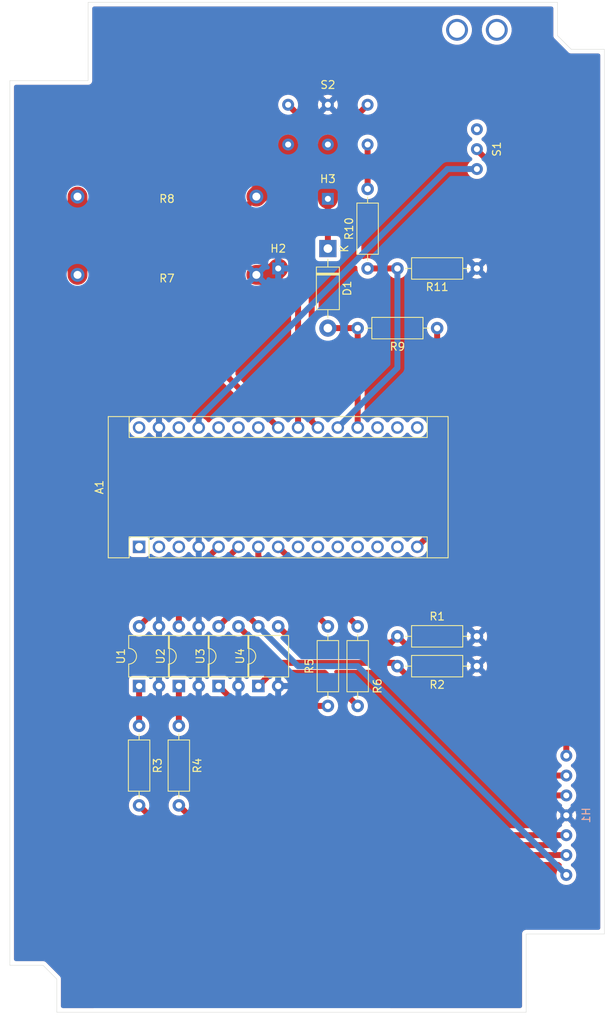
<source format=kicad_pcb>
(kicad_pcb (version 20171130) (host pcbnew "(5.1.6)-1")

  (general
    (thickness 1.6)
    (drawings 15)
    (tracks 66)
    (zones 0)
    (modules 22)
    (nets 44)
  )

  (page A4)
  (title_block
    (title Multimeter)
    (rev v01)
    (comment 2 creativecommons.org/licenses/by/4.0)
    (comment 3 "License: CC BY 4.0")
    (comment 4 "Author: Liam Howatt")
  )

  (layers
    (0 F.Cu signal)
    (31 B.Cu signal)
    (32 B.Adhes user)
    (33 F.Adhes user)
    (34 B.Paste user)
    (35 F.Paste user)
    (36 B.SilkS user)
    (37 F.SilkS user)
    (38 B.Mask user)
    (39 F.Mask user)
    (40 Dwgs.User user)
    (41 Cmts.User user)
    (42 Eco1.User user)
    (43 Eco2.User user)
    (44 Edge.Cuts user)
    (45 Margin user)
    (46 B.CrtYd user)
    (47 F.CrtYd user)
    (48 B.Fab user)
    (49 F.Fab user)
  )

  (setup
    (last_trace_width 0.762)
    (user_trace_width 0.762)
    (user_trace_width 2.54)
    (trace_clearance 0.508)
    (zone_clearance 0.508)
    (zone_45_only no)
    (trace_min 0.1524)
    (via_size 0.762)
    (via_drill 0.381)
    (via_min_size 0.6858)
    (via_min_drill 0.3302)
    (uvia_size 0.762)
    (uvia_drill 0.381)
    (uvias_allowed no)
    (uvia_min_size 0.6858)
    (uvia_min_drill 0.3302)
    (edge_width 0.05)
    (segment_width 0.2)
    (pcb_text_width 0.3)
    (pcb_text_size 1.5 1.5)
    (mod_edge_width 0.12)
    (mod_text_size 1 1)
    (mod_text_width 0.15)
    (pad_size 1.524 1.524)
    (pad_drill 0.762)
    (pad_to_mask_clearance 0.0508)
    (solder_mask_min_width 0.1016)
    (aux_axis_origin 0 0)
    (visible_elements 7FFFFFFF)
    (pcbplotparams
      (layerselection 0x010f0_ffffffff)
      (usegerberextensions true)
      (usegerberattributes true)
      (usegerberadvancedattributes true)
      (creategerberjobfile true)
      (excludeedgelayer true)
      (linewidth 0.100000)
      (plotframeref false)
      (viasonmask false)
      (mode 1)
      (useauxorigin false)
      (hpglpennumber 1)
      (hpglpenspeed 20)
      (hpglpendiameter 15.000000)
      (psnegative false)
      (psa4output false)
      (plotreference true)
      (plotvalue false)
      (plotinvisibletext false)
      (padsonsilk false)
      (subtractmaskfromsilk false)
      (outputformat 1)
      (mirror false)
      (drillshape 0)
      (scaleselection 1)
      (outputdirectory "../gerbers/"))
  )

  (net 0 "")
  (net 1 "Net-(A1-Pad1)")
  (net 2 "Net-(A1-Pad17)")
  (net 3 "Net-(A1-Pad2)")
  (net 4 "Net-(A1-Pad18)")
  (net 5 "Net-(A1-Pad3)")
  (net 6 "Net-(A1-Pad19)")
  (net 7 GND)
  (net 8 "Net-(A1-Pad20)")
  (net 9 "Net-(A1-Pad5)")
  (net 10 "Net-(A1-Pad21)")
  (net 11 "Net-(A1-Pad6)")
  (net 12 "Net-(A1-Pad22)")
  (net 13 "Net-(A1-Pad7)")
  (net 14 "Net-(A1-Pad23)")
  (net 15 "Net-(A1-Pad8)")
  (net 16 "Net-(A1-Pad24)")
  (net 17 "Net-(A1-Pad9)")
  (net 18 "Net-(A1-Pad25)")
  (net 19 "Net-(A1-Pad10)")
  (net 20 "Net-(A1-Pad26)")
  (net 21 "Net-(A1-Pad11)")
  (net 22 "Net-(A1-Pad27)")
  (net 23 "Net-(A1-Pad12)")
  (net 24 "Net-(A1-Pad28)")
  (net 25 "Net-(A1-Pad13)")
  (net 26 "Net-(A1-Pad14)")
  (net 27 "Net-(A1-Pad30)")
  (net 28 "Net-(A1-Pad15)")
  (net 29 "Net-(A1-Pad16)")
  (net 30 "Net-(D1-Pad1)")
  (net 31 "Net-(H1-Pad1)")
  (net 32 "Net-(H1-Pad2)")
  (net 33 "Net-(H1-Pad3)")
  (net 34 "Net-(H1-Pad5)")
  (net 35 "Net-(H1-Pad6)")
  (net 36 "Net-(H1-Pad14)")
  (net 37 "Net-(R3-Pad1)")
  (net 38 "Net-(R4-Pad1)")
  (net 39 "Net-(R5-Pad1)")
  (net 40 "Net-(R6-Pad1)")
  (net 41 "Net-(R7-Pad1)")
  (net 42 "Net-(R10-Pad2)")
  (net 43 "Net-(S1-Pad1)")

  (net_class Default "This is the default net class."
    (clearance 0.508)
    (trace_width 0.254)
    (via_dia 0.762)
    (via_drill 0.381)
    (uvia_dia 0.762)
    (uvia_drill 0.381)
    (add_net GND)
    (add_net "Net-(A1-Pad1)")
    (add_net "Net-(A1-Pad10)")
    (add_net "Net-(A1-Pad11)")
    (add_net "Net-(A1-Pad12)")
    (add_net "Net-(A1-Pad13)")
    (add_net "Net-(A1-Pad14)")
    (add_net "Net-(A1-Pad15)")
    (add_net "Net-(A1-Pad16)")
    (add_net "Net-(A1-Pad17)")
    (add_net "Net-(A1-Pad18)")
    (add_net "Net-(A1-Pad19)")
    (add_net "Net-(A1-Pad2)")
    (add_net "Net-(A1-Pad20)")
    (add_net "Net-(A1-Pad21)")
    (add_net "Net-(A1-Pad22)")
    (add_net "Net-(A1-Pad23)")
    (add_net "Net-(A1-Pad24)")
    (add_net "Net-(A1-Pad25)")
    (add_net "Net-(A1-Pad26)")
    (add_net "Net-(A1-Pad27)")
    (add_net "Net-(A1-Pad28)")
    (add_net "Net-(A1-Pad3)")
    (add_net "Net-(A1-Pad30)")
    (add_net "Net-(A1-Pad5)")
    (add_net "Net-(A1-Pad6)")
    (add_net "Net-(A1-Pad7)")
    (add_net "Net-(A1-Pad8)")
    (add_net "Net-(A1-Pad9)")
    (add_net "Net-(D1-Pad1)")
    (add_net "Net-(H1-Pad1)")
    (add_net "Net-(H1-Pad14)")
    (add_net "Net-(H1-Pad2)")
    (add_net "Net-(H1-Pad3)")
    (add_net "Net-(H1-Pad5)")
    (add_net "Net-(H1-Pad6)")
    (add_net "Net-(R10-Pad2)")
    (add_net "Net-(R3-Pad1)")
    (add_net "Net-(R4-Pad1)")
    (add_net "Net-(R5-Pad1)")
    (add_net "Net-(R6-Pad1)")
    (add_net "Net-(R7-Pad1)")
    (add_net "Net-(S1-Pad1)")
  )

  (module Module:Arduino_Nano (layer F.Cu) (tedit 58ACAF70) (tstamp 5EF6D7EF)
    (at 223.52 82.55 90)
    (descr "Arduino Nano, http://www.mouser.com/pdfdocs/Gravitech_Arduino_Nano3_0.pdf")
    (tags "Arduino Nano")
    (path /5EC81D29)
    (fp_text reference A1 (at 7.62 -5.08 90) (layer F.SilkS)
      (effects (font (size 1 1) (thickness 0.15)))
    )
    (fp_text value Arduino_Nano_v3.x (at 8.89 19.05) (layer F.Fab)
      (effects (font (size 1 1) (thickness 0.15)))
    )
    (fp_line (start 1.27 1.27) (end 1.27 -1.27) (layer F.SilkS) (width 0.12))
    (fp_line (start 1.27 -1.27) (end -1.4 -1.27) (layer F.SilkS) (width 0.12))
    (fp_line (start -1.4 1.27) (end -1.4 39.5) (layer F.SilkS) (width 0.12))
    (fp_line (start -1.4 -3.94) (end -1.4 -1.27) (layer F.SilkS) (width 0.12))
    (fp_line (start 13.97 -1.27) (end 16.64 -1.27) (layer F.SilkS) (width 0.12))
    (fp_line (start 13.97 -1.27) (end 13.97 36.83) (layer F.SilkS) (width 0.12))
    (fp_line (start 13.97 36.83) (end 16.64 36.83) (layer F.SilkS) (width 0.12))
    (fp_line (start 1.27 1.27) (end -1.4 1.27) (layer F.SilkS) (width 0.12))
    (fp_line (start 1.27 1.27) (end 1.27 36.83) (layer F.SilkS) (width 0.12))
    (fp_line (start 1.27 36.83) (end -1.4 36.83) (layer F.SilkS) (width 0.12))
    (fp_line (start 3.81 31.75) (end 11.43 31.75) (layer F.Fab) (width 0.1))
    (fp_line (start 11.43 31.75) (end 11.43 41.91) (layer F.Fab) (width 0.1))
    (fp_line (start 11.43 41.91) (end 3.81 41.91) (layer F.Fab) (width 0.1))
    (fp_line (start 3.81 41.91) (end 3.81 31.75) (layer F.Fab) (width 0.1))
    (fp_line (start -1.4 39.5) (end 16.64 39.5) (layer F.SilkS) (width 0.12))
    (fp_line (start 16.64 39.5) (end 16.64 -3.94) (layer F.SilkS) (width 0.12))
    (fp_line (start 16.64 -3.94) (end -1.4 -3.94) (layer F.SilkS) (width 0.12))
    (fp_line (start 16.51 39.37) (end -1.27 39.37) (layer F.Fab) (width 0.1))
    (fp_line (start -1.27 39.37) (end -1.27 -2.54) (layer F.Fab) (width 0.1))
    (fp_line (start -1.27 -2.54) (end 0 -3.81) (layer F.Fab) (width 0.1))
    (fp_line (start 0 -3.81) (end 16.51 -3.81) (layer F.Fab) (width 0.1))
    (fp_line (start 16.51 -3.81) (end 16.51 39.37) (layer F.Fab) (width 0.1))
    (fp_line (start -1.53 -4.06) (end 16.75 -4.06) (layer F.CrtYd) (width 0.05))
    (fp_line (start -1.53 -4.06) (end -1.53 42.16) (layer F.CrtYd) (width 0.05))
    (fp_line (start 16.75 42.16) (end 16.75 -4.06) (layer F.CrtYd) (width 0.05))
    (fp_line (start 16.75 42.16) (end -1.53 42.16) (layer F.CrtYd) (width 0.05))
    (fp_text user %R (at 6.35 19.05) (layer F.Fab)
      (effects (font (size 1 1) (thickness 0.15)))
    )
    (pad 1 thru_hole rect (at 0 0 90) (size 1.6 1.6) (drill 1) (layers *.Cu *.Mask)
      (net 1 "Net-(A1-Pad1)"))
    (pad 17 thru_hole oval (at 15.24 33.02 90) (size 1.6 1.6) (drill 1) (layers *.Cu *.Mask)
      (net 2 "Net-(A1-Pad17)"))
    (pad 2 thru_hole oval (at 0 2.54 90) (size 1.6 1.6) (drill 1) (layers *.Cu *.Mask)
      (net 3 "Net-(A1-Pad2)"))
    (pad 18 thru_hole oval (at 15.24 30.48 90) (size 1.6 1.6) (drill 1) (layers *.Cu *.Mask)
      (net 4 "Net-(A1-Pad18)"))
    (pad 3 thru_hole oval (at 0 5.08 90) (size 1.6 1.6) (drill 1) (layers *.Cu *.Mask)
      (net 5 "Net-(A1-Pad3)"))
    (pad 19 thru_hole oval (at 15.24 27.94 90) (size 1.6 1.6) (drill 1) (layers *.Cu *.Mask)
      (net 6 "Net-(A1-Pad19)"))
    (pad 4 thru_hole oval (at 0 7.62 90) (size 1.6 1.6) (drill 1) (layers *.Cu *.Mask)
      (net 7 GND))
    (pad 20 thru_hole oval (at 15.24 25.4 90) (size 1.6 1.6) (drill 1) (layers *.Cu *.Mask)
      (net 8 "Net-(A1-Pad20)"))
    (pad 5 thru_hole oval (at 0 10.16 90) (size 1.6 1.6) (drill 1) (layers *.Cu *.Mask)
      (net 9 "Net-(A1-Pad5)"))
    (pad 21 thru_hole oval (at 15.24 22.86 90) (size 1.6 1.6) (drill 1) (layers *.Cu *.Mask)
      (net 10 "Net-(A1-Pad21)"))
    (pad 6 thru_hole oval (at 0 12.7 90) (size 1.6 1.6) (drill 1) (layers *.Cu *.Mask)
      (net 11 "Net-(A1-Pad6)"))
    (pad 22 thru_hole oval (at 15.24 20.32 90) (size 1.6 1.6) (drill 1) (layers *.Cu *.Mask)
      (net 12 "Net-(A1-Pad22)"))
    (pad 7 thru_hole oval (at 0 15.24 90) (size 1.6 1.6) (drill 1) (layers *.Cu *.Mask)
      (net 13 "Net-(A1-Pad7)"))
    (pad 23 thru_hole oval (at 15.24 17.78 90) (size 1.6 1.6) (drill 1) (layers *.Cu *.Mask)
      (net 14 "Net-(A1-Pad23)"))
    (pad 8 thru_hole oval (at 0 17.78 90) (size 1.6 1.6) (drill 1) (layers *.Cu *.Mask)
      (net 15 "Net-(A1-Pad8)"))
    (pad 24 thru_hole oval (at 15.24 15.24 90) (size 1.6 1.6) (drill 1) (layers *.Cu *.Mask)
      (net 16 "Net-(A1-Pad24)"))
    (pad 9 thru_hole oval (at 0 20.32 90) (size 1.6 1.6) (drill 1) (layers *.Cu *.Mask)
      (net 17 "Net-(A1-Pad9)"))
    (pad 25 thru_hole oval (at 15.24 12.7 90) (size 1.6 1.6) (drill 1) (layers *.Cu *.Mask)
      (net 18 "Net-(A1-Pad25)"))
    (pad 10 thru_hole oval (at 0 22.86 90) (size 1.6 1.6) (drill 1) (layers *.Cu *.Mask)
      (net 19 "Net-(A1-Pad10)"))
    (pad 26 thru_hole oval (at 15.24 10.16 90) (size 1.6 1.6) (drill 1) (layers *.Cu *.Mask)
      (net 20 "Net-(A1-Pad26)"))
    (pad 11 thru_hole oval (at 0 25.4 90) (size 1.6 1.6) (drill 1) (layers *.Cu *.Mask)
      (net 21 "Net-(A1-Pad11)"))
    (pad 27 thru_hole oval (at 15.24 7.62 90) (size 1.6 1.6) (drill 1) (layers *.Cu *.Mask)
      (net 22 "Net-(A1-Pad27)"))
    (pad 12 thru_hole oval (at 0 27.94 90) (size 1.6 1.6) (drill 1) (layers *.Cu *.Mask)
      (net 23 "Net-(A1-Pad12)"))
    (pad 28 thru_hole oval (at 15.24 5.08 90) (size 1.6 1.6) (drill 1) (layers *.Cu *.Mask)
      (net 24 "Net-(A1-Pad28)"))
    (pad 13 thru_hole oval (at 0 30.48 90) (size 1.6 1.6) (drill 1) (layers *.Cu *.Mask)
      (net 25 "Net-(A1-Pad13)"))
    (pad 29 thru_hole oval (at 15.24 2.54 90) (size 1.6 1.6) (drill 1) (layers *.Cu *.Mask)
      (net 7 GND))
    (pad 14 thru_hole oval (at 0 33.02 90) (size 1.6 1.6) (drill 1) (layers *.Cu *.Mask)
      (net 26 "Net-(A1-Pad14)"))
    (pad 30 thru_hole oval (at 15.24 0 90) (size 1.6 1.6) (drill 1) (layers *.Cu *.Mask)
      (net 27 "Net-(A1-Pad30)"))
    (pad 15 thru_hole oval (at 0 35.56 90) (size 1.6 1.6) (drill 1) (layers *.Cu *.Mask)
      (net 28 "Net-(A1-Pad15)"))
    (pad 16 thru_hole oval (at 15.24 35.56 90) (size 1.6 1.6) (drill 1) (layers *.Cu *.Mask)
      (net 29 "Net-(A1-Pad16)"))
    (model ${KISYS3DMOD}/Module.3dshapes/Arduino_Nano_WithMountingHoles.wrl
      (at (xyz 0 0 0))
      (scale (xyz 1 1 1))
      (rotate (xyz 0 0 0))
    )
  )

  (module Diode_THT:D_DO-41_SOD81_P10.16mm_Horizontal (layer F.Cu) (tedit 5AE50CD5) (tstamp 5EF6CD57)
    (at 247.65 44.45 270)
    (descr "Diode, DO-41_SOD81 series, Axial, Horizontal, pin pitch=10.16mm, , length*diameter=5.2*2.7mm^2, , http://www.diodes.com/_files/packages/DO-41%20(Plastic).pdf")
    (tags "Diode DO-41_SOD81 series Axial Horizontal pin pitch 10.16mm  length 5.2mm diameter 2.7mm")
    (path /5EDCAED3)
    (fp_text reference D1 (at 5.08 -2.47 90) (layer F.SilkS)
      (effects (font (size 1 1) (thickness 0.15)))
    )
    (fp_text value 1N4007 (at 5.08 2.47 90) (layer F.Fab)
      (effects (font (size 1 1) (thickness 0.15)))
    )
    (fp_text user K (at 0 -2.1 90) (layer F.SilkS)
      (effects (font (size 1 1) (thickness 0.15)))
    )
    (fp_text user K (at 0 -2.1 90) (layer F.Fab)
      (effects (font (size 1 1) (thickness 0.15)))
    )
    (fp_text user %R (at 5.47 0 90) (layer F.Fab)
      (effects (font (size 1 1) (thickness 0.15)))
    )
    (fp_line (start 11.51 -1.6) (end -1.35 -1.6) (layer F.CrtYd) (width 0.05))
    (fp_line (start 11.51 1.6) (end 11.51 -1.6) (layer F.CrtYd) (width 0.05))
    (fp_line (start -1.35 1.6) (end 11.51 1.6) (layer F.CrtYd) (width 0.05))
    (fp_line (start -1.35 -1.6) (end -1.35 1.6) (layer F.CrtYd) (width 0.05))
    (fp_line (start 3.14 -1.47) (end 3.14 1.47) (layer F.SilkS) (width 0.12))
    (fp_line (start 3.38 -1.47) (end 3.38 1.47) (layer F.SilkS) (width 0.12))
    (fp_line (start 3.26 -1.47) (end 3.26 1.47) (layer F.SilkS) (width 0.12))
    (fp_line (start 8.82 0) (end 7.8 0) (layer F.SilkS) (width 0.12))
    (fp_line (start 1.34 0) (end 2.36 0) (layer F.SilkS) (width 0.12))
    (fp_line (start 7.8 -1.47) (end 2.36 -1.47) (layer F.SilkS) (width 0.12))
    (fp_line (start 7.8 1.47) (end 7.8 -1.47) (layer F.SilkS) (width 0.12))
    (fp_line (start 2.36 1.47) (end 7.8 1.47) (layer F.SilkS) (width 0.12))
    (fp_line (start 2.36 -1.47) (end 2.36 1.47) (layer F.SilkS) (width 0.12))
    (fp_line (start 3.16 -1.35) (end 3.16 1.35) (layer F.Fab) (width 0.1))
    (fp_line (start 3.36 -1.35) (end 3.36 1.35) (layer F.Fab) (width 0.1))
    (fp_line (start 3.26 -1.35) (end 3.26 1.35) (layer F.Fab) (width 0.1))
    (fp_line (start 10.16 0) (end 7.68 0) (layer F.Fab) (width 0.1))
    (fp_line (start 0 0) (end 2.48 0) (layer F.Fab) (width 0.1))
    (fp_line (start 7.68 -1.35) (end 2.48 -1.35) (layer F.Fab) (width 0.1))
    (fp_line (start 7.68 1.35) (end 7.68 -1.35) (layer F.Fab) (width 0.1))
    (fp_line (start 2.48 1.35) (end 7.68 1.35) (layer F.Fab) (width 0.1))
    (fp_line (start 2.48 -1.35) (end 2.48 1.35) (layer F.Fab) (width 0.1))
    (pad 2 thru_hole oval (at 10.16 0 270) (size 2.2 2.2) (drill 1.1) (layers *.Cu *.Mask)
      (net 6 "Net-(A1-Pad19)"))
    (pad 1 thru_hole rect (at 0 0 270) (size 2.2 2.2) (drill 1.1) (layers *.Cu *.Mask)
      (net 30 "Net-(D1-Pad1)"))
    (model ${KISYS3DMOD}/Diode_THT.3dshapes/D_DO-41_SOD81_P10.16mm_Horizontal.wrl
      (at (xyz 0 0 0))
      (scale (xyz 1 1 1))
      (rotate (xyz 0 0 0))
    )
  )

  (module meter_circuit:GSbus (layer B.Cu) (tedit 5EF69FE7) (tstamp 5EF6CD62)
    (at 278.13 116.84 90)
    (path /5EC84CD1)
    (fp_text reference H1 (at 0 2.54 90) (layer B.SilkS)
      (effects (font (size 1 1) (thickness 0.15)) (justify mirror))
    )
    (fp_text value GS_HEADER (at 0 -6.35 90) (layer B.Fab)
      (effects (font (size 1 1) (thickness 0.15)) (justify mirror))
    )
    (pad 1 thru_hole circle (at -7.62 0 90) (size 1.524 1.524) (drill 0.762) (layers *.Cu *.Mask)
      (net 31 "Net-(H1-Pad1)"))
    (pad 2 thru_hole circle (at -5.08 0 90) (size 1.524 1.524) (drill 0.762) (layers *.Cu *.Mask)
      (net 32 "Net-(H1-Pad2)"))
    (pad 3 thru_hole circle (at -2.54 0 90) (size 1.524 1.524) (drill 0.762) (layers *.Cu *.Mask)
      (net 33 "Net-(H1-Pad3)"))
    (pad 4 thru_hole circle (at 0 0 90) (size 1.524 1.524) (drill 0.762) (layers *.Cu *.Mask)
      (net 7 GND))
    (pad 5 thru_hole circle (at 2.54 0 90) (size 1.524 1.524) (drill 0.762) (layers *.Cu *.Mask)
      (net 34 "Net-(H1-Pad5)"))
    (pad 6 thru_hole circle (at 5.08 0 90) (size 1.524 1.524) (drill 0.762) (layers *.Cu *.Mask)
      (net 35 "Net-(H1-Pad6)"))
    (pad 14 thru_hole circle (at 7.62 0 90) (size 1.524 1.524) (drill 0.762) (layers *.Cu *.Mask)
      (net 36 "Net-(H1-Pad14)"))
  )

  (module meter_circuit:jack_pin (layer F.Cu) (tedit 5EF6AAA0) (tstamp 5EF6CD67)
    (at 241.3 46.99)
    (path /5ECA15FA)
    (fp_text reference H2 (at 0 -2.54) (layer F.SilkS)
      (effects (font (size 1 1) (thickness 0.15)))
    )
    (fp_text value jack_pin (at 0 2.54) (layer F.Fab)
      (effects (font (size 1 1) (thickness 0.15)))
    )
    (pad 1 thru_hole rect (at 0 0) (size 1.524 1.524) (drill 0.762) (layers *.Cu *.Mask)
      (net 7 GND))
  )

  (module meter_circuit:jack_pin (layer F.Cu) (tedit 5EF6AAA0) (tstamp 5EF6CD6C)
    (at 247.65 38.1)
    (path /5EC9E9F4)
    (fp_text reference H3 (at 0 -2.54) (layer F.SilkS)
      (effects (font (size 1 1) (thickness 0.15)))
    )
    (fp_text value jack_pin (at 0 2.54) (layer F.Fab)
      (effects (font (size 1 1) (thickness 0.15)))
    )
    (pad 1 thru_hole rect (at 0 0) (size 1.524 1.524) (drill 0.762) (layers *.Cu *.Mask)
      (net 30 "Net-(D1-Pad1)"))
  )

  (module meter_circuit:1W2shunt (layer F.Cu) (tedit 5EF6927F) (tstamp 5EF6CDD0)
    (at 227.08 47.81)
    (path /5EDDF122)
    (fp_text reference R7 (at 0 0.45) (layer F.SilkS)
      (effects (font (size 1 1) (thickness 0.15)))
    )
    (fp_text value shunt (at 0 4) (layer F.Fab)
      (effects (font (size 1 1) (thickness 0.15)))
    )
    (fp_line (start -11.1125 -4.7625) (end 11.1125 -4.7625) (layer F.Fab) (width 0.1016))
    (fp_line (start 11.1125 -4.7625) (end 11.1125 4.7625) (layer F.Fab) (width 0.12))
    (fp_line (start -11.1125 4.7625) (end 11.1125 4.7625) (layer F.Fab) (width 0.12))
    (fp_line (start -11.1125 -4.7625) (end -11.1125 4.7625) (layer F.Fab) (width 0.12))
    (pad 1 thru_hole circle (at -11.43 0) (size 1.778 1.778) (drill 1.016) (layers *.Cu *.Mask)
      (net 41 "Net-(R7-Pad1)"))
    (pad 2 thru_hole circle (at 11.43 0) (size 1.778 1.778) (drill 1.016) (layers *.Cu *.Mask)
      (net 7 GND))
  )

  (module meter_circuit:1W2shunt (layer F.Cu) (tedit 5EF6927F) (tstamp 5EF6CDDA)
    (at 227.08 37.81 180)
    (path /5ECA7322)
    (fp_text reference R8 (at 0 -0.29) (layer F.SilkS)
      (effects (font (size 1 1) (thickness 0.15)))
    )
    (fp_text value shunt (at 0 4) (layer F.Fab)
      (effects (font (size 1 1) (thickness 0.15)))
    )
    (fp_line (start -11.1125 -4.7625) (end -11.1125 4.7625) (layer F.Fab) (width 0.12))
    (fp_line (start -11.1125 4.7625) (end 11.1125 4.7625) (layer F.Fab) (width 0.12))
    (fp_line (start 11.1125 -4.7625) (end 11.1125 4.7625) (layer F.Fab) (width 0.12))
    (fp_line (start -11.1125 -4.7625) (end 11.1125 -4.7625) (layer F.Fab) (width 0.1016))
    (pad 2 thru_hole circle (at 11.43 0 180) (size 1.778 1.778) (drill 1.016) (layers *.Cu *.Mask)
      (net 41 "Net-(R7-Pad1)"))
    (pad 1 thru_hole circle (at -11.43 0 180) (size 1.778 1.778) (drill 1.016) (layers *.Cu *.Mask)
      (net 14 "Net-(A1-Pad23)"))
  )

  (module meter_circuit:toggle_switch (layer F.Cu) (tedit 5EF6A9CD) (tstamp 5EF6CE10)
    (at 266.7 31.75 270)
    (path /5EF70F97)
    (fp_text reference S1 (at 0 -2.54 90) (layer F.SilkS)
      (effects (font (size 1 1) (thickness 0.15)))
    )
    (fp_text value toggle_switch (at 0 2.54 90) (layer F.Fab)
      (effects (font (size 1 1) (thickness 0.15)))
    )
    (pad 1 thru_hole circle (at -2.54 0 270) (size 1.524 1.524) (drill 0.762) (layers *.Cu *.Mask)
      (net 43 "Net-(S1-Pad1)"))
    (pad 2 thru_hole circle (at 0 0 270) (size 1.524 1.524) (drill 0.762) (layers *.Cu *.Mask)
      (net 36 "Net-(H1-Pad14)"))
    (pad 3 thru_hole circle (at 2.54 0 270) (size 1.524 1.524) (drill 0.762) (layers *.Cu *.Mask)
      (net 22 "Net-(A1-Pad27)"))
    (pad 4 thru_hole circle (at -15.24 -2.54 270) (size 2.794 2.794) (drill 2.032) (layers *.Cu *.Mask))
    (pad 5 thru_hole circle (at -15.24 2.54 270) (size 2.794 2.794) (drill 2.032) (layers *.Cu *.Mask))
  )

  (module meter_circuit:2p2t (layer F.Cu) (tedit 5EF6A1B4) (tstamp 5EF791DE)
    (at 247.65 28.62)
    (path /5ECBA904)
    (fp_text reference S2 (at 0 -5.08) (layer F.SilkS)
      (effects (font (size 1 1) (thickness 0.15)))
    )
    (fp_text value 2P2T_ON_OFF_ON (at 0 5.08) (layer F.Fab)
      (effects (font (size 1 1) (thickness 0.15)))
    )
    (fp_circle (center -3.81 1.27) (end -3.31 1.27) (layer F.Fab) (width 0.12))
    (pad 1 thru_hole circle (at -5.08 2.54) (size 1.524 1.524) (drill 0.762) (layers *.Cu *.Mask)
      (net 14 "Net-(A1-Pad23)"))
    (pad 2 thru_hole circle (at 0 2.54) (size 1.524 1.524) (drill 0.762) (layers *.Cu *.Mask)
      (net 30 "Net-(D1-Pad1)"))
    (pad 3 thru_hole circle (at 5.08 2.54) (size 1.524 1.524) (drill 0.762) (layers *.Cu *.Mask)
      (net 42 "Net-(R10-Pad2)"))
    (pad 4 thru_hole circle (at 5.08 -2.54) (size 1.524 1.524) (drill 0.762) (layers *.Cu *.Mask)
      (net 10 "Net-(A1-Pad21)"))
    (pad 5 thru_hole circle (at 0 -2.54) (size 1.524 1.524) (drill 0.762) (layers *.Cu *.Mask)
      (net 7 GND))
    (pad 6 thru_hole circle (at -5.08 -2.54) (size 1.524 1.524) (drill 0.762) (layers *.Cu *.Mask)
      (net 12 "Net-(A1-Pad22)"))
  )

  (module Package_DIP:DIP-4_W7.62mm (layer F.Cu) (tedit 5A02E8C5) (tstamp 5EF6CE33)
    (at 223.52 100.33 90)
    (descr "4-lead though-hole mounted DIP package, row spacing 7.62 mm (300 mils)")
    (tags "THT DIP DIL PDIP 2.54mm 7.62mm 300mil")
    (path /5EC83D4F)
    (fp_text reference U1 (at 3.81 -2.33 90) (layer F.SilkS)
      (effects (font (size 1 1) (thickness 0.15)))
    )
    (fp_text value PC817 (at 3.81 4.87 90) (layer F.Fab)
      (effects (font (size 1 1) (thickness 0.15)))
    )
    (fp_arc (start 3.81 -1.33) (end 2.81 -1.33) (angle -180) (layer F.SilkS) (width 0.12))
    (fp_text user %R (at 3.81 1.27 90) (layer F.Fab)
      (effects (font (size 1 1) (thickness 0.15)))
    )
    (fp_line (start 1.635 -1.27) (end 6.985 -1.27) (layer F.Fab) (width 0.1))
    (fp_line (start 6.985 -1.27) (end 6.985 3.81) (layer F.Fab) (width 0.1))
    (fp_line (start 6.985 3.81) (end 0.635 3.81) (layer F.Fab) (width 0.1))
    (fp_line (start 0.635 3.81) (end 0.635 -0.27) (layer F.Fab) (width 0.1))
    (fp_line (start 0.635 -0.27) (end 1.635 -1.27) (layer F.Fab) (width 0.1))
    (fp_line (start 2.81 -1.33) (end 1.16 -1.33) (layer F.SilkS) (width 0.12))
    (fp_line (start 1.16 -1.33) (end 1.16 3.87) (layer F.SilkS) (width 0.12))
    (fp_line (start 1.16 3.87) (end 6.46 3.87) (layer F.SilkS) (width 0.12))
    (fp_line (start 6.46 3.87) (end 6.46 -1.33) (layer F.SilkS) (width 0.12))
    (fp_line (start 6.46 -1.33) (end 4.81 -1.33) (layer F.SilkS) (width 0.12))
    (fp_line (start -1.1 -1.55) (end -1.1 4.1) (layer F.CrtYd) (width 0.05))
    (fp_line (start -1.1 4.1) (end 8.7 4.1) (layer F.CrtYd) (width 0.05))
    (fp_line (start 8.7 4.1) (end 8.7 -1.55) (layer F.CrtYd) (width 0.05))
    (fp_line (start 8.7 -1.55) (end -1.1 -1.55) (layer F.CrtYd) (width 0.05))
    (pad 1 thru_hole rect (at 0 0 90) (size 1.6 1.6) (drill 0.8) (layers *.Cu *.Mask)
      (net 37 "Net-(R3-Pad1)"))
    (pad 3 thru_hole oval (at 7.62 2.54 90) (size 1.6 1.6) (drill 0.8) (layers *.Cu *.Mask)
      (net 7 GND))
    (pad 2 thru_hole oval (at 0 2.54 90) (size 1.6 1.6) (drill 0.8) (layers *.Cu *.Mask)
      (net 7 GND))
    (pad 4 thru_hole oval (at 7.62 0 90) (size 1.6 1.6) (drill 0.8) (layers *.Cu *.Mask)
      (net 9 "Net-(A1-Pad5)"))
    (model ${KISYS3DMOD}/Package_DIP.3dshapes/DIP-4_W7.62mm.wrl
      (at (xyz 0 0 0))
      (scale (xyz 1 1 1))
      (rotate (xyz 0 0 0))
    )
  )

  (module Package_DIP:DIP-4_W7.62mm (layer F.Cu) (tedit 5A02E8C5) (tstamp 5EF6D321)
    (at 228.6 100.33 90)
    (descr "4-lead though-hole mounted DIP package, row spacing 7.62 mm (300 mils)")
    (tags "THT DIP DIL PDIP 2.54mm 7.62mm 300mil")
    (path /5EC839ED)
    (fp_text reference U2 (at 3.81 -2.33 90) (layer F.SilkS)
      (effects (font (size 1 1) (thickness 0.15)))
    )
    (fp_text value PC817 (at 3.81 4.87 90) (layer F.Fab)
      (effects (font (size 1 1) (thickness 0.15)))
    )
    (fp_text user %R (at 3.81 1.27 90) (layer F.Fab)
      (effects (font (size 1 1) (thickness 0.15)))
    )
    (fp_arc (start 3.81 -1.33) (end 2.81 -1.33) (angle -180) (layer F.SilkS) (width 0.12))
    (fp_line (start 8.7 -1.55) (end -1.1 -1.55) (layer F.CrtYd) (width 0.05))
    (fp_line (start 8.7 4.1) (end 8.7 -1.55) (layer F.CrtYd) (width 0.05))
    (fp_line (start -1.1 4.1) (end 8.7 4.1) (layer F.CrtYd) (width 0.05))
    (fp_line (start -1.1 -1.55) (end -1.1 4.1) (layer F.CrtYd) (width 0.05))
    (fp_line (start 6.46 -1.33) (end 4.81 -1.33) (layer F.SilkS) (width 0.12))
    (fp_line (start 6.46 3.87) (end 6.46 -1.33) (layer F.SilkS) (width 0.12))
    (fp_line (start 1.16 3.87) (end 6.46 3.87) (layer F.SilkS) (width 0.12))
    (fp_line (start 1.16 -1.33) (end 1.16 3.87) (layer F.SilkS) (width 0.12))
    (fp_line (start 2.81 -1.33) (end 1.16 -1.33) (layer F.SilkS) (width 0.12))
    (fp_line (start 0.635 -0.27) (end 1.635 -1.27) (layer F.Fab) (width 0.1))
    (fp_line (start 0.635 3.81) (end 0.635 -0.27) (layer F.Fab) (width 0.1))
    (fp_line (start 6.985 3.81) (end 0.635 3.81) (layer F.Fab) (width 0.1))
    (fp_line (start 6.985 -1.27) (end 6.985 3.81) (layer F.Fab) (width 0.1))
    (fp_line (start 1.635 -1.27) (end 6.985 -1.27) (layer F.Fab) (width 0.1))
    (pad 4 thru_hole oval (at 7.62 0 90) (size 1.6 1.6) (drill 0.8) (layers *.Cu *.Mask)
      (net 11 "Net-(A1-Pad6)"))
    (pad 2 thru_hole oval (at 0 2.54 90) (size 1.6 1.6) (drill 0.8) (layers *.Cu *.Mask)
      (net 7 GND))
    (pad 3 thru_hole oval (at 7.62 2.54 90) (size 1.6 1.6) (drill 0.8) (layers *.Cu *.Mask)
      (net 7 GND))
    (pad 1 thru_hole rect (at 0 0 90) (size 1.6 1.6) (drill 0.8) (layers *.Cu *.Mask)
      (net 38 "Net-(R4-Pad1)"))
    (model ${KISYS3DMOD}/Package_DIP.3dshapes/DIP-4_W7.62mm.wrl
      (at (xyz 0 0 0))
      (scale (xyz 1 1 1))
      (rotate (xyz 0 0 0))
    )
  )

  (module Package_DIP:DIP-4_W7.62mm (layer F.Cu) (tedit 5A02E8C5) (tstamp 5EF6D23E)
    (at 233.68 100.33 90)
    (descr "4-lead though-hole mounted DIP package, row spacing 7.62 mm (300 mils)")
    (tags "THT DIP DIL PDIP 2.54mm 7.62mm 300mil")
    (path /5EC69DDA)
    (fp_text reference U3 (at 3.81 -2.33 90) (layer F.SilkS)
      (effects (font (size 1 1) (thickness 0.15)))
    )
    (fp_text value PC817 (at 3.81 4.87 90) (layer F.Fab)
      (effects (font (size 1 1) (thickness 0.15)))
    )
    (fp_text user %R (at 3.81 1.27 90) (layer F.Fab)
      (effects (font (size 1 1) (thickness 0.15)))
    )
    (fp_arc (start 3.81 -1.33) (end 2.81 -1.33) (angle -180) (layer F.SilkS) (width 0.12))
    (fp_line (start 8.7 -1.55) (end -1.1 -1.55) (layer F.CrtYd) (width 0.05))
    (fp_line (start 8.7 4.1) (end 8.7 -1.55) (layer F.CrtYd) (width 0.05))
    (fp_line (start -1.1 4.1) (end 8.7 4.1) (layer F.CrtYd) (width 0.05))
    (fp_line (start -1.1 -1.55) (end -1.1 4.1) (layer F.CrtYd) (width 0.05))
    (fp_line (start 6.46 -1.33) (end 4.81 -1.33) (layer F.SilkS) (width 0.12))
    (fp_line (start 6.46 3.87) (end 6.46 -1.33) (layer F.SilkS) (width 0.12))
    (fp_line (start 1.16 3.87) (end 6.46 3.87) (layer F.SilkS) (width 0.12))
    (fp_line (start 1.16 -1.33) (end 1.16 3.87) (layer F.SilkS) (width 0.12))
    (fp_line (start 2.81 -1.33) (end 1.16 -1.33) (layer F.SilkS) (width 0.12))
    (fp_line (start 0.635 -0.27) (end 1.635 -1.27) (layer F.Fab) (width 0.1))
    (fp_line (start 0.635 3.81) (end 0.635 -0.27) (layer F.Fab) (width 0.1))
    (fp_line (start 6.985 3.81) (end 0.635 3.81) (layer F.Fab) (width 0.1))
    (fp_line (start 6.985 -1.27) (end 6.985 3.81) (layer F.Fab) (width 0.1))
    (fp_line (start 1.635 -1.27) (end 6.985 -1.27) (layer F.Fab) (width 0.1))
    (pad 4 thru_hole oval (at 7.62 0 90) (size 1.6 1.6) (drill 0.8) (layers *.Cu *.Mask)
      (net 31 "Net-(H1-Pad1)"))
    (pad 2 thru_hole oval (at 0 2.54 90) (size 1.6 1.6) (drill 0.8) (layers *.Cu *.Mask)
      (net 7 GND))
    (pad 3 thru_hole oval (at 7.62 2.54 90) (size 1.6 1.6) (drill 0.8) (layers *.Cu *.Mask)
      (net 34 "Net-(H1-Pad5)"))
    (pad 1 thru_hole rect (at 0 0 90) (size 1.6 1.6) (drill 0.8) (layers *.Cu *.Mask)
      (net 39 "Net-(R5-Pad1)"))
    (model ${KISYS3DMOD}/Package_DIP.3dshapes/DIP-4_W7.62mm.wrl
      (at (xyz 0 0 0))
      (scale (xyz 1 1 1))
      (rotate (xyz 0 0 0))
    )
  )

  (module Package_DIP:DIP-4_W7.62mm (layer F.Cu) (tedit 5A02E8C5) (tstamp 5EF6CE7B)
    (at 238.76 100.33 90)
    (descr "4-lead though-hole mounted DIP package, row spacing 7.62 mm (300 mils)")
    (tags "THT DIP DIL PDIP 2.54mm 7.62mm 300mil")
    (path /5EC83588)
    (fp_text reference U4 (at 3.81 -2.33 90) (layer F.SilkS)
      (effects (font (size 1 1) (thickness 0.15)))
    )
    (fp_text value PC817 (at 3.81 4.87 90) (layer F.Fab)
      (effects (font (size 1 1) (thickness 0.15)))
    )
    (fp_arc (start 3.81 -1.33) (end 2.81 -1.33) (angle -180) (layer F.SilkS) (width 0.12))
    (fp_text user %R (at 3.81 1.27 90) (layer F.Fab)
      (effects (font (size 1 1) (thickness 0.15)))
    )
    (fp_line (start 1.635 -1.27) (end 6.985 -1.27) (layer F.Fab) (width 0.1))
    (fp_line (start 6.985 -1.27) (end 6.985 3.81) (layer F.Fab) (width 0.1))
    (fp_line (start 6.985 3.81) (end 0.635 3.81) (layer F.Fab) (width 0.1))
    (fp_line (start 0.635 3.81) (end 0.635 -0.27) (layer F.Fab) (width 0.1))
    (fp_line (start 0.635 -0.27) (end 1.635 -1.27) (layer F.Fab) (width 0.1))
    (fp_line (start 2.81 -1.33) (end 1.16 -1.33) (layer F.SilkS) (width 0.12))
    (fp_line (start 1.16 -1.33) (end 1.16 3.87) (layer F.SilkS) (width 0.12))
    (fp_line (start 1.16 3.87) (end 6.46 3.87) (layer F.SilkS) (width 0.12))
    (fp_line (start 6.46 3.87) (end 6.46 -1.33) (layer F.SilkS) (width 0.12))
    (fp_line (start 6.46 -1.33) (end 4.81 -1.33) (layer F.SilkS) (width 0.12))
    (fp_line (start -1.1 -1.55) (end -1.1 4.1) (layer F.CrtYd) (width 0.05))
    (fp_line (start -1.1 4.1) (end 8.7 4.1) (layer F.CrtYd) (width 0.05))
    (fp_line (start 8.7 4.1) (end 8.7 -1.55) (layer F.CrtYd) (width 0.05))
    (fp_line (start 8.7 -1.55) (end -1.1 -1.55) (layer F.CrtYd) (width 0.05))
    (pad 1 thru_hole rect (at 0 0 90) (size 1.6 1.6) (drill 0.8) (layers *.Cu *.Mask)
      (net 40 "Net-(R6-Pad1)"))
    (pad 3 thru_hole oval (at 7.62 2.54 90) (size 1.6 1.6) (drill 0.8) (layers *.Cu *.Mask)
      (net 35 "Net-(H1-Pad6)"))
    (pad 2 thru_hole oval (at 0 2.54 90) (size 1.6 1.6) (drill 0.8) (layers *.Cu *.Mask)
      (net 7 GND))
    (pad 4 thru_hole oval (at 7.62 0 90) (size 1.6 1.6) (drill 0.8) (layers *.Cu *.Mask)
      (net 31 "Net-(H1-Pad1)"))
    (model ${KISYS3DMOD}/Package_DIP.3dshapes/DIP-4_W7.62mm.wrl
      (at (xyz 0 0 0))
      (scale (xyz 1 1 1))
      (rotate (xyz 0 0 0))
    )
  )

  (module Resistor_THT:R_Axial_DIN0207_L6.3mm_D2.5mm_P10.16mm_Horizontal (layer F.Cu) (tedit 5AE5139B) (tstamp 5EF78BEE)
    (at 266.7 93.98 180)
    (descr "Resistor, Axial_DIN0207 series, Axial, Horizontal, pin pitch=10.16mm, 0.25W = 1/4W, length*diameter=6.3*2.5mm^2, http://cdn-reichelt.de/documents/datenblatt/B400/1_4W%23YAG.pdf")
    (tags "Resistor Axial_DIN0207 series Axial Horizontal pin pitch 10.16mm 0.25W = 1/4W length 6.3mm diameter 2.5mm")
    (path /5EC94F18)
    (fp_text reference R1 (at 5.08 2.54) (layer F.SilkS)
      (effects (font (size 1 1) (thickness 0.15)))
    )
    (fp_text value 10k (at 5.08 2.37) (layer F.Fab)
      (effects (font (size 1 1) (thickness 0.15)))
    )
    (fp_line (start 11.21 -1.5) (end -1.05 -1.5) (layer F.CrtYd) (width 0.05))
    (fp_line (start 11.21 1.5) (end 11.21 -1.5) (layer F.CrtYd) (width 0.05))
    (fp_line (start -1.05 1.5) (end 11.21 1.5) (layer F.CrtYd) (width 0.05))
    (fp_line (start -1.05 -1.5) (end -1.05 1.5) (layer F.CrtYd) (width 0.05))
    (fp_line (start 9.12 0) (end 8.35 0) (layer F.SilkS) (width 0.12))
    (fp_line (start 1.04 0) (end 1.81 0) (layer F.SilkS) (width 0.12))
    (fp_line (start 8.35 -1.37) (end 1.81 -1.37) (layer F.SilkS) (width 0.12))
    (fp_line (start 8.35 1.37) (end 8.35 -1.37) (layer F.SilkS) (width 0.12))
    (fp_line (start 1.81 1.37) (end 8.35 1.37) (layer F.SilkS) (width 0.12))
    (fp_line (start 1.81 -1.37) (end 1.81 1.37) (layer F.SilkS) (width 0.12))
    (fp_line (start 10.16 0) (end 8.23 0) (layer F.Fab) (width 0.1))
    (fp_line (start 0 0) (end 1.93 0) (layer F.Fab) (width 0.1))
    (fp_line (start 8.23 -1.25) (end 1.93 -1.25) (layer F.Fab) (width 0.1))
    (fp_line (start 8.23 1.25) (end 8.23 -1.25) (layer F.Fab) (width 0.1))
    (fp_line (start 1.93 1.25) (end 8.23 1.25) (layer F.Fab) (width 0.1))
    (fp_line (start 1.93 -1.25) (end 1.93 1.25) (layer F.Fab) (width 0.1))
    (fp_text user %R (at 5.08 0) (layer F.Fab)
      (effects (font (size 1 1) (thickness 0.15)))
    )
    (pad 1 thru_hole circle (at 0 0 180) (size 1.6 1.6) (drill 0.8) (layers *.Cu *.Mask)
      (net 7 GND))
    (pad 2 thru_hole oval (at 10.16 0 180) (size 1.6 1.6) (drill 0.8) (layers *.Cu *.Mask)
      (net 35 "Net-(H1-Pad6)"))
    (model ${KISYS3DMOD}/Resistor_THT.3dshapes/R_Axial_DIN0207_L6.3mm_D2.5mm_P10.16mm_Horizontal.wrl
      (at (xyz 0 0 0))
      (scale (xyz 1 1 1))
      (rotate (xyz 0 0 0))
    )
  )

  (module Resistor_THT:R_Axial_DIN0207_L6.3mm_D2.5mm_P10.16mm_Horizontal (layer F.Cu) (tedit 5AE5139B) (tstamp 5EF78C04)
    (at 266.7 97.79 180)
    (descr "Resistor, Axial_DIN0207 series, Axial, Horizontal, pin pitch=10.16mm, 0.25W = 1/4W, length*diameter=6.3*2.5mm^2, http://cdn-reichelt.de/documents/datenblatt/B400/1_4W%23YAG.pdf")
    (tags "Resistor Axial_DIN0207 series Axial Horizontal pin pitch 10.16mm 0.25W = 1/4W length 6.3mm diameter 2.5mm")
    (path /5EC9523E)
    (fp_text reference R2 (at 5.08 -2.37) (layer F.SilkS)
      (effects (font (size 1 1) (thickness 0.15)))
    )
    (fp_text value 10k (at 5.08 2.37) (layer F.Fab)
      (effects (font (size 1 1) (thickness 0.15)))
    )
    (fp_text user %R (at 5.08 0) (layer F.Fab)
      (effects (font (size 1 1) (thickness 0.15)))
    )
    (fp_line (start 1.93 -1.25) (end 1.93 1.25) (layer F.Fab) (width 0.1))
    (fp_line (start 1.93 1.25) (end 8.23 1.25) (layer F.Fab) (width 0.1))
    (fp_line (start 8.23 1.25) (end 8.23 -1.25) (layer F.Fab) (width 0.1))
    (fp_line (start 8.23 -1.25) (end 1.93 -1.25) (layer F.Fab) (width 0.1))
    (fp_line (start 0 0) (end 1.93 0) (layer F.Fab) (width 0.1))
    (fp_line (start 10.16 0) (end 8.23 0) (layer F.Fab) (width 0.1))
    (fp_line (start 1.81 -1.37) (end 1.81 1.37) (layer F.SilkS) (width 0.12))
    (fp_line (start 1.81 1.37) (end 8.35 1.37) (layer F.SilkS) (width 0.12))
    (fp_line (start 8.35 1.37) (end 8.35 -1.37) (layer F.SilkS) (width 0.12))
    (fp_line (start 8.35 -1.37) (end 1.81 -1.37) (layer F.SilkS) (width 0.12))
    (fp_line (start 1.04 0) (end 1.81 0) (layer F.SilkS) (width 0.12))
    (fp_line (start 9.12 0) (end 8.35 0) (layer F.SilkS) (width 0.12))
    (fp_line (start -1.05 -1.5) (end -1.05 1.5) (layer F.CrtYd) (width 0.05))
    (fp_line (start -1.05 1.5) (end 11.21 1.5) (layer F.CrtYd) (width 0.05))
    (fp_line (start 11.21 1.5) (end 11.21 -1.5) (layer F.CrtYd) (width 0.05))
    (fp_line (start 11.21 -1.5) (end -1.05 -1.5) (layer F.CrtYd) (width 0.05))
    (pad 2 thru_hole oval (at 10.16 0 180) (size 1.6 1.6) (drill 0.8) (layers *.Cu *.Mask)
      (net 34 "Net-(H1-Pad5)"))
    (pad 1 thru_hole circle (at 0 0 180) (size 1.6 1.6) (drill 0.8) (layers *.Cu *.Mask)
      (net 7 GND))
    (model ${KISYS3DMOD}/Resistor_THT.3dshapes/R_Axial_DIN0207_L6.3mm_D2.5mm_P10.16mm_Horizontal.wrl
      (at (xyz 0 0 0))
      (scale (xyz 1 1 1))
      (rotate (xyz 0 0 0))
    )
  )

  (module Resistor_THT:R_Axial_DIN0207_L6.3mm_D2.5mm_P10.16mm_Horizontal (layer F.Cu) (tedit 5AE5139B) (tstamp 5EF78C1A)
    (at 223.52 105.41 270)
    (descr "Resistor, Axial_DIN0207 series, Axial, Horizontal, pin pitch=10.16mm, 0.25W = 1/4W, length*diameter=6.3*2.5mm^2, http://cdn-reichelt.de/documents/datenblatt/B400/1_4W%23YAG.pdf")
    (tags "Resistor Axial_DIN0207 series Axial Horizontal pin pitch 10.16mm 0.25W = 1/4W length 6.3mm diameter 2.5mm")
    (path /5EC8A806)
    (fp_text reference R3 (at 5.08 -2.37 90) (layer F.SilkS)
      (effects (font (size 1 1) (thickness 0.15)))
    )
    (fp_text value 1k (at 5.08 2.37 90) (layer F.Fab)
      (effects (font (size 1 1) (thickness 0.15)))
    )
    (fp_text user %R (at 5.08 0 90) (layer F.Fab)
      (effects (font (size 1 1) (thickness 0.15)))
    )
    (fp_line (start 1.93 -1.25) (end 1.93 1.25) (layer F.Fab) (width 0.1))
    (fp_line (start 1.93 1.25) (end 8.23 1.25) (layer F.Fab) (width 0.1))
    (fp_line (start 8.23 1.25) (end 8.23 -1.25) (layer F.Fab) (width 0.1))
    (fp_line (start 8.23 -1.25) (end 1.93 -1.25) (layer F.Fab) (width 0.1))
    (fp_line (start 0 0) (end 1.93 0) (layer F.Fab) (width 0.1))
    (fp_line (start 10.16 0) (end 8.23 0) (layer F.Fab) (width 0.1))
    (fp_line (start 1.81 -1.37) (end 1.81 1.37) (layer F.SilkS) (width 0.12))
    (fp_line (start 1.81 1.37) (end 8.35 1.37) (layer F.SilkS) (width 0.12))
    (fp_line (start 8.35 1.37) (end 8.35 -1.37) (layer F.SilkS) (width 0.12))
    (fp_line (start 8.35 -1.37) (end 1.81 -1.37) (layer F.SilkS) (width 0.12))
    (fp_line (start 1.04 0) (end 1.81 0) (layer F.SilkS) (width 0.12))
    (fp_line (start 9.12 0) (end 8.35 0) (layer F.SilkS) (width 0.12))
    (fp_line (start -1.05 -1.5) (end -1.05 1.5) (layer F.CrtYd) (width 0.05))
    (fp_line (start -1.05 1.5) (end 11.21 1.5) (layer F.CrtYd) (width 0.05))
    (fp_line (start 11.21 1.5) (end 11.21 -1.5) (layer F.CrtYd) (width 0.05))
    (fp_line (start 11.21 -1.5) (end -1.05 -1.5) (layer F.CrtYd) (width 0.05))
    (pad 2 thru_hole oval (at 10.16 0 270) (size 1.6 1.6) (drill 0.8) (layers *.Cu *.Mask)
      (net 32 "Net-(H1-Pad2)"))
    (pad 1 thru_hole circle (at 0 0 270) (size 1.6 1.6) (drill 0.8) (layers *.Cu *.Mask)
      (net 37 "Net-(R3-Pad1)"))
    (model ${KISYS3DMOD}/Resistor_THT.3dshapes/R_Axial_DIN0207_L6.3mm_D2.5mm_P10.16mm_Horizontal.wrl
      (at (xyz 0 0 0))
      (scale (xyz 1 1 1))
      (rotate (xyz 0 0 0))
    )
  )

  (module Resistor_THT:R_Axial_DIN0207_L6.3mm_D2.5mm_P10.16mm_Horizontal (layer F.Cu) (tedit 5AE5139B) (tstamp 5EF78C30)
    (at 228.6 105.41 270)
    (descr "Resistor, Axial_DIN0207 series, Axial, Horizontal, pin pitch=10.16mm, 0.25W = 1/4W, length*diameter=6.3*2.5mm^2, http://cdn-reichelt.de/documents/datenblatt/B400/1_4W%23YAG.pdf")
    (tags "Resistor Axial_DIN0207 series Axial Horizontal pin pitch 10.16mm 0.25W = 1/4W length 6.3mm diameter 2.5mm")
    (path /5EC9459E)
    (fp_text reference R4 (at 5.08 -2.37 90) (layer F.SilkS)
      (effects (font (size 1 1) (thickness 0.15)))
    )
    (fp_text value 1k (at 5.08 2.37 90) (layer F.Fab)
      (effects (font (size 1 1) (thickness 0.15)))
    )
    (fp_text user %R (at 5.08 0 90) (layer F.Fab)
      (effects (font (size 1 1) (thickness 0.15)))
    )
    (fp_line (start 1.93 -1.25) (end 1.93 1.25) (layer F.Fab) (width 0.1))
    (fp_line (start 1.93 1.25) (end 8.23 1.25) (layer F.Fab) (width 0.1))
    (fp_line (start 8.23 1.25) (end 8.23 -1.25) (layer F.Fab) (width 0.1))
    (fp_line (start 8.23 -1.25) (end 1.93 -1.25) (layer F.Fab) (width 0.1))
    (fp_line (start 0 0) (end 1.93 0) (layer F.Fab) (width 0.1))
    (fp_line (start 10.16 0) (end 8.23 0) (layer F.Fab) (width 0.1))
    (fp_line (start 1.81 -1.37) (end 1.81 1.37) (layer F.SilkS) (width 0.12))
    (fp_line (start 1.81 1.37) (end 8.35 1.37) (layer F.SilkS) (width 0.12))
    (fp_line (start 8.35 1.37) (end 8.35 -1.37) (layer F.SilkS) (width 0.12))
    (fp_line (start 8.35 -1.37) (end 1.81 -1.37) (layer F.SilkS) (width 0.12))
    (fp_line (start 1.04 0) (end 1.81 0) (layer F.SilkS) (width 0.12))
    (fp_line (start 9.12 0) (end 8.35 0) (layer F.SilkS) (width 0.12))
    (fp_line (start -1.05 -1.5) (end -1.05 1.5) (layer F.CrtYd) (width 0.05))
    (fp_line (start -1.05 1.5) (end 11.21 1.5) (layer F.CrtYd) (width 0.05))
    (fp_line (start 11.21 1.5) (end 11.21 -1.5) (layer F.CrtYd) (width 0.05))
    (fp_line (start 11.21 -1.5) (end -1.05 -1.5) (layer F.CrtYd) (width 0.05))
    (pad 2 thru_hole oval (at 10.16 0 270) (size 1.6 1.6) (drill 0.8) (layers *.Cu *.Mask)
      (net 33 "Net-(H1-Pad3)"))
    (pad 1 thru_hole circle (at 0 0 270) (size 1.6 1.6) (drill 0.8) (layers *.Cu *.Mask)
      (net 38 "Net-(R4-Pad1)"))
    (model ${KISYS3DMOD}/Resistor_THT.3dshapes/R_Axial_DIN0207_L6.3mm_D2.5mm_P10.16mm_Horizontal.wrl
      (at (xyz 0 0 0))
      (scale (xyz 1 1 1))
      (rotate (xyz 0 0 0))
    )
  )

  (module Resistor_THT:R_Axial_DIN0207_L6.3mm_D2.5mm_P10.16mm_Horizontal (layer F.Cu) (tedit 5AE5139B) (tstamp 5EF78C46)
    (at 247.65 102.87 90)
    (descr "Resistor, Axial_DIN0207 series, Axial, Horizontal, pin pitch=10.16mm, 0.25W = 1/4W, length*diameter=6.3*2.5mm^2, http://cdn-reichelt.de/documents/datenblatt/B400/1_4W%23YAG.pdf")
    (tags "Resistor Axial_DIN0207 series Axial Horizontal pin pitch 10.16mm 0.25W = 1/4W length 6.3mm diameter 2.5mm")
    (path /5EC94A5C)
    (fp_text reference R5 (at 5.08 -2.37 90) (layer F.SilkS)
      (effects (font (size 1 1) (thickness 0.15)))
    )
    (fp_text value 1k (at 5.08 2.37 90) (layer F.Fab)
      (effects (font (size 1 1) (thickness 0.15)))
    )
    (fp_line (start 11.21 -1.5) (end -1.05 -1.5) (layer F.CrtYd) (width 0.05))
    (fp_line (start 11.21 1.5) (end 11.21 -1.5) (layer F.CrtYd) (width 0.05))
    (fp_line (start -1.05 1.5) (end 11.21 1.5) (layer F.CrtYd) (width 0.05))
    (fp_line (start -1.05 -1.5) (end -1.05 1.5) (layer F.CrtYd) (width 0.05))
    (fp_line (start 9.12 0) (end 8.35 0) (layer F.SilkS) (width 0.12))
    (fp_line (start 1.04 0) (end 1.81 0) (layer F.SilkS) (width 0.12))
    (fp_line (start 8.35 -1.37) (end 1.81 -1.37) (layer F.SilkS) (width 0.12))
    (fp_line (start 8.35 1.37) (end 8.35 -1.37) (layer F.SilkS) (width 0.12))
    (fp_line (start 1.81 1.37) (end 8.35 1.37) (layer F.SilkS) (width 0.12))
    (fp_line (start 1.81 -1.37) (end 1.81 1.37) (layer F.SilkS) (width 0.12))
    (fp_line (start 10.16 0) (end 8.23 0) (layer F.Fab) (width 0.1))
    (fp_line (start 0 0) (end 1.93 0) (layer F.Fab) (width 0.1))
    (fp_line (start 8.23 -1.25) (end 1.93 -1.25) (layer F.Fab) (width 0.1))
    (fp_line (start 8.23 1.25) (end 8.23 -1.25) (layer F.Fab) (width 0.1))
    (fp_line (start 1.93 1.25) (end 8.23 1.25) (layer F.Fab) (width 0.1))
    (fp_line (start 1.93 -1.25) (end 1.93 1.25) (layer F.Fab) (width 0.1))
    (fp_text user %R (at 5.08 0 90) (layer F.Fab)
      (effects (font (size 1 1) (thickness 0.15)))
    )
    (pad 1 thru_hole circle (at 0 0 90) (size 1.6 1.6) (drill 0.8) (layers *.Cu *.Mask)
      (net 39 "Net-(R5-Pad1)"))
    (pad 2 thru_hole oval (at 10.16 0 90) (size 1.6 1.6) (drill 0.8) (layers *.Cu *.Mask)
      (net 13 "Net-(A1-Pad7)"))
    (model ${KISYS3DMOD}/Resistor_THT.3dshapes/R_Axial_DIN0207_L6.3mm_D2.5mm_P10.16mm_Horizontal.wrl
      (at (xyz 0 0 0))
      (scale (xyz 1 1 1))
      (rotate (xyz 0 0 0))
    )
  )

  (module Resistor_THT:R_Axial_DIN0207_L6.3mm_D2.5mm_P10.16mm_Horizontal (layer F.Cu) (tedit 5AE5139B) (tstamp 5EF78C5C)
    (at 251.46 102.87 90)
    (descr "Resistor, Axial_DIN0207 series, Axial, Horizontal, pin pitch=10.16mm, 0.25W = 1/4W, length*diameter=6.3*2.5mm^2, http://cdn-reichelt.de/documents/datenblatt/B400/1_4W%23YAG.pdf")
    (tags "Resistor Axial_DIN0207 series Axial Horizontal pin pitch 10.16mm 0.25W = 1/4W length 6.3mm diameter 2.5mm")
    (path /5EC94C88)
    (fp_text reference R6 (at 2.54 2.54 90) (layer F.SilkS)
      (effects (font (size 1 1) (thickness 0.15)))
    )
    (fp_text value 1k (at 5.08 2.37 90) (layer F.Fab)
      (effects (font (size 1 1) (thickness 0.15)))
    )
    (fp_line (start 11.21 -1.5) (end -1.05 -1.5) (layer F.CrtYd) (width 0.05))
    (fp_line (start 11.21 1.5) (end 11.21 -1.5) (layer F.CrtYd) (width 0.05))
    (fp_line (start -1.05 1.5) (end 11.21 1.5) (layer F.CrtYd) (width 0.05))
    (fp_line (start -1.05 -1.5) (end -1.05 1.5) (layer F.CrtYd) (width 0.05))
    (fp_line (start 9.12 0) (end 8.35 0) (layer F.SilkS) (width 0.12))
    (fp_line (start 1.04 0) (end 1.81 0) (layer F.SilkS) (width 0.12))
    (fp_line (start 8.35 -1.37) (end 1.81 -1.37) (layer F.SilkS) (width 0.12))
    (fp_line (start 8.35 1.37) (end 8.35 -1.37) (layer F.SilkS) (width 0.12))
    (fp_line (start 1.81 1.37) (end 8.35 1.37) (layer F.SilkS) (width 0.12))
    (fp_line (start 1.81 -1.37) (end 1.81 1.37) (layer F.SilkS) (width 0.12))
    (fp_line (start 10.16 0) (end 8.23 0) (layer F.Fab) (width 0.1))
    (fp_line (start 0 0) (end 1.93 0) (layer F.Fab) (width 0.1))
    (fp_line (start 8.23 -1.25) (end 1.93 -1.25) (layer F.Fab) (width 0.1))
    (fp_line (start 8.23 1.25) (end 8.23 -1.25) (layer F.Fab) (width 0.1))
    (fp_line (start 1.93 1.25) (end 8.23 1.25) (layer F.Fab) (width 0.1))
    (fp_line (start 1.93 -1.25) (end 1.93 1.25) (layer F.Fab) (width 0.1))
    (fp_text user %R (at 5.08 0 90) (layer F.Fab)
      (effects (font (size 1 1) (thickness 0.15)))
    )
    (pad 1 thru_hole circle (at 0 0 90) (size 1.6 1.6) (drill 0.8) (layers *.Cu *.Mask)
      (net 40 "Net-(R6-Pad1)"))
    (pad 2 thru_hole oval (at 10.16 0 90) (size 1.6 1.6) (drill 0.8) (layers *.Cu *.Mask)
      (net 15 "Net-(A1-Pad8)"))
    (model ${KISYS3DMOD}/Resistor_THT.3dshapes/R_Axial_DIN0207_L6.3mm_D2.5mm_P10.16mm_Horizontal.wrl
      (at (xyz 0 0 0))
      (scale (xyz 1 1 1))
      (rotate (xyz 0 0 0))
    )
  )

  (module Resistor_THT:R_Axial_DIN0207_L6.3mm_D2.5mm_P10.16mm_Horizontal (layer F.Cu) (tedit 5AE5139B) (tstamp 5EF78C72)
    (at 261.62 54.61 180)
    (descr "Resistor, Axial_DIN0207 series, Axial, Horizontal, pin pitch=10.16mm, 0.25W = 1/4W, length*diameter=6.3*2.5mm^2, http://cdn-reichelt.de/documents/datenblatt/B400/1_4W%23YAG.pdf")
    (tags "Resistor Axial_DIN0207 series Axial Horizontal pin pitch 10.16mm 0.25W = 1/4W length 6.3mm diameter 2.5mm")
    (path /5ECA23CE)
    (fp_text reference R9 (at 5.08 -2.37) (layer F.SilkS)
      (effects (font (size 1 1) (thickness 0.15)))
    )
    (fp_text value 2k (at 5.08 2.37) (layer F.Fab)
      (effects (font (size 1 1) (thickness 0.15)))
    )
    (fp_line (start 11.21 -1.5) (end -1.05 -1.5) (layer F.CrtYd) (width 0.05))
    (fp_line (start 11.21 1.5) (end 11.21 -1.5) (layer F.CrtYd) (width 0.05))
    (fp_line (start -1.05 1.5) (end 11.21 1.5) (layer F.CrtYd) (width 0.05))
    (fp_line (start -1.05 -1.5) (end -1.05 1.5) (layer F.CrtYd) (width 0.05))
    (fp_line (start 9.12 0) (end 8.35 0) (layer F.SilkS) (width 0.12))
    (fp_line (start 1.04 0) (end 1.81 0) (layer F.SilkS) (width 0.12))
    (fp_line (start 8.35 -1.37) (end 1.81 -1.37) (layer F.SilkS) (width 0.12))
    (fp_line (start 8.35 1.37) (end 8.35 -1.37) (layer F.SilkS) (width 0.12))
    (fp_line (start 1.81 1.37) (end 8.35 1.37) (layer F.SilkS) (width 0.12))
    (fp_line (start 1.81 -1.37) (end 1.81 1.37) (layer F.SilkS) (width 0.12))
    (fp_line (start 10.16 0) (end 8.23 0) (layer F.Fab) (width 0.1))
    (fp_line (start 0 0) (end 1.93 0) (layer F.Fab) (width 0.1))
    (fp_line (start 8.23 -1.25) (end 1.93 -1.25) (layer F.Fab) (width 0.1))
    (fp_line (start 8.23 1.25) (end 8.23 -1.25) (layer F.Fab) (width 0.1))
    (fp_line (start 1.93 1.25) (end 8.23 1.25) (layer F.Fab) (width 0.1))
    (fp_line (start 1.93 -1.25) (end 1.93 1.25) (layer F.Fab) (width 0.1))
    (fp_text user %R (at 5.08 0) (layer F.Fab)
      (effects (font (size 1 1) (thickness 0.15)))
    )
    (pad 1 thru_hole circle (at 0 0 180) (size 1.6 1.6) (drill 0.8) (layers *.Cu *.Mask)
      (net 28 "Net-(A1-Pad15)"))
    (pad 2 thru_hole oval (at 10.16 0 180) (size 1.6 1.6) (drill 0.8) (layers *.Cu *.Mask)
      (net 6 "Net-(A1-Pad19)"))
    (model ${KISYS3DMOD}/Resistor_THT.3dshapes/R_Axial_DIN0207_L6.3mm_D2.5mm_P10.16mm_Horizontal.wrl
      (at (xyz 0 0 0))
      (scale (xyz 1 1 1))
      (rotate (xyz 0 0 0))
    )
  )

  (module Resistor_THT:R_Axial_DIN0207_L6.3mm_D2.5mm_P10.16mm_Horizontal (layer F.Cu) (tedit 5AE5139B) (tstamp 5EF78C88)
    (at 252.73 46.99 90)
    (descr "Resistor, Axial_DIN0207 series, Axial, Horizontal, pin pitch=10.16mm, 0.25W = 1/4W, length*diameter=6.3*2.5mm^2, http://cdn-reichelt.de/documents/datenblatt/B400/1_4W%23YAG.pdf")
    (tags "Resistor Axial_DIN0207 series Axial Horizontal pin pitch 10.16mm 0.25W = 1/4W length 6.3mm diameter 2.5mm")
    (path /5EC9F62B)
    (fp_text reference R10 (at 5.08 -2.37 90) (layer F.SilkS)
      (effects (font (size 1 1) (thickness 0.15)))
    )
    (fp_text value 3.3k (at 5.08 2.37 90) (layer F.Fab)
      (effects (font (size 1 1) (thickness 0.15)))
    )
    (fp_line (start 11.21 -1.5) (end -1.05 -1.5) (layer F.CrtYd) (width 0.05))
    (fp_line (start 11.21 1.5) (end 11.21 -1.5) (layer F.CrtYd) (width 0.05))
    (fp_line (start -1.05 1.5) (end 11.21 1.5) (layer F.CrtYd) (width 0.05))
    (fp_line (start -1.05 -1.5) (end -1.05 1.5) (layer F.CrtYd) (width 0.05))
    (fp_line (start 9.12 0) (end 8.35 0) (layer F.SilkS) (width 0.12))
    (fp_line (start 1.04 0) (end 1.81 0) (layer F.SilkS) (width 0.12))
    (fp_line (start 8.35 -1.37) (end 1.81 -1.37) (layer F.SilkS) (width 0.12))
    (fp_line (start 8.35 1.37) (end 8.35 -1.37) (layer F.SilkS) (width 0.12))
    (fp_line (start 1.81 1.37) (end 8.35 1.37) (layer F.SilkS) (width 0.12))
    (fp_line (start 1.81 -1.37) (end 1.81 1.37) (layer F.SilkS) (width 0.12))
    (fp_line (start 10.16 0) (end 8.23 0) (layer F.Fab) (width 0.1))
    (fp_line (start 0 0) (end 1.93 0) (layer F.Fab) (width 0.1))
    (fp_line (start 8.23 -1.25) (end 1.93 -1.25) (layer F.Fab) (width 0.1))
    (fp_line (start 8.23 1.25) (end 8.23 -1.25) (layer F.Fab) (width 0.1))
    (fp_line (start 1.93 1.25) (end 8.23 1.25) (layer F.Fab) (width 0.1))
    (fp_line (start 1.93 -1.25) (end 1.93 1.25) (layer F.Fab) (width 0.1))
    (fp_text user %R (at 5.08 0 90) (layer F.Fab)
      (effects (font (size 1 1) (thickness 0.15)))
    )
    (pad 1 thru_hole circle (at 0 0 90) (size 1.6 1.6) (drill 0.8) (layers *.Cu *.Mask)
      (net 8 "Net-(A1-Pad20)"))
    (pad 2 thru_hole oval (at 10.16 0 90) (size 1.6 1.6) (drill 0.8) (layers *.Cu *.Mask)
      (net 42 "Net-(R10-Pad2)"))
    (model ${KISYS3DMOD}/Resistor_THT.3dshapes/R_Axial_DIN0207_L6.3mm_D2.5mm_P10.16mm_Horizontal.wrl
      (at (xyz 0 0 0))
      (scale (xyz 1 1 1))
      (rotate (xyz 0 0 0))
    )
  )

  (module Resistor_THT:R_Axial_DIN0207_L6.3mm_D2.5mm_P10.16mm_Horizontal (layer F.Cu) (tedit 5AE5139B) (tstamp 5EF78C9E)
    (at 266.7 46.99 180)
    (descr "Resistor, Axial_DIN0207 series, Axial, Horizontal, pin pitch=10.16mm, 0.25W = 1/4W, length*diameter=6.3*2.5mm^2, http://cdn-reichelt.de/documents/datenblatt/B400/1_4W%23YAG.pdf")
    (tags "Resistor Axial_DIN0207 series Axial Horizontal pin pitch 10.16mm 0.25W = 1/4W length 6.3mm diameter 2.5mm")
    (path /5ECA018B)
    (fp_text reference R11 (at 5.08 -2.37) (layer F.SilkS)
      (effects (font (size 1 1) (thickness 0.15)))
    )
    (fp_text value 2k (at 5.08 2.37) (layer F.Fab)
      (effects (font (size 1 1) (thickness 0.15)))
    )
    (fp_line (start 11.21 -1.5) (end -1.05 -1.5) (layer F.CrtYd) (width 0.05))
    (fp_line (start 11.21 1.5) (end 11.21 -1.5) (layer F.CrtYd) (width 0.05))
    (fp_line (start -1.05 1.5) (end 11.21 1.5) (layer F.CrtYd) (width 0.05))
    (fp_line (start -1.05 -1.5) (end -1.05 1.5) (layer F.CrtYd) (width 0.05))
    (fp_line (start 9.12 0) (end 8.35 0) (layer F.SilkS) (width 0.12))
    (fp_line (start 1.04 0) (end 1.81 0) (layer F.SilkS) (width 0.12))
    (fp_line (start 8.35 -1.37) (end 1.81 -1.37) (layer F.SilkS) (width 0.12))
    (fp_line (start 8.35 1.37) (end 8.35 -1.37) (layer F.SilkS) (width 0.12))
    (fp_line (start 1.81 1.37) (end 8.35 1.37) (layer F.SilkS) (width 0.12))
    (fp_line (start 1.81 -1.37) (end 1.81 1.37) (layer F.SilkS) (width 0.12))
    (fp_line (start 10.16 0) (end 8.23 0) (layer F.Fab) (width 0.1))
    (fp_line (start 0 0) (end 1.93 0) (layer F.Fab) (width 0.1))
    (fp_line (start 8.23 -1.25) (end 1.93 -1.25) (layer F.Fab) (width 0.1))
    (fp_line (start 8.23 1.25) (end 8.23 -1.25) (layer F.Fab) (width 0.1))
    (fp_line (start 1.93 1.25) (end 8.23 1.25) (layer F.Fab) (width 0.1))
    (fp_line (start 1.93 -1.25) (end 1.93 1.25) (layer F.Fab) (width 0.1))
    (fp_text user %R (at 5.08 0) (layer F.Fab)
      (effects (font (size 1 1) (thickness 0.15)))
    )
    (pad 1 thru_hole circle (at 0 0 180) (size 1.6 1.6) (drill 0.8) (layers *.Cu *.Mask)
      (net 7 GND))
    (pad 2 thru_hole oval (at 10.16 0 180) (size 1.6 1.6) (drill 0.8) (layers *.Cu *.Mask)
      (net 8 "Net-(A1-Pad20)"))
    (model ${KISYS3DMOD}/Resistor_THT.3dshapes/R_Axial_DIN0207_L6.3mm_D2.5mm_P10.16mm_Horizontal.wrl
      (at (xyz 0 0 0))
      (scale (xyz 1 1 1))
      (rotate (xyz 0 0 0))
    )
  )

  (gr_text "Liam's addon GameShell multimeter module V1\nLicense: CC BY 4.0\nMax voltage: 13 V\nMax current: 1.5 A" (at 218.44 137.16) (layer F.Cu)
    (effects (font (size 1 1) (thickness 0.15)) (justify left))
  )
  (gr_line (start 277 17.2426) (end 278.7574 19) (layer Edge.Cuts) (width 0.05) (tstamp 5EF6DAF1))
  (gr_line (start 283 19) (end 278.7574 19) (layer Edge.Cuts) (width 0.05))
  (gr_line (start 277 13) (end 277 17.2426) (layer Edge.Cuts) (width 0.05))
  (gr_line (start 211.2426 136) (end 213 137.7574) (layer Edge.Cuts) (width 0.05) (tstamp 5EF6DAE4))
  (gr_line (start 213 137.7574) (end 213 142) (layer Edge.Cuts) (width 0.05) (tstamp 5EF6DADE))
  (gr_line (start 207 136) (end 211.2426 136) (layer Edge.Cuts) (width 0.05))
  (gr_line (start 207 23) (end 207 136) (layer Edge.Cuts) (width 0.05))
  (gr_line (start 217 23) (end 207 23) (layer Edge.Cuts) (width 0.05))
  (gr_line (start 217 13) (end 217 23) (layer Edge.Cuts) (width 0.05))
  (gr_line (start 277 13) (end 217 13) (layer Edge.Cuts) (width 0.05))
  (gr_line (start 273 142) (end 213 142) (layer Edge.Cuts) (width 0.05))
  (gr_line (start 273 132) (end 273 142) (layer Edge.Cuts) (width 0.05))
  (gr_line (start 283 132) (end 273 132) (layer Edge.Cuts) (width 0.05))
  (gr_line (start 283 19) (end 283 132) (layer Edge.Cuts) (width 0.05))

  (segment (start 251.46 54.61) (end 247.65 54.61) (width 0.762) (layer F.Cu) (net 6))
  (segment (start 251.46 67.31) (end 251.46 54.61) (width 0.762) (layer F.Cu) (net 6))
  (segment (start 223.52 92.71) (end 233.68 82.55) (width 0.762) (layer F.Cu) (net 9))
  (segment (start 251.040999 27.769001) (end 252.73 26.08) (width 0.762) (layer F.Cu) (net 10))
  (segment (start 251.040999 45.395066) (end 251.040999 27.769001) (width 0.762) (layer F.Cu) (net 10))
  (segment (start 245.580001 50.856064) (end 251.040999 45.395066) (width 0.762) (layer F.Cu) (net 10))
  (segment (start 245.580001 66.510001) (end 245.580001 50.856064) (width 0.762) (layer F.Cu) (net 10))
  (segment (start 246.38 67.31) (end 245.580001 66.510001) (width 0.762) (layer F.Cu) (net 10))
  (segment (start 228.6 90.17) (end 236.22 82.55) (width 0.762) (layer F.Cu) (net 11))
  (segment (start 228.6 92.71) (end 228.6 90.17) (width 0.762) (layer F.Cu) (net 11))
  (segment (start 244.72901 28.23901) (end 244.72901 49.91099) (width 0.762) (layer F.Cu) (net 12))
  (segment (start 242.57 26.08) (end 244.72901 28.23901) (width 0.762) (layer F.Cu) (net 12))
  (segment (start 243.84 50.8) (end 243.84 67.31) (width 0.762) (layer F.Cu) (net 12))
  (segment (start 244.72901 49.91099) (end 243.84 50.8) (width 0.762) (layer F.Cu) (net 12))
  (segment (start 238.76 83.82) (end 247.65 92.71) (width 0.762) (layer F.Cu) (net 13))
  (segment (start 238.76 82.55) (end 238.76 83.82) (width 0.762) (layer F.Cu) (net 13))
  (segment (start 238.51 37.81) (end 242.57 33.75) (width 2.54) (layer F.Cu) (net 14))
  (segment (start 242.57 33.75) (end 242.57 31.16) (width 2.54) (layer F.Cu) (net 14))
  (segment (start 241.3 67.31) (end 234.95 60.96) (width 0.762) (layer F.Cu) (net 14))
  (segment (start 234.95 41.37) (end 238.51 37.81) (width 0.762) (layer F.Cu) (net 14))
  (segment (start 234.95 60.96) (end 234.95 41.37) (width 0.762) (layer F.Cu) (net 14))
  (segment (start 241.3 82.55) (end 251.46 92.71) (width 0.762) (layer F.Cu) (net 15))
  (segment (start 262.930278 34.29) (end 266.7 34.29) (width 0.762) (layer B.Cu) (net 22))
  (segment (start 231.14 66.080278) (end 262.930278 34.29) (width 0.762) (layer B.Cu) (net 22))
  (segment (start 231.14 67.31) (end 231.14 66.080278) (width 0.762) (layer B.Cu) (net 22))
  (segment (start 261.62 80.01) (end 261.62 54.61) (width 0.762) (layer F.Cu) (net 28))
  (segment (start 259.08 82.55) (end 261.62 80.01) (width 0.762) (layer F.Cu) (net 28))
  (segment (start 247.65 31.16) (end 247.65 38.1) (width 2.54) (layer F.Cu) (net 30))
  (segment (start 247.65 44.45) (end 247.65 38.1) (width 0.762) (layer F.Cu) (net 30))
  (segment (start 237.070999 91.020999) (end 238.76 92.71) (width 0.762) (layer F.Cu) (net 31))
  (segment (start 235.369001 91.020999) (end 237.070999 91.020999) (width 0.762) (layer F.Cu) (net 31))
  (segment (start 233.68 92.71) (end 235.369001 91.020999) (width 0.762) (layer F.Cu) (net 31))
  (segment (start 278.13 124.46) (end 251.46 97.79) (width 0.762) (layer B.Cu) (net 31))
  (segment (start 243.84 97.79) (end 238.76 92.71) (width 0.762) (layer B.Cu) (net 31))
  (segment (start 251.46 97.79) (end 243.84 97.79) (width 0.762) (layer B.Cu) (net 31) (tstamp 5EF7A269))
  (segment (start 229.87 121.92) (end 223.52 115.57) (width 0.762) (layer F.Cu) (net 32))
  (segment (start 278.13 121.92) (end 229.87 121.92) (width 0.762) (layer F.Cu) (net 32))
  (segment (start 232.41 119.38) (end 228.6 115.57) (width 0.762) (layer F.Cu) (net 33))
  (segment (start 278.13 119.38) (end 232.41 119.38) (width 0.762) (layer F.Cu) (net 33))
  (segment (start 256.120989 97.370989) (end 256.54 97.79) (width 0.762) (layer F.Cu) (net 34))
  (segment (start 240.880989 97.370989) (end 256.120989 97.370989) (width 0.762) (layer F.Cu) (net 34))
  (segment (start 236.22 92.71) (end 240.880989 97.370989) (width 0.762) (layer F.Cu) (net 34))
  (segment (start 273.05 114.3) (end 256.54 97.79) (width 0.762) (layer F.Cu) (net 34))
  (segment (start 278.13 114.3) (end 273.05 114.3) (width 0.762) (layer F.Cu) (net 34))
  (segment (start 274.32 111.76) (end 256.54 93.98) (width 0.762) (layer F.Cu) (net 35))
  (segment (start 278.13 111.76) (end 274.32 111.76) (width 0.762) (layer F.Cu) (net 35))
  (segment (start 243.369999 94.779999) (end 241.3 92.71) (width 0.762) (layer F.Cu) (net 35))
  (segment (start 255.740001 94.779999) (end 243.369999 94.779999) (width 0.762) (layer F.Cu) (net 35))
  (segment (start 256.54 93.98) (end 255.740001 94.779999) (width 0.762) (layer F.Cu) (net 35))
  (segment (start 266.7 31.846518) (end 266.7 31.75) (width 0.762) (layer F.Cu) (net 36))
  (segment (start 278.13 43.276518) (end 266.7 31.846518) (width 0.762) (layer F.Cu) (net 36))
  (segment (start 278.13 109.22) (end 278.13 43.276518) (width 0.762) (layer F.Cu) (net 36))
  (segment (start 223.52 105.41) (end 223.52 100.33) (width 0.762) (layer F.Cu) (net 37))
  (segment (start 228.6 105.41) (end 228.6 100.33) (width 0.762) (layer F.Cu) (net 38))
  (segment (start 236.22 102.87) (end 233.68 100.33) (width 0.762) (layer F.Cu) (net 39))
  (segment (start 247.65 102.87) (end 236.22 102.87) (width 0.762) (layer F.Cu) (net 39))
  (segment (start 247.230999 98.640999) (end 240.449001 98.640999) (width 0.762) (layer F.Cu) (net 40))
  (segment (start 240.449001 98.640999) (end 238.76 100.33) (width 0.762) (layer F.Cu) (net 40))
  (segment (start 251.46 102.87) (end 247.230999 98.640999) (width 0.762) (layer F.Cu) (net 40))
  (segment (start 215.65 37.81) (end 215.65 47.81) (width 2.54) (layer F.Cu) (net 41))
  (segment (start 252.73 31.16) (end 252.73 36.83) (width 0.762) (layer F.Cu) (net 42))
  (segment (start 240.48 47.81) (end 241.3 46.99) (width 2.54) (layer F.Cu) (net 7))
  (segment (start 238.51 47.81) (end 240.48 47.81) (width 2.54) (layer F.Cu) (net 7))
  (segment (start 256.54 59.69) (end 256.54 46.99) (width 0.762) (layer B.Cu) (net 8))
  (segment (start 248.92 67.31) (end 256.54 59.69) (width 0.762) (layer B.Cu) (net 8))
  (segment (start 256.54 46.99) (end 252.73 46.99) (width 0.762) (layer F.Cu) (net 8))

  (zone (net 7) (net_name GND) (layer B.Cu) (tstamp 5EF7AD94) (hatch edge 0.508)
    (connect_pads (clearance 0.508))
    (min_thickness 0.508)
    (fill yes (arc_segments 32) (thermal_gap 0.508) (thermal_bridge_width 0.762))
    (polygon
      (pts
        (xy 284.48 143.51) (xy 205.74 143.51) (xy 205.74 12.7) (xy 284.48 12.7)
      )
    )
    (filled_polygon
      (pts
        (xy 276.213001 17.203939) (xy 276.209193 17.2426) (xy 276.224389 17.396878) (xy 276.26939 17.545228) (xy 276.269391 17.545229)
        (xy 276.342469 17.681949) (xy 276.440816 17.801785) (xy 276.47084 17.826425) (xy 278.173574 19.52916) (xy 278.198215 19.559185)
        (xy 278.228239 19.583825) (xy 278.318051 19.657532) (xy 278.454771 19.73061) (xy 278.603121 19.775612) (xy 278.7574 19.790807)
        (xy 278.796053 19.787) (xy 282.213 19.787) (xy 282.213001 131.213) (xy 273.038653 131.213) (xy 273 131.209193)
        (xy 272.961346 131.213) (xy 272.845721 131.224388) (xy 272.697371 131.26939) (xy 272.560651 131.342468) (xy 272.440815 131.440815)
        (xy 272.342468 131.560651) (xy 272.26939 131.697371) (xy 272.224388 131.845721) (xy 272.209193 132) (xy 272.213 132.038654)
        (xy 272.213001 141.213) (xy 213.787 141.213) (xy 213.787 137.796053) (xy 213.790807 137.7574) (xy 213.775612 137.603121)
        (xy 213.73061 137.454771) (xy 213.657532 137.318051) (xy 213.583825 137.228239) (xy 213.559185 137.198215) (xy 213.529161 137.173575)
        (xy 211.82643 135.470845) (xy 211.801785 135.440815) (xy 211.681949 135.342468) (xy 211.545229 135.26939) (xy 211.396879 135.224388)
        (xy 211.281254 135.213) (xy 211.281251 135.213) (xy 211.2426 135.209193) (xy 211.203949 135.213) (xy 207.787 135.213)
        (xy 207.787 115.416156) (xy 221.958 115.416156) (xy 221.958 115.723844) (xy 222.018027 116.025619) (xy 222.135773 116.309885)
        (xy 222.306715 116.565717) (xy 222.524283 116.783285) (xy 222.780115 116.954227) (xy 223.064381 117.071973) (xy 223.366156 117.132)
        (xy 223.673844 117.132) (xy 223.975619 117.071973) (xy 224.259885 116.954227) (xy 224.515717 116.783285) (xy 224.733285 116.565717)
        (xy 224.904227 116.309885) (xy 225.021973 116.025619) (xy 225.082 115.723844) (xy 225.082 115.416156) (xy 227.038 115.416156)
        (xy 227.038 115.723844) (xy 227.098027 116.025619) (xy 227.215773 116.309885) (xy 227.386715 116.565717) (xy 227.604283 116.783285)
        (xy 227.860115 116.954227) (xy 228.144381 117.071973) (xy 228.446156 117.132) (xy 228.753844 117.132) (xy 229.055619 117.071973)
        (xy 229.339885 116.954227) (xy 229.595717 116.783285) (xy 229.813285 116.565717) (xy 229.984227 116.309885) (xy 230.101973 116.025619)
        (xy 230.162 115.723844) (xy 230.162 115.416156) (xy 230.101973 115.114381) (xy 229.984227 114.830115) (xy 229.813285 114.574283)
        (xy 229.595717 114.356715) (xy 229.339885 114.185773) (xy 229.055619 114.068027) (xy 228.753844 114.008) (xy 228.446156 114.008)
        (xy 228.144381 114.068027) (xy 227.860115 114.185773) (xy 227.604283 114.356715) (xy 227.386715 114.574283) (xy 227.215773 114.830115)
        (xy 227.098027 115.114381) (xy 227.038 115.416156) (xy 225.082 115.416156) (xy 225.021973 115.114381) (xy 224.904227 114.830115)
        (xy 224.733285 114.574283) (xy 224.515717 114.356715) (xy 224.259885 114.185773) (xy 223.975619 114.068027) (xy 223.673844 114.008)
        (xy 223.366156 114.008) (xy 223.064381 114.068027) (xy 222.780115 114.185773) (xy 222.524283 114.356715) (xy 222.306715 114.574283)
        (xy 222.135773 114.830115) (xy 222.018027 115.114381) (xy 221.958 115.416156) (xy 207.787 115.416156) (xy 207.787 105.256156)
        (xy 221.958 105.256156) (xy 221.958 105.563844) (xy 222.018027 105.865619) (xy 222.135773 106.149885) (xy 222.306715 106.405717)
        (xy 222.524283 106.623285) (xy 222.780115 106.794227) (xy 223.064381 106.911973) (xy 223.366156 106.972) (xy 223.673844 106.972)
        (xy 223.975619 106.911973) (xy 224.259885 106.794227) (xy 224.515717 106.623285) (xy 224.733285 106.405717) (xy 224.904227 106.149885)
        (xy 225.021973 105.865619) (xy 225.082 105.563844) (xy 225.082 105.256156) (xy 227.038 105.256156) (xy 227.038 105.563844)
        (xy 227.098027 105.865619) (xy 227.215773 106.149885) (xy 227.386715 106.405717) (xy 227.604283 106.623285) (xy 227.860115 106.794227)
        (xy 228.144381 106.911973) (xy 228.446156 106.972) (xy 228.753844 106.972) (xy 229.055619 106.911973) (xy 229.339885 106.794227)
        (xy 229.595717 106.623285) (xy 229.813285 106.405717) (xy 229.984227 106.149885) (xy 230.101973 105.865619) (xy 230.162 105.563844)
        (xy 230.162 105.256156) (xy 230.101973 104.954381) (xy 229.984227 104.670115) (xy 229.813285 104.414283) (xy 229.595717 104.196715)
        (xy 229.339885 104.025773) (xy 229.055619 103.908027) (xy 228.753844 103.848) (xy 228.446156 103.848) (xy 228.144381 103.908027)
        (xy 227.860115 104.025773) (xy 227.604283 104.196715) (xy 227.386715 104.414283) (xy 227.215773 104.670115) (xy 227.098027 104.954381)
        (xy 227.038 105.256156) (xy 225.082 105.256156) (xy 225.021973 104.954381) (xy 224.904227 104.670115) (xy 224.733285 104.414283)
        (xy 224.515717 104.196715) (xy 224.259885 104.025773) (xy 223.975619 103.908027) (xy 223.673844 103.848) (xy 223.366156 103.848)
        (xy 223.064381 103.908027) (xy 222.780115 104.025773) (xy 222.524283 104.196715) (xy 222.306715 104.414283) (xy 222.135773 104.670115)
        (xy 222.018027 104.954381) (xy 221.958 105.256156) (xy 207.787 105.256156) (xy 207.787 102.716156) (xy 246.088 102.716156)
        (xy 246.088 103.023844) (xy 246.148027 103.325619) (xy 246.265773 103.609885) (xy 246.436715 103.865717) (xy 246.654283 104.083285)
        (xy 246.910115 104.254227) (xy 247.194381 104.371973) (xy 247.496156 104.432) (xy 247.803844 104.432) (xy 248.105619 104.371973)
        (xy 248.389885 104.254227) (xy 248.645717 104.083285) (xy 248.863285 103.865717) (xy 249.034227 103.609885) (xy 249.151973 103.325619)
        (xy 249.212 103.023844) (xy 249.212 102.716156) (xy 249.898 102.716156) (xy 249.898 103.023844) (xy 249.958027 103.325619)
        (xy 250.075773 103.609885) (xy 250.246715 103.865717) (xy 250.464283 104.083285) (xy 250.720115 104.254227) (xy 251.004381 104.371973)
        (xy 251.306156 104.432) (xy 251.613844 104.432) (xy 251.915619 104.371973) (xy 252.199885 104.254227) (xy 252.455717 104.083285)
        (xy 252.673285 103.865717) (xy 252.844227 103.609885) (xy 252.961973 103.325619) (xy 253.022 103.023844) (xy 253.022 102.716156)
        (xy 252.961973 102.414381) (xy 252.844227 102.130115) (xy 252.673285 101.874283) (xy 252.455717 101.656715) (xy 252.199885 101.485773)
        (xy 251.915619 101.368027) (xy 251.613844 101.308) (xy 251.306156 101.308) (xy 251.004381 101.368027) (xy 250.720115 101.485773)
        (xy 250.464283 101.656715) (xy 250.246715 101.874283) (xy 250.075773 102.130115) (xy 249.958027 102.414381) (xy 249.898 102.716156)
        (xy 249.212 102.716156) (xy 249.151973 102.414381) (xy 249.034227 102.130115) (xy 248.863285 101.874283) (xy 248.645717 101.656715)
        (xy 248.389885 101.485773) (xy 248.105619 101.368027) (xy 247.803844 101.308) (xy 247.496156 101.308) (xy 247.194381 101.368027)
        (xy 246.910115 101.485773) (xy 246.654283 101.656715) (xy 246.436715 101.874283) (xy 246.265773 102.130115) (xy 246.148027 102.414381)
        (xy 246.088 102.716156) (xy 207.787 102.716156) (xy 207.787 99.53) (xy 221.954314 99.53) (xy 221.954314 101.13)
        (xy 221.969026 101.279378) (xy 222.012598 101.423015) (xy 222.083355 101.555392) (xy 222.178578 101.671422) (xy 222.294608 101.766645)
        (xy 222.426985 101.837402) (xy 222.570622 101.880974) (xy 222.72 101.895686) (xy 224.32 101.895686) (xy 224.469378 101.880974)
        (xy 224.613015 101.837402) (xy 224.745392 101.766645) (xy 224.861422 101.671422) (xy 224.956645 101.555392) (xy 224.999193 101.475791)
        (xy 225.002989 101.480039) (xy 225.247661 101.664154) (xy 225.52355 101.796998) (xy 225.691022 101.847795) (xy 225.933 101.695607)
        (xy 225.933 100.457) (xy 225.913 100.457) (xy 225.913 100.203) (xy 225.933 100.203) (xy 225.933 98.964393)
        (xy 226.187 98.964393) (xy 226.187 100.203) (xy 226.207 100.203) (xy 226.207 100.457) (xy 226.187 100.457)
        (xy 226.187 101.695607) (xy 226.428978 101.847795) (xy 226.59645 101.796998) (xy 226.872339 101.664154) (xy 227.117011 101.480039)
        (xy 227.120807 101.475791) (xy 227.163355 101.555392) (xy 227.258578 101.671422) (xy 227.374608 101.766645) (xy 227.506985 101.837402)
        (xy 227.650622 101.880974) (xy 227.8 101.895686) (xy 229.4 101.895686) (xy 229.549378 101.880974) (xy 229.693015 101.837402)
        (xy 229.825392 101.766645) (xy 229.941422 101.671422) (xy 230.036645 101.555392) (xy 230.079193 101.475791) (xy 230.082989 101.480039)
        (xy 230.327661 101.664154) (xy 230.60355 101.796998) (xy 230.771022 101.847795) (xy 231.013 101.695607) (xy 231.013 100.457)
        (xy 230.993 100.457) (xy 230.993 100.203) (xy 231.013 100.203) (xy 231.013 98.964393) (xy 231.267 98.964393)
        (xy 231.267 100.203) (xy 231.287 100.203) (xy 231.287 100.457) (xy 231.267 100.457) (xy 231.267 101.695607)
        (xy 231.508978 101.847795) (xy 231.67645 101.796998) (xy 231.952339 101.664154) (xy 232.197011 101.480039) (xy 232.200807 101.475791)
        (xy 232.243355 101.555392) (xy 232.338578 101.671422) (xy 232.454608 101.766645) (xy 232.586985 101.837402) (xy 232.730622 101.880974)
        (xy 232.88 101.895686) (xy 234.48 101.895686) (xy 234.629378 101.880974) (xy 234.773015 101.837402) (xy 234.905392 101.766645)
        (xy 235.021422 101.671422) (xy 235.116645 101.555392) (xy 235.159193 101.475791) (xy 235.162989 101.480039) (xy 235.407661 101.664154)
        (xy 235.68355 101.796998) (xy 235.851022 101.847795) (xy 236.093 101.695607) (xy 236.093 100.457) (xy 236.073 100.457)
        (xy 236.073 100.203) (xy 236.093 100.203) (xy 236.093 98.964393) (xy 236.347 98.964393) (xy 236.347 100.203)
        (xy 236.367 100.203) (xy 236.367 100.457) (xy 236.347 100.457) (xy 236.347 101.695607) (xy 236.588978 101.847795)
        (xy 236.75645 101.796998) (xy 237.032339 101.664154) (xy 237.277011 101.480039) (xy 237.280807 101.475791) (xy 237.323355 101.555392)
        (xy 237.418578 101.671422) (xy 237.534608 101.766645) (xy 237.666985 101.837402) (xy 237.810622 101.880974) (xy 237.96 101.895686)
        (xy 239.56 101.895686) (xy 239.709378 101.880974) (xy 239.853015 101.837402) (xy 239.985392 101.766645) (xy 240.101422 101.671422)
        (xy 240.196645 101.555392) (xy 240.239193 101.475791) (xy 240.242989 101.480039) (xy 240.487661 101.664154) (xy 240.76355 101.796998)
        (xy 240.931022 101.847795) (xy 241.173 101.695607) (xy 241.173 100.457) (xy 241.427 100.457) (xy 241.427 101.695607)
        (xy 241.668978 101.847795) (xy 241.83645 101.796998) (xy 242.112339 101.664154) (xy 242.357011 101.480039) (xy 242.561062 101.251729)
        (xy 242.716651 100.987997) (xy 242.817799 100.698979) (xy 242.666333 100.457) (xy 241.427 100.457) (xy 241.173 100.457)
        (xy 241.153 100.457) (xy 241.153 100.203) (xy 241.173 100.203) (xy 241.173 98.964393) (xy 241.427 98.964393)
        (xy 241.427 100.203) (xy 242.666333 100.203) (xy 242.817799 99.961021) (xy 242.716651 99.672003) (xy 242.561062 99.408271)
        (xy 242.357011 99.179961) (xy 242.112339 98.995846) (xy 241.83645 98.863002) (xy 241.668978 98.812205) (xy 241.427 98.964393)
        (xy 241.173 98.964393) (xy 240.931022 98.812205) (xy 240.76355 98.863002) (xy 240.487661 98.995846) (xy 240.242989 99.179961)
        (xy 240.239193 99.184209) (xy 240.196645 99.104608) (xy 240.101422 98.988578) (xy 239.985392 98.893355) (xy 239.853015 98.822598)
        (xy 239.709378 98.779026) (xy 239.56 98.764314) (xy 237.96 98.764314) (xy 237.810622 98.779026) (xy 237.666985 98.822598)
        (xy 237.534608 98.893355) (xy 237.418578 98.988578) (xy 237.323355 99.104608) (xy 237.280807 99.184209) (xy 237.277011 99.179961)
        (xy 237.032339 98.995846) (xy 236.75645 98.863002) (xy 236.588978 98.812205) (xy 236.347 98.964393) (xy 236.093 98.964393)
        (xy 235.851022 98.812205) (xy 235.68355 98.863002) (xy 235.407661 98.995846) (xy 235.162989 99.179961) (xy 235.159193 99.184209)
        (xy 235.116645 99.104608) (xy 235.021422 98.988578) (xy 234.905392 98.893355) (xy 234.773015 98.822598) (xy 234.629378 98.779026)
        (xy 234.48 98.764314) (xy 232.88 98.764314) (xy 232.730622 98.779026) (xy 232.586985 98.822598) (xy 232.454608 98.893355)
        (xy 232.338578 98.988578) (xy 232.243355 99.104608) (xy 232.200807 99.184209) (xy 232.197011 99.179961) (xy 231.952339 98.995846)
        (xy 231.67645 98.863002) (xy 231.508978 98.812205) (xy 231.267 98.964393) (xy 231.013 98.964393) (xy 230.771022 98.812205)
        (xy 230.60355 98.863002) (xy 230.327661 98.995846) (xy 230.082989 99.179961) (xy 230.079193 99.184209) (xy 230.036645 99.104608)
        (xy 229.941422 98.988578) (xy 229.825392 98.893355) (xy 229.693015 98.822598) (xy 229.549378 98.779026) (xy 229.4 98.764314)
        (xy 227.8 98.764314) (xy 227.650622 98.779026) (xy 227.506985 98.822598) (xy 227.374608 98.893355) (xy 227.258578 98.988578)
        (xy 227.163355 99.104608) (xy 227.120807 99.184209) (xy 227.117011 99.179961) (xy 226.872339 98.995846) (xy 226.59645 98.863002)
        (xy 226.428978 98.812205) (xy 226.187 98.964393) (xy 225.933 98.964393) (xy 225.691022 98.812205) (xy 225.52355 98.863002)
        (xy 225.247661 98.995846) (xy 225.002989 99.179961) (xy 224.999193 99.184209) (xy 224.956645 99.104608) (xy 224.861422 98.988578)
        (xy 224.745392 98.893355) (xy 224.613015 98.822598) (xy 224.469378 98.779026) (xy 224.32 98.764314) (xy 222.72 98.764314)
        (xy 222.570622 98.779026) (xy 222.426985 98.822598) (xy 222.294608 98.893355) (xy 222.178578 98.988578) (xy 222.083355 99.104608)
        (xy 222.012598 99.236985) (xy 221.969026 99.380622) (xy 221.954314 99.53) (xy 207.787 99.53) (xy 207.787 92.556156)
        (xy 221.958 92.556156) (xy 221.958 92.863844) (xy 222.018027 93.165619) (xy 222.135773 93.449885) (xy 222.306715 93.705717)
        (xy 222.524283 93.923285) (xy 222.780115 94.094227) (xy 223.064381 94.211973) (xy 223.366156 94.272) (xy 223.673844 94.272)
        (xy 223.975619 94.211973) (xy 224.259885 94.094227) (xy 224.515717 93.923285) (xy 224.733285 93.705717) (xy 224.791334 93.61884)
        (xy 224.798938 93.631729) (xy 225.002989 93.860039) (xy 225.247661 94.044154) (xy 225.52355 94.176998) (xy 225.691022 94.227795)
        (xy 225.933 94.075607) (xy 225.933 92.837) (xy 225.913 92.837) (xy 225.913 92.583) (xy 225.933 92.583)
        (xy 225.933 91.344393) (xy 226.187 91.344393) (xy 226.187 92.583) (xy 226.207 92.583) (xy 226.207 92.837)
        (xy 226.187 92.837) (xy 226.187 94.075607) (xy 226.428978 94.227795) (xy 226.59645 94.176998) (xy 226.872339 94.044154)
        (xy 227.117011 93.860039) (xy 227.321062 93.631729) (xy 227.328666 93.61884) (xy 227.386715 93.705717) (xy 227.604283 93.923285)
        (xy 227.860115 94.094227) (xy 228.144381 94.211973) (xy 228.446156 94.272) (xy 228.753844 94.272) (xy 229.055619 94.211973)
        (xy 229.339885 94.094227) (xy 229.595717 93.923285) (xy 229.813285 93.705717) (xy 229.871334 93.61884) (xy 229.878938 93.631729)
        (xy 230.082989 93.860039) (xy 230.327661 94.044154) (xy 230.60355 94.176998) (xy 230.771022 94.227795) (xy 231.013 94.075607)
        (xy 231.013 92.837) (xy 230.993 92.837) (xy 230.993 92.583) (xy 231.013 92.583) (xy 231.013 91.344393)
        (xy 231.267 91.344393) (xy 231.267 92.583) (xy 231.287 92.583) (xy 231.287 92.837) (xy 231.267 92.837)
        (xy 231.267 94.075607) (xy 231.508978 94.227795) (xy 231.67645 94.176998) (xy 231.952339 94.044154) (xy 232.197011 93.860039)
        (xy 232.401062 93.631729) (xy 232.408666 93.61884) (xy 232.466715 93.705717) (xy 232.684283 93.923285) (xy 232.940115 94.094227)
        (xy 233.224381 94.211973) (xy 233.526156 94.272) (xy 233.833844 94.272) (xy 234.135619 94.211973) (xy 234.419885 94.094227)
        (xy 234.675717 93.923285) (xy 234.893285 93.705717) (xy 234.95 93.620837) (xy 235.006715 93.705717) (xy 235.224283 93.923285)
        (xy 235.480115 94.094227) (xy 235.764381 94.211973) (xy 236.066156 94.272) (xy 236.373844 94.272) (xy 236.675619 94.211973)
        (xy 236.959885 94.094227) (xy 237.215717 93.923285) (xy 237.433285 93.705717) (xy 237.49 93.620837) (xy 237.546715 93.705717)
        (xy 237.764283 93.923285) (xy 238.020115 94.094227) (xy 238.304381 94.211973) (xy 238.606156 94.272) (xy 238.705555 94.272)
        (xy 242.992075 98.558521) (xy 243.027867 98.602133) (xy 243.201911 98.744968) (xy 243.400477 98.851103) (xy 243.539763 98.893355)
        (xy 243.615932 98.916461) (xy 243.636517 98.918488) (xy 243.783854 98.933) (xy 243.783861 98.933) (xy 243.84 98.938529)
        (xy 243.896139 98.933) (xy 250.986555 98.933) (xy 276.606 124.552446) (xy 276.606 124.610101) (xy 276.664566 124.904534)
        (xy 276.779449 125.181885) (xy 276.946232 125.431493) (xy 277.158507 125.643768) (xy 277.408115 125.810551) (xy 277.685466 125.925434)
        (xy 277.979899 125.984) (xy 278.280101 125.984) (xy 278.574534 125.925434) (xy 278.851885 125.810551) (xy 279.101493 125.643768)
        (xy 279.313768 125.431493) (xy 279.480551 125.181885) (xy 279.595434 124.904534) (xy 279.654 124.610101) (xy 279.654 124.309899)
        (xy 279.595434 124.015466) (xy 279.480551 123.738115) (xy 279.313768 123.488507) (xy 279.101493 123.276232) (xy 278.972438 123.19)
        (xy 279.101493 123.103768) (xy 279.313768 122.891493) (xy 279.480551 122.641885) (xy 279.595434 122.364534) (xy 279.654 122.070101)
        (xy 279.654 121.769899) (xy 279.595434 121.475466) (xy 279.480551 121.198115) (xy 279.313768 120.948507) (xy 279.101493 120.736232)
        (xy 278.972438 120.65) (xy 279.101493 120.563768) (xy 279.313768 120.351493) (xy 279.480551 120.101885) (xy 279.595434 119.824534)
        (xy 279.654 119.530101) (xy 279.654 119.229899) (xy 279.595434 118.935466) (xy 279.480551 118.658115) (xy 279.313768 118.408507)
        (xy 279.101493 118.196232) (xy 278.937818 118.086867) (xy 278.984076 117.873681) (xy 278.13 117.019605) (xy 277.275924 117.873681)
        (xy 277.322182 118.086867) (xy 277.158507 118.196232) (xy 276.946232 118.408507) (xy 276.779449 118.658115) (xy 276.664566 118.935466)
        (xy 276.606 119.229899) (xy 276.606 119.530101) (xy 276.664566 119.824534) (xy 276.779449 120.101885) (xy 276.946232 120.351493)
        (xy 277.158507 120.563768) (xy 277.287562 120.65) (xy 277.158507 120.736232) (xy 276.946232 120.948507) (xy 276.779449 121.198115)
        (xy 276.693078 121.406632) (xy 272.193434 116.906988) (xy 276.600092 116.906988) (xy 276.642557 117.204171) (xy 276.742184 117.487359)
        (xy 276.820711 117.634273) (xy 277.096319 117.694076) (xy 277.950395 116.84) (xy 278.309605 116.84) (xy 279.163681 117.694076)
        (xy 279.439289 117.634273) (xy 279.569086 117.363582) (xy 279.64358 117.07277) (xy 279.659908 116.773012) (xy 279.617443 116.475829)
        (xy 279.517816 116.192641) (xy 279.439289 116.045727) (xy 279.163681 115.985924) (xy 278.309605 116.84) (xy 277.950395 116.84)
        (xy 277.096319 115.985924) (xy 276.820711 116.045727) (xy 276.690914 116.316418) (xy 276.61642 116.60723) (xy 276.600092 116.906988)
        (xy 272.193434 116.906988) (xy 264.356345 109.069899) (xy 276.606 109.069899) (xy 276.606 109.370101) (xy 276.664566 109.664534)
        (xy 276.779449 109.941885) (xy 276.946232 110.191493) (xy 277.158507 110.403768) (xy 277.287562 110.49) (xy 277.158507 110.576232)
        (xy 276.946232 110.788507) (xy 276.779449 111.038115) (xy 276.664566 111.315466) (xy 276.606 111.609899) (xy 276.606 111.910101)
        (xy 276.664566 112.204534) (xy 276.779449 112.481885) (xy 276.946232 112.731493) (xy 277.158507 112.943768) (xy 277.287562 113.03)
        (xy 277.158507 113.116232) (xy 276.946232 113.328507) (xy 276.779449 113.578115) (xy 276.664566 113.855466) (xy 276.606 114.149899)
        (xy 276.606 114.450101) (xy 276.664566 114.744534) (xy 276.779449 115.021885) (xy 276.946232 115.271493) (xy 277.158507 115.483768)
        (xy 277.322182 115.593133) (xy 277.275924 115.806319) (xy 278.13 116.660395) (xy 278.984076 115.806319) (xy 278.937818 115.593133)
        (xy 279.101493 115.483768) (xy 279.313768 115.271493) (xy 279.480551 115.021885) (xy 279.595434 114.744534) (xy 279.654 114.450101)
        (xy 279.654 114.149899) (xy 279.595434 113.855466) (xy 279.480551 113.578115) (xy 279.313768 113.328507) (xy 279.101493 113.116232)
        (xy 278.972438 113.03) (xy 279.101493 112.943768) (xy 279.313768 112.731493) (xy 279.480551 112.481885) (xy 279.595434 112.204534)
        (xy 279.654 111.910101) (xy 279.654 111.609899) (xy 279.595434 111.315466) (xy 279.480551 111.038115) (xy 279.313768 110.788507)
        (xy 279.101493 110.576232) (xy 278.972438 110.49) (xy 279.101493 110.403768) (xy 279.313768 110.191493) (xy 279.480551 109.941885)
        (xy 279.595434 109.664534) (xy 279.654 109.370101) (xy 279.654 109.069899) (xy 279.595434 108.775466) (xy 279.480551 108.498115)
        (xy 279.313768 108.248507) (xy 279.101493 108.036232) (xy 278.851885 107.869449) (xy 278.574534 107.754566) (xy 278.280101 107.696)
        (xy 277.979899 107.696) (xy 277.685466 107.754566) (xy 277.408115 107.869449) (xy 277.158507 108.036232) (xy 276.946232 108.248507)
        (xy 276.779449 108.498115) (xy 276.664566 108.775466) (xy 276.606 109.069899) (xy 264.356345 109.069899) (xy 252.922602 97.636156)
        (xy 254.978 97.636156) (xy 254.978 97.943844) (xy 255.038027 98.245619) (xy 255.155773 98.529885) (xy 255.326715 98.785717)
        (xy 255.544283 99.003285) (xy 255.800115 99.174227) (xy 256.084381 99.291973) (xy 256.386156 99.352) (xy 256.693844 99.352)
        (xy 256.995619 99.291973) (xy 257.279885 99.174227) (xy 257.535717 99.003285) (xy 257.688202 98.8508) (xy 265.818805 98.8508)
        (xy 265.883208 99.130283) (xy 266.160378 99.263879) (xy 266.458286 99.340833) (xy 266.765483 99.35819) (xy 267.070163 99.315282)
        (xy 267.360618 99.213759) (xy 267.516792 99.130283) (xy 267.581195 98.8508) (xy 266.7 97.969605) (xy 265.818805 98.8508)
        (xy 257.688202 98.8508) (xy 257.753285 98.785717) (xy 257.924227 98.529885) (xy 258.041973 98.245619) (xy 258.102 97.943844)
        (xy 258.102 97.855483) (xy 265.13181 97.855483) (xy 265.174718 98.160163) (xy 265.276241 98.450618) (xy 265.359717 98.606792)
        (xy 265.6392 98.671195) (xy 266.520395 97.79) (xy 266.879605 97.79) (xy 267.7608 98.671195) (xy 268.040283 98.606792)
        (xy 268.173879 98.329622) (xy 268.250833 98.031714) (xy 268.26819 97.724517) (xy 268.225282 97.419837) (xy 268.123759 97.129382)
        (xy 268.040283 96.973208) (xy 267.7608 96.908805) (xy 266.879605 97.79) (xy 266.520395 97.79) (xy 265.6392 96.908805)
        (xy 265.359717 96.973208) (xy 265.226121 97.250378) (xy 265.149167 97.548286) (xy 265.13181 97.855483) (xy 258.102 97.855483)
        (xy 258.102 97.636156) (xy 258.041973 97.334381) (xy 257.924227 97.050115) (xy 257.753285 96.794283) (xy 257.688202 96.7292)
        (xy 265.818805 96.7292) (xy 266.7 97.610395) (xy 267.581195 96.7292) (xy 267.516792 96.449717) (xy 267.239622 96.316121)
        (xy 266.941714 96.239167) (xy 266.634517 96.22181) (xy 266.329837 96.264718) (xy 266.039382 96.366241) (xy 265.883208 96.449717)
        (xy 265.818805 96.7292) (xy 257.688202 96.7292) (xy 257.535717 96.576715) (xy 257.279885 96.405773) (xy 256.995619 96.288027)
        (xy 256.693844 96.228) (xy 256.386156 96.228) (xy 256.084381 96.288027) (xy 255.800115 96.405773) (xy 255.544283 96.576715)
        (xy 255.326715 96.794283) (xy 255.155773 97.050115) (xy 255.038027 97.334381) (xy 254.978 97.636156) (xy 252.922602 97.636156)
        (xy 252.307928 97.021483) (xy 252.272133 96.977867) (xy 252.098089 96.835032) (xy 251.899523 96.728897) (xy 251.684067 96.663539)
        (xy 251.516146 96.647) (xy 251.516139 96.647) (xy 251.46 96.641471) (xy 251.403861 96.647) (xy 244.313446 96.647)
        (xy 241.842452 94.176006) (xy 242.039885 94.094227) (xy 242.295717 93.923285) (xy 242.513285 93.705717) (xy 242.684227 93.449885)
        (xy 242.801973 93.165619) (xy 242.862 92.863844) (xy 242.862 92.556156) (xy 246.088 92.556156) (xy 246.088 92.863844)
        (xy 246.148027 93.165619) (xy 246.265773 93.449885) (xy 246.436715 93.705717) (xy 246.654283 93.923285) (xy 246.910115 94.094227)
        (xy 247.194381 94.211973) (xy 247.496156 94.272) (xy 247.803844 94.272) (xy 248.105619 94.211973) (xy 248.389885 94.094227)
        (xy 248.645717 93.923285) (xy 248.863285 93.705717) (xy 249.034227 93.449885) (xy 249.151973 93.165619) (xy 249.212 92.863844)
        (xy 249.212 92.556156) (xy 249.898 92.556156) (xy 249.898 92.863844) (xy 249.958027 93.165619) (xy 250.075773 93.449885)
        (xy 250.246715 93.705717) (xy 250.464283 93.923285) (xy 250.720115 94.094227) (xy 251.004381 94.211973) (xy 251.306156 94.272)
        (xy 251.613844 94.272) (xy 251.915619 94.211973) (xy 252.199885 94.094227) (xy 252.455717 93.923285) (xy 252.552846 93.826156)
        (xy 254.978 93.826156) (xy 254.978 94.133844) (xy 255.038027 94.435619) (xy 255.155773 94.719885) (xy 255.326715 94.975717)
        (xy 255.544283 95.193285) (xy 255.800115 95.364227) (xy 256.084381 95.481973) (xy 256.386156 95.542) (xy 256.693844 95.542)
        (xy 256.995619 95.481973) (xy 257.279885 95.364227) (xy 257.535717 95.193285) (xy 257.688202 95.0408) (xy 265.818805 95.0408)
        (xy 265.883208 95.320283) (xy 266.160378 95.453879) (xy 266.458286 95.530833) (xy 266.765483 95.54819) (xy 267.070163 95.505282)
        (xy 267.360618 95.403759) (xy 267.516792 95.320283) (xy 267.581195 95.0408) (xy 266.7 94.159605) (xy 265.818805 95.0408)
        (xy 257.688202 95.0408) (xy 257.753285 94.975717) (xy 257.924227 94.719885) (xy 258.041973 94.435619) (xy 258.102 94.133844)
        (xy 258.102 94.045483) (xy 265.13181 94.045483) (xy 265.174718 94.350163) (xy 265.276241 94.640618) (xy 265.359717 94.796792)
        (xy 265.6392 94.861195) (xy 266.520395 93.98) (xy 266.879605 93.98) (xy 267.7608 94.861195) (xy 268.040283 94.796792)
        (xy 268.173879 94.519622) (xy 268.250833 94.221714) (xy 268.26819 93.914517) (xy 268.225282 93.609837) (xy 268.123759 93.319382)
        (xy 268.040283 93.163208) (xy 267.7608 93.098805) (xy 266.879605 93.98) (xy 266.520395 93.98) (xy 265.6392 93.098805)
        (xy 265.359717 93.163208) (xy 265.226121 93.440378) (xy 265.149167 93.738286) (xy 265.13181 94.045483) (xy 258.102 94.045483)
        (xy 258.102 93.826156) (xy 258.041973 93.524381) (xy 257.924227 93.240115) (xy 257.753285 92.984283) (xy 257.688202 92.9192)
        (xy 265.818805 92.9192) (xy 266.7 93.800395) (xy 267.581195 92.9192) (xy 267.516792 92.639717) (xy 267.239622 92.506121)
        (xy 266.941714 92.429167) (xy 266.634517 92.41181) (xy 266.329837 92.454718) (xy 266.039382 92.556241) (xy 265.883208 92.639717)
        (xy 265.818805 92.9192) (xy 257.688202 92.9192) (xy 257.535717 92.766715) (xy 257.279885 92.595773) (xy 256.995619 92.478027)
        (xy 256.693844 92.418) (xy 256.386156 92.418) (xy 256.084381 92.478027) (xy 255.800115 92.595773) (xy 255.544283 92.766715)
        (xy 255.326715 92.984283) (xy 255.155773 93.240115) (xy 255.038027 93.524381) (xy 254.978 93.826156) (xy 252.552846 93.826156)
        (xy 252.673285 93.705717) (xy 252.844227 93.449885) (xy 252.961973 93.165619) (xy 253.022 92.863844) (xy 253.022 92.556156)
        (xy 252.961973 92.254381) (xy 252.844227 91.970115) (xy 252.673285 91.714283) (xy 252.455717 91.496715) (xy 252.199885 91.325773)
        (xy 251.915619 91.208027) (xy 251.613844 91.148) (xy 251.306156 91.148) (xy 251.004381 91.208027) (xy 250.720115 91.325773)
        (xy 250.464283 91.496715) (xy 250.246715 91.714283) (xy 250.075773 91.970115) (xy 249.958027 92.254381) (xy 249.898 92.556156)
        (xy 249.212 92.556156) (xy 249.151973 92.254381) (xy 249.034227 91.970115) (xy 248.863285 91.714283) (xy 248.645717 91.496715)
        (xy 248.389885 91.325773) (xy 248.105619 91.208027) (xy 247.803844 91.148) (xy 247.496156 91.148) (xy 247.194381 91.208027)
        (xy 246.910115 91.325773) (xy 246.654283 91.496715) (xy 246.436715 91.714283) (xy 246.265773 91.970115) (xy 246.148027 92.254381)
        (xy 246.088 92.556156) (xy 242.862 92.556156) (xy 242.801973 92.254381) (xy 242.684227 91.970115) (xy 242.513285 91.714283)
        (xy 242.295717 91.496715) (xy 242.039885 91.325773) (xy 241.755619 91.208027) (xy 241.453844 91.148) (xy 241.146156 91.148)
        (xy 240.844381 91.208027) (xy 240.560115 91.325773) (xy 240.304283 91.496715) (xy 240.086715 91.714283) (xy 240.03 91.799163)
        (xy 239.973285 91.714283) (xy 239.755717 91.496715) (xy 239.499885 91.325773) (xy 239.215619 91.208027) (xy 238.913844 91.148)
        (xy 238.606156 91.148) (xy 238.304381 91.208027) (xy 238.020115 91.325773) (xy 237.764283 91.496715) (xy 237.546715 91.714283)
        (xy 237.49 91.799163) (xy 237.433285 91.714283) (xy 237.215717 91.496715) (xy 236.959885 91.325773) (xy 236.675619 91.208027)
        (xy 236.373844 91.148) (xy 236.066156 91.148) (xy 235.764381 91.208027) (xy 235.480115 91.325773) (xy 235.224283 91.496715)
        (xy 235.006715 91.714283) (xy 234.95 91.799163) (xy 234.893285 91.714283) (xy 234.675717 91.496715) (xy 234.419885 91.325773)
        (xy 234.135619 91.208027) (xy 233.833844 91.148) (xy 233.526156 91.148) (xy 233.224381 91.208027) (xy 232.940115 91.325773)
        (xy 232.684283 91.496715) (xy 232.466715 91.714283) (xy 232.408666 91.80116) (xy 232.401062 91.788271) (xy 232.197011 91.559961)
        (xy 231.952339 91.375846) (xy 231.67645 91.243002) (xy 231.508978 91.192205) (xy 231.267 91.344393) (xy 231.013 91.344393)
        (xy 230.771022 91.192205) (xy 230.60355 91.243002) (xy 230.327661 91.375846) (xy 230.082989 91.559961) (xy 229.878938 91.788271)
        (xy 229.871334 91.80116) (xy 229.813285 91.714283) (xy 229.595717 91.496715) (xy 229.339885 91.325773) (xy 229.055619 91.208027)
        (xy 228.753844 91.148) (xy 228.446156 91.148) (xy 228.144381 91.208027) (xy 227.860115 91.325773) (xy 227.604283 91.496715)
        (xy 227.386715 91.714283) (xy 227.328666 91.80116) (xy 227.321062 91.788271) (xy 227.117011 91.559961) (xy 226.872339 91.375846)
        (xy 226.59645 91.243002) (xy 226.428978 91.192205) (xy 226.187 91.344393) (xy 225.933 91.344393) (xy 225.691022 91.192205)
        (xy 225.52355 91.243002) (xy 225.247661 91.375846) (xy 225.002989 91.559961) (xy 224.798938 91.788271) (xy 224.791334 91.80116)
        (xy 224.733285 91.714283) (xy 224.515717 91.496715) (xy 224.259885 91.325773) (xy 223.975619 91.208027) (xy 223.673844 91.148)
        (xy 223.366156 91.148) (xy 223.064381 91.208027) (xy 222.780115 91.325773) (xy 222.524283 91.496715) (xy 222.306715 91.714283)
        (xy 222.135773 91.970115) (xy 222.018027 92.254381) (xy 221.958 92.556156) (xy 207.787 92.556156) (xy 207.787 81.75)
        (xy 221.954314 81.75) (xy 221.954314 83.35) (xy 221.969026 83.499378) (xy 222.012598 83.643015) (xy 222.083355 83.775392)
        (xy 222.178578 83.891422) (xy 222.294608 83.986645) (xy 222.426985 84.057402) (xy 222.570622 84.100974) (xy 222.72 84.115686)
        (xy 224.32 84.115686) (xy 224.469378 84.100974) (xy 224.613015 84.057402) (xy 224.745392 83.986645) (xy 224.861422 83.891422)
        (xy 224.956645 83.775392) (xy 224.998355 83.697357) (xy 225.064283 83.763285) (xy 225.320115 83.934227) (xy 225.604381 84.051973)
        (xy 225.906156 84.112) (xy 226.213844 84.112) (xy 226.515619 84.051973) (xy 226.799885 83.934227) (xy 227.055717 83.763285)
        (xy 227.273285 83.545717) (xy 227.33 83.460837) (xy 227.386715 83.545717) (xy 227.604283 83.763285) (xy 227.860115 83.934227)
        (xy 228.144381 84.051973) (xy 228.446156 84.112) (xy 228.753844 84.112) (xy 229.055619 84.051973) (xy 229.339885 83.934227)
        (xy 229.595717 83.763285) (xy 229.813285 83.545717) (xy 229.871334 83.45884) (xy 229.878938 83.471729) (xy 230.082989 83.700039)
        (xy 230.327661 83.884154) (xy 230.60355 84.016998) (xy 230.771022 84.067795) (xy 231.013 83.915607) (xy 231.013 82.677)
        (xy 230.993 82.677) (xy 230.993 82.423) (xy 231.013 82.423) (xy 231.013 81.184393) (xy 231.267 81.184393)
        (xy 231.267 82.423) (xy 231.287 82.423) (xy 231.287 82.677) (xy 231.267 82.677) (xy 231.267 83.915607)
        (xy 231.508978 84.067795) (xy 231.67645 84.016998) (xy 231.952339 83.884154) (xy 232.197011 83.700039) (xy 232.401062 83.471729)
        (xy 232.408666 83.45884) (xy 232.466715 83.545717) (xy 232.684283 83.763285) (xy 232.940115 83.934227) (xy 233.224381 84.051973)
        (xy 233.526156 84.112) (xy 233.833844 84.112) (xy 234.135619 84.051973) (xy 234.419885 83.934227) (xy 234.675717 83.763285)
        (xy 234.893285 83.545717) (xy 234.95 83.460837) (xy 235.006715 83.545717) (xy 235.224283 83.763285) (xy 235.480115 83.934227)
        (xy 235.764381 84.051973) (xy 236.066156 84.112) (xy 236.373844 84.112) (xy 236.675619 84.051973) (xy 236.959885 83.934227)
        (xy 237.215717 83.763285) (xy 237.433285 83.545717) (xy 237.49 83.460837) (xy 237.546715 83.545717) (xy 237.764283 83.763285)
        (xy 238.020115 83.934227) (xy 238.304381 84.051973) (xy 238.606156 84.112) (xy 238.913844 84.112) (xy 239.215619 84.051973)
        (xy 239.499885 83.934227) (xy 239.755717 83.763285) (xy 239.973285 83.545717) (xy 240.03 83.460837) (xy 240.086715 83.545717)
        (xy 240.304283 83.763285) (xy 240.560115 83.934227) (xy 240.844381 84.051973) (xy 241.146156 84.112) (xy 241.453844 84.112)
        (xy 241.755619 84.051973) (xy 242.039885 83.934227) (xy 242.295717 83.763285) (xy 242.513285 83.545717) (xy 242.57 83.460837)
        (xy 242.626715 83.545717) (xy 242.844283 83.763285) (xy 243.100115 83.934227) (xy 243.384381 84.051973) (xy 243.686156 84.112)
        (xy 243.993844 84.112) (xy 244.295619 84.051973) (xy 244.579885 83.934227) (xy 244.835717 83.763285) (xy 245.053285 83.545717)
        (xy 245.11 83.460837) (xy 245.166715 83.545717) (xy 245.384283 83.763285) (xy 245.640115 83.934227) (xy 245.924381 84.051973)
        (xy 246.226156 84.112) (xy 246.533844 84.112) (xy 246.835619 84.051973) (xy 247.119885 83.934227) (xy 247.375717 83.763285)
        (xy 247.593285 83.545717) (xy 247.65 83.460837) (xy 247.706715 83.545717) (xy 247.924283 83.763285) (xy 248.180115 83.934227)
        (xy 248.464381 84.051973) (xy 248.766156 84.112) (xy 249.073844 84.112) (xy 249.375619 84.051973) (xy 249.659885 83.934227)
        (xy 249.915717 83.763285) (xy 250.133285 83.545717) (xy 250.19 83.460837) (xy 250.246715 83.545717) (xy 250.464283 83.763285)
        (xy 250.720115 83.934227) (xy 251.004381 84.051973) (xy 251.306156 84.112) (xy 251.613844 84.112) (xy 251.915619 84.051973)
        (xy 252.199885 83.934227) (xy 252.455717 83.763285) (xy 252.673285 83.545717) (xy 252.73 83.460837) (xy 252.786715 83.545717)
        (xy 253.004283 83.763285) (xy 253.260115 83.934227) (xy 253.544381 84.051973) (xy 253.846156 84.112) (xy 254.153844 84.112)
        (xy 254.455619 84.051973) (xy 254.739885 83.934227) (xy 254.995717 83.763285) (xy 255.213285 83.545717) (xy 255.27 83.460837)
        (xy 255.326715 83.545717) (xy 255.544283 83.763285) (xy 255.800115 83.934227) (xy 256.084381 84.051973) (xy 256.386156 84.112)
        (xy 256.693844 84.112) (xy 256.995619 84.051973) (xy 257.279885 83.934227) (xy 257.535717 83.763285) (xy 257.753285 83.545717)
        (xy 257.81 83.460837) (xy 257.866715 83.545717) (xy 258.084283 83.763285) (xy 258.340115 83.934227) (xy 258.624381 84.051973)
        (xy 258.926156 84.112) (xy 259.233844 84.112) (xy 259.535619 84.051973) (xy 259.819885 83.934227) (xy 260.075717 83.763285)
        (xy 260.293285 83.545717) (xy 260.464227 83.289885) (xy 260.581973 83.005619) (xy 260.642 82.703844) (xy 260.642 82.396156)
        (xy 260.581973 82.094381) (xy 260.464227 81.810115) (xy 260.293285 81.554283) (xy 260.075717 81.336715) (xy 259.819885 81.165773)
        (xy 259.535619 81.048027) (xy 259.233844 80.988) (xy 258.926156 80.988) (xy 258.624381 81.048027) (xy 258.340115 81.165773)
        (xy 258.084283 81.336715) (xy 257.866715 81.554283) (xy 257.81 81.639163) (xy 257.753285 81.554283) (xy 257.535717 81.336715)
        (xy 257.279885 81.165773) (xy 256.995619 81.048027) (xy 256.693844 80.988) (xy 256.386156 80.988) (xy 256.084381 81.048027)
        (xy 255.800115 81.165773) (xy 255.544283 81.336715) (xy 255.326715 81.554283) (xy 255.27 81.639163) (xy 255.213285 81.554283)
        (xy 254.995717 81.336715) (xy 254.739885 81.165773) (xy 254.455619 81.048027) (xy 254.153844 80.988) (xy 253.846156 80.988)
        (xy 253.544381 81.048027) (xy 253.260115 81.165773) (xy 253.004283 81.336715) (xy 252.786715 81.554283) (xy 252.73 81.639163)
        (xy 252.673285 81.554283) (xy 252.455717 81.336715) (xy 252.199885 81.165773) (xy 251.915619 81.048027) (xy 251.613844 80.988)
        (xy 251.306156 80.988) (xy 251.004381 81.048027) (xy 250.720115 81.165773) (xy 250.464283 81.336715) (xy 250.246715 81.554283)
        (xy 250.19 81.639163) (xy 250.133285 81.554283) (xy 249.915717 81.336715) (xy 249.659885 81.165773) (xy 249.375619 81.048027)
        (xy 249.073844 80.988) (xy 248.766156 80.988) (xy 248.464381 81.048027) (xy 248.180115 81.165773) (xy 247.924283 81.336715)
        (xy 247.706715 81.554283) (xy 247.65 81.639163) (xy 247.593285 81.554283) (xy 247.375717 81.336715) (xy 247.119885 81.165773)
        (xy 246.835619 81.048027) (xy 246.533844 80.988) (xy 246.226156 80.988) (xy 245.924381 81.048027) (xy 245.640115 81.165773)
        (xy 245.384283 81.336715) (xy 245.166715 81.554283) (xy 245.11 81.639163) (xy 245.053285 81.554283) (xy 244.835717 81.336715)
        (xy 244.579885 81.165773) (xy 244.295619 81.048027) (xy 243.993844 80.988) (xy 243.686156 80.988) (xy 243.384381 81.048027)
        (xy 243.100115 81.165773) (xy 242.844283 81.336715) (xy 242.626715 81.554283) (xy 242.57 81.639163) (xy 242.513285 81.554283)
        (xy 242.295717 81.336715) (xy 242.039885 81.165773) (xy 241.755619 81.048027) (xy 241.453844 80.988) (xy 241.146156 80.988)
        (xy 240.844381 81.048027) (xy 240.560115 81.165773) (xy 240.304283 81.336715) (xy 240.086715 81.554283) (xy 240.03 81.639163)
        (xy 239.973285 81.554283) (xy 239.755717 81.336715) (xy 239.499885 81.165773) (xy 239.215619 81.048027) (xy 238.913844 80.988)
        (xy 238.606156 80.988) (xy 238.304381 81.048027) (xy 238.020115 81.165773) (xy 237.764283 81.336715) (xy 237.546715 81.554283)
        (xy 237.49 81.639163) (xy 237.433285 81.554283) (xy 237.215717 81.336715) (xy 236.959885 81.165773) (xy 236.675619 81.048027)
        (xy 236.373844 80.988) (xy 236.066156 80.988) (xy 235.764381 81.048027) (xy 235.480115 81.165773) (xy 235.224283 81.336715)
        (xy 235.006715 81.554283) (xy 234.95 81.639163) (xy 234.893285 81.554283) (xy 234.675717 81.336715) (xy 234.419885 81.165773)
        (xy 234.135619 81.048027) (xy 233.833844 80.988) (xy 233.526156 80.988) (xy 233.224381 81.048027) (xy 232.940115 81.165773)
        (xy 232.684283 81.336715) (xy 232.466715 81.554283) (xy 232.408666 81.64116) (xy 232.401062 81.628271) (xy 232.197011 81.399961)
        (xy 231.952339 81.215846) (xy 231.67645 81.083002) (xy 231.508978 81.032205) (xy 231.267 81.184393) (xy 231.013 81.184393)
        (xy 230.771022 81.032205) (xy 230.60355 81.083002) (xy 230.327661 81.215846) (xy 230.082989 81.399961) (xy 229.878938 81.628271)
        (xy 229.871334 81.64116) (xy 229.813285 81.554283) (xy 229.595717 81.336715) (xy 229.339885 81.165773) (xy 229.055619 81.048027)
        (xy 228.753844 80.988) (xy 228.446156 80.988) (xy 228.144381 81.048027) (xy 227.860115 81.165773) (xy 227.604283 81.336715)
        (xy 227.386715 81.554283) (xy 227.33 81.639163) (xy 227.273285 81.554283) (xy 227.055717 81.336715) (xy 226.799885 81.165773)
        (xy 226.515619 81.048027) (xy 226.213844 80.988) (xy 225.906156 80.988) (xy 225.604381 81.048027) (xy 225.320115 81.165773)
        (xy 225.064283 81.336715) (xy 224.998355 81.402643) (xy 224.956645 81.324608) (xy 224.861422 81.208578) (xy 224.745392 81.113355)
        (xy 224.613015 81.042598) (xy 224.469378 80.999026) (xy 224.32 80.984314) (xy 222.72 80.984314) (xy 222.570622 80.999026)
        (xy 222.426985 81.042598) (xy 222.294608 81.113355) (xy 222.178578 81.208578) (xy 222.083355 81.324608) (xy 222.012598 81.456985)
        (xy 221.969026 81.600622) (xy 221.954314 81.75) (xy 207.787 81.75) (xy 207.787 67.156156) (xy 221.958 67.156156)
        (xy 221.958 67.463844) (xy 222.018027 67.765619) (xy 222.135773 68.049885) (xy 222.306715 68.305717) (xy 222.524283 68.523285)
        (xy 222.780115 68.694227) (xy 223.064381 68.811973) (xy 223.366156 68.872) (xy 223.673844 68.872) (xy 223.975619 68.811973)
        (xy 224.259885 68.694227) (xy 224.515717 68.523285) (xy 224.733285 68.305717) (xy 224.791334 68.21884) (xy 224.798938 68.231729)
        (xy 225.002989 68.460039) (xy 225.247661 68.644154) (xy 225.52355 68.776998) (xy 225.691022 68.827795) (xy 225.933 68.675607)
        (xy 225.933 67.437) (xy 225.913 67.437) (xy 225.913 67.183) (xy 225.933 67.183) (xy 225.933 65.944393)
        (xy 226.187 65.944393) (xy 226.187 67.183) (xy 226.207 67.183) (xy 226.207 67.437) (xy 226.187 67.437)
        (xy 226.187 68.675607) (xy 226.428978 68.827795) (xy 226.59645 68.776998) (xy 226.872339 68.644154) (xy 227.117011 68.460039)
        (xy 227.321062 68.231729) (xy 227.328666 68.21884) (xy 227.386715 68.305717) (xy 227.604283 68.523285) (xy 227.860115 68.694227)
        (xy 228.144381 68.811973) (xy 228.446156 68.872) (xy 228.753844 68.872) (xy 229.055619 68.811973) (xy 229.339885 68.694227)
        (xy 229.595717 68.523285) (xy 229.813285 68.305717) (xy 229.87 68.220837) (xy 229.926715 68.305717) (xy 230.144283 68.523285)
        (xy 230.400115 68.694227) (xy 230.684381 68.811973) (xy 230.986156 68.872) (xy 231.293844 68.872) (xy 231.595619 68.811973)
        (xy 231.879885 68.694227) (xy 232.135717 68.523285) (xy 232.353285 68.305717) (xy 232.41 68.220837) (xy 232.466715 68.305717)
        (xy 232.684283 68.523285) (xy 232.940115 68.694227) (xy 233.224381 68.811973) (xy 233.526156 68.872) (xy 233.833844 68.872)
        (xy 234.135619 68.811973) (xy 234.419885 68.694227) (xy 234.675717 68.523285) (xy 234.893285 68.305717) (xy 234.95 68.220837)
        (xy 235.006715 68.305717) (xy 235.224283 68.523285) (xy 235.480115 68.694227) (xy 235.764381 68.811973) (xy 236.066156 68.872)
        (xy 236.373844 68.872) (xy 236.675619 68.811973) (xy 236.959885 68.694227) (xy 237.215717 68.523285) (xy 237.433285 68.305717)
        (xy 237.49 68.220837) (xy 237.546715 68.305717) (xy 237.764283 68.523285) (xy 238.020115 68.694227) (xy 238.304381 68.811973)
        (xy 238.606156 68.872) (xy 238.913844 68.872) (xy 239.215619 68.811973) (xy 239.499885 68.694227) (xy 239.755717 68.523285)
        (xy 239.973285 68.305717) (xy 240.03 68.220837) (xy 240.086715 68.305717) (xy 240.304283 68.523285) (xy 240.560115 68.694227)
        (xy 240.844381 68.811973) (xy 241.146156 68.872) (xy 241.453844 68.872) (xy 241.755619 68.811973) (xy 242.039885 68.694227)
        (xy 242.295717 68.523285) (xy 242.513285 68.305717) (xy 242.57 68.220837) (xy 242.626715 68.305717) (xy 242.844283 68.523285)
        (xy 243.100115 68.694227) (xy 243.384381 68.811973) (xy 243.686156 68.872) (xy 243.993844 68.872) (xy 244.295619 68.811973)
        (xy 244.579885 68.694227) (xy 244.835717 68.523285) (xy 245.053285 68.305717) (xy 245.11 68.220837) (xy 245.166715 68.305717)
        (xy 245.384283 68.523285) (xy 245.640115 68.694227) (xy 245.924381 68.811973) (xy 246.226156 68.872) (xy 246.533844 68.872)
        (xy 246.835619 68.811973) (xy 247.119885 68.694227) (xy 247.375717 68.523285) (xy 247.593285 68.305717) (xy 247.65 68.220837)
        (xy 247.706715 68.305717) (xy 247.924283 68.523285) (xy 248.180115 68.694227) (xy 248.464381 68.811973) (xy 248.766156 68.872)
        (xy 249.073844 68.872) (xy 249.375619 68.811973) (xy 249.659885 68.694227) (xy 249.915717 68.523285) (xy 250.133285 68.305717)
        (xy 250.19 68.220837) (xy 250.246715 68.305717) (xy 250.464283 68.523285) (xy 250.720115 68.694227) (xy 251.004381 68.811973)
        (xy 251.306156 68.872) (xy 251.613844 68.872) (xy 251.915619 68.811973) (xy 252.199885 68.694227) (xy 252.455717 68.523285)
        (xy 252.673285 68.305717) (xy 252.73 68.220837) (xy 252.786715 68.305717) (xy 253.004283 68.523285) (xy 253.260115 68.694227)
        (xy 253.544381 68.811973) (xy 253.846156 68.872) (xy 254.153844 68.872) (xy 254.455619 68.811973) (xy 254.739885 68.694227)
        (xy 254.995717 68.523285) (xy 255.213285 68.305717) (xy 255.27 68.220837) (xy 255.326715 68.305717) (xy 255.544283 68.523285)
        (xy 255.800115 68.694227) (xy 256.084381 68.811973) (xy 256.386156 68.872) (xy 256.693844 68.872) (xy 256.995619 68.811973)
        (xy 257.279885 68.694227) (xy 257.535717 68.523285) (xy 257.753285 68.305717) (xy 257.81 68.220837) (xy 257.866715 68.305717)
        (xy 258.084283 68.523285) (xy 258.340115 68.694227) (xy 258.624381 68.811973) (xy 258.926156 68.872) (xy 259.233844 68.872)
        (xy 259.535619 68.811973) (xy 259.819885 68.694227) (xy 260.075717 68.523285) (xy 260.293285 68.305717) (xy 260.464227 68.049885)
        (xy 260.581973 67.765619) (xy 260.642 67.463844) (xy 260.642 67.156156) (xy 260.581973 66.854381) (xy 260.464227 66.570115)
        (xy 260.293285 66.314283) (xy 260.075717 66.096715) (xy 259.819885 65.925773) (xy 259.535619 65.808027) (xy 259.233844 65.748)
        (xy 258.926156 65.748) (xy 258.624381 65.808027) (xy 258.340115 65.925773) (xy 258.084283 66.096715) (xy 257.866715 66.314283)
        (xy 257.81 66.399163) (xy 257.753285 66.314283) (xy 257.535717 66.096715) (xy 257.279885 65.925773) (xy 256.995619 65.808027)
        (xy 256.693844 65.748) (xy 256.386156 65.748) (xy 256.084381 65.808027) (xy 255.800115 65.925773) (xy 255.544283 66.096715)
        (xy 255.326715 66.314283) (xy 255.27 66.399163) (xy 255.213285 66.314283) (xy 254.995717 66.096715) (xy 254.739885 65.925773)
        (xy 254.455619 65.808027) (xy 254.153844 65.748) (xy 253.846156 65.748) (xy 253.544381 65.808027) (xy 253.260115 65.925773)
        (xy 253.004283 66.096715) (xy 252.786715 66.314283) (xy 252.73 66.399163) (xy 252.673285 66.314283) (xy 252.455717 66.096715)
        (xy 252.199885 65.925773) (xy 252.002452 65.843994) (xy 257.30853 60.537917) (xy 257.352133 60.502133) (xy 257.387918 60.458529)
        (xy 257.387924 60.458523) (xy 257.494967 60.32809) (xy 257.494968 60.328089) (xy 257.601103 60.129523) (xy 257.666461 59.914067)
        (xy 257.683 59.746146) (xy 257.683 59.74614) (xy 257.688529 59.690001) (xy 257.683 59.633862) (xy 257.683 54.456156)
        (xy 260.058 54.456156) (xy 260.058 54.763844) (xy 260.118027 55.065619) (xy 260.235773 55.349885) (xy 260.406715 55.605717)
        (xy 260.624283 55.823285) (xy 260.880115 55.994227) (xy 261.164381 56.111973) (xy 261.466156 56.172) (xy 261.773844 56.172)
        (xy 262.075619 56.111973) (xy 262.359885 55.994227) (xy 262.615717 55.823285) (xy 262.833285 55.605717) (xy 263.004227 55.349885)
        (xy 263.121973 55.065619) (xy 263.182 54.763844) (xy 263.182 54.456156) (xy 263.121973 54.154381) (xy 263.004227 53.870115)
        (xy 262.833285 53.614283) (xy 262.615717 53.396715) (xy 262.359885 53.225773) (xy 262.075619 53.108027) (xy 261.773844 53.048)
        (xy 261.466156 53.048) (xy 261.164381 53.108027) (xy 260.880115 53.225773) (xy 260.624283 53.396715) (xy 260.406715 53.614283)
        (xy 260.235773 53.870115) (xy 260.118027 54.154381) (xy 260.058 54.456156) (xy 257.683 54.456156) (xy 257.683 48.056002)
        (xy 257.688202 48.0508) (xy 265.818805 48.0508) (xy 265.883208 48.330283) (xy 266.160378 48.463879) (xy 266.458286 48.540833)
        (xy 266.765483 48.55819) (xy 267.070163 48.515282) (xy 267.360618 48.413759) (xy 267.516792 48.330283) (xy 267.581195 48.0508)
        (xy 266.7 47.169605) (xy 265.818805 48.0508) (xy 257.688202 48.0508) (xy 257.753285 47.985717) (xy 257.924227 47.729885)
        (xy 258.041973 47.445619) (xy 258.102 47.143844) (xy 258.102 47.055483) (xy 265.13181 47.055483) (xy 265.174718 47.360163)
        (xy 265.276241 47.650618) (xy 265.359717 47.806792) (xy 265.6392 47.871195) (xy 266.520395 46.99) (xy 266.879605 46.99)
        (xy 267.7608 47.871195) (xy 268.040283 47.806792) (xy 268.173879 47.529622) (xy 268.250833 47.231714) (xy 268.26819 46.924517)
        (xy 268.225282 46.619837) (xy 268.123759 46.329382) (xy 268.040283 46.173208) (xy 267.7608 46.108805) (xy 266.879605 46.99)
        (xy 266.520395 46.99) (xy 265.6392 46.108805) (xy 265.359717 46.173208) (xy 265.226121 46.450378) (xy 265.149167 46.748286)
        (xy 265.13181 47.055483) (xy 258.102 47.055483) (xy 258.102 46.836156) (xy 258.041973 46.534381) (xy 257.924227 46.250115)
        (xy 257.753285 45.994283) (xy 257.688202 45.9292) (xy 265.818805 45.9292) (xy 266.7 46.810395) (xy 267.581195 45.9292)
        (xy 267.516792 45.649717) (xy 267.239622 45.516121) (xy 266.941714 45.439167) (xy 266.634517 45.42181) (xy 266.329837 45.464718)
        (xy 266.039382 45.566241) (xy 265.883208 45.649717) (xy 265.818805 45.9292) (xy 257.688202 45.9292) (xy 257.535717 45.776715)
        (xy 257.279885 45.605773) (xy 256.995619 45.488027) (xy 256.693844 45.428) (xy 256.386156 45.428) (xy 256.084381 45.488027)
        (xy 255.800115 45.605773) (xy 255.544283 45.776715) (xy 255.326715 45.994283) (xy 255.155773 46.250115) (xy 255.038027 46.534381)
        (xy 254.978 46.836156) (xy 254.978 47.143844) (xy 255.038027 47.445619) (xy 255.155773 47.729885) (xy 255.326715 47.985717)
        (xy 255.397001 48.056003) (xy 255.397 59.216553) (xy 248.865555 65.748) (xy 248.766156 65.748) (xy 248.464381 65.808027)
        (xy 248.180115 65.925773) (xy 247.924283 66.096715) (xy 247.706715 66.314283) (xy 247.65 66.399163) (xy 247.593285 66.314283)
        (xy 247.375717 66.096715) (xy 247.119885 65.925773) (xy 246.835619 65.808027) (xy 246.533844 65.748) (xy 246.226156 65.748)
        (xy 245.924381 65.808027) (xy 245.640115 65.925773) (xy 245.384283 66.096715) (xy 245.166715 66.314283) (xy 245.11 66.399163)
        (xy 245.053285 66.314283) (xy 244.835717 66.096715) (xy 244.579885 65.925773) (xy 244.295619 65.808027) (xy 243.993844 65.748)
        (xy 243.686156 65.748) (xy 243.384381 65.808027) (xy 243.100115 65.925773) (xy 242.844283 66.096715) (xy 242.626715 66.314283)
        (xy 242.57 66.399163) (xy 242.513285 66.314283) (xy 242.295717 66.096715) (xy 242.039885 65.925773) (xy 241.755619 65.808027)
        (xy 241.453844 65.748) (xy 241.146156 65.748) (xy 240.844381 65.808027) (xy 240.560115 65.925773) (xy 240.304283 66.096715)
        (xy 240.086715 66.314283) (xy 240.03 66.399163) (xy 239.973285 66.314283) (xy 239.755717 66.096715) (xy 239.499885 65.925773)
        (xy 239.215619 65.808027) (xy 238.913844 65.748) (xy 238.606156 65.748) (xy 238.304381 65.808027) (xy 238.020115 65.925773)
        (xy 237.764283 66.096715) (xy 237.546715 66.314283) (xy 237.49 66.399163) (xy 237.433285 66.314283) (xy 237.215717 66.096715)
        (xy 236.959885 65.925773) (xy 236.675619 65.808027) (xy 236.373844 65.748) (xy 236.066156 65.748) (xy 235.764381 65.808027)
        (xy 235.480115 65.925773) (xy 235.224283 66.096715) (xy 235.006715 66.314283) (xy 234.95 66.399163) (xy 234.893285 66.314283)
        (xy 234.675717 66.096715) (xy 234.419885 65.925773) (xy 234.135619 65.808027) (xy 233.833844 65.748) (xy 233.526156 65.748)
        (xy 233.224381 65.808027) (xy 232.940115 65.925773) (xy 232.852221 65.984502) (xy 244.410114 54.426609) (xy 245.788 54.426609)
        (xy 245.788 54.793391) (xy 245.859556 55.153125) (xy 245.999917 55.491988) (xy 246.20369 55.796956) (xy 246.463044 56.05631)
        (xy 246.768012 56.260083) (xy 247.106875 56.400444) (xy 247.466609 56.472) (xy 247.833391 56.472) (xy 248.193125 56.400444)
        (xy 248.531988 56.260083) (xy 248.836956 56.05631) (xy 249.09631 55.796956) (xy 249.300083 55.491988) (xy 249.440444 55.153125)
        (xy 249.512 54.793391) (xy 249.512 54.456156) (xy 249.898 54.456156) (xy 249.898 54.763844) (xy 249.958027 55.065619)
        (xy 250.075773 55.349885) (xy 250.246715 55.605717) (xy 250.464283 55.823285) (xy 250.720115 55.994227) (xy 251.004381 56.111973)
        (xy 251.306156 56.172) (xy 251.613844 56.172) (xy 251.915619 56.111973) (xy 252.199885 55.994227) (xy 252.455717 55.823285)
        (xy 252.673285 55.605717) (xy 252.844227 55.349885) (xy 252.961973 55.065619) (xy 253.022 54.763844) (xy 253.022 54.456156)
        (xy 252.961973 54.154381) (xy 252.844227 53.870115) (xy 252.673285 53.614283) (xy 252.455717 53.396715) (xy 252.199885 53.225773)
        (xy 251.915619 53.108027) (xy 251.613844 53.048) (xy 251.306156 53.048) (xy 251.004381 53.108027) (xy 250.720115 53.225773)
        (xy 250.464283 53.396715) (xy 250.246715 53.614283) (xy 250.075773 53.870115) (xy 249.958027 54.154381) (xy 249.898 54.456156)
        (xy 249.512 54.456156) (xy 249.512 54.426609) (xy 249.440444 54.066875) (xy 249.300083 53.728012) (xy 249.09631 53.423044)
        (xy 248.836956 53.16369) (xy 248.531988 52.959917) (xy 248.193125 52.819556) (xy 247.833391 52.748) (xy 247.466609 52.748)
        (xy 247.106875 52.819556) (xy 246.768012 52.959917) (xy 246.463044 53.16369) (xy 246.20369 53.423044) (xy 245.999917 53.728012)
        (xy 245.859556 54.066875) (xy 245.788 54.426609) (xy 244.410114 54.426609) (xy 251.275791 47.560933) (xy 251.345773 47.729885)
        (xy 251.516715 47.985717) (xy 251.734283 48.203285) (xy 251.990115 48.374227) (xy 252.274381 48.491973) (xy 252.576156 48.552)
        (xy 252.883844 48.552) (xy 253.185619 48.491973) (xy 253.469885 48.374227) (xy 253.725717 48.203285) (xy 253.943285 47.985717)
        (xy 254.114227 47.729885) (xy 254.231973 47.445619) (xy 254.292 47.143844) (xy 254.292 46.836156) (xy 254.231973 46.534381)
        (xy 254.114227 46.250115) (xy 253.943285 45.994283) (xy 253.725717 45.776715) (xy 253.469885 45.605773) (xy 253.300933 45.535791)
        (xy 263.403725 35.433) (xy 265.687739 35.433) (xy 265.728507 35.473768) (xy 265.978115 35.640551) (xy 266.255466 35.755434)
        (xy 266.549899 35.814) (xy 266.850101 35.814) (xy 267.144534 35.755434) (xy 267.421885 35.640551) (xy 267.671493 35.473768)
        (xy 267.883768 35.261493) (xy 268.050551 35.011885) (xy 268.165434 34.734534) (xy 268.224 34.440101) (xy 268.224 34.139899)
        (xy 268.165434 33.845466) (xy 268.050551 33.568115) (xy 267.883768 33.318507) (xy 267.671493 33.106232) (xy 267.542438 33.02)
        (xy 267.671493 32.933768) (xy 267.883768 32.721493) (xy 268.050551 32.471885) (xy 268.165434 32.194534) (xy 268.224 31.900101)
        (xy 268.224 31.599899) (xy 268.165434 31.305466) (xy 268.050551 31.028115) (xy 267.883768 30.778507) (xy 267.671493 30.566232)
        (xy 267.542438 30.48) (xy 267.671493 30.393768) (xy 267.883768 30.181493) (xy 268.050551 29.931885) (xy 268.165434 29.654534)
        (xy 268.224 29.360101) (xy 268.224 29.059899) (xy 268.165434 28.765466) (xy 268.050551 28.488115) (xy 267.883768 28.238507)
        (xy 267.671493 28.026232) (xy 267.421885 27.859449) (xy 267.144534 27.744566) (xy 266.850101 27.686) (xy 266.549899 27.686)
        (xy 266.255466 27.744566) (xy 265.978115 27.859449) (xy 265.728507 28.026232) (xy 265.516232 28.238507) (xy 265.349449 28.488115)
        (xy 265.234566 28.765466) (xy 265.176 29.059899) (xy 265.176 29.360101) (xy 265.234566 29.654534) (xy 265.349449 29.931885)
        (xy 265.516232 30.181493) (xy 265.728507 30.393768) (xy 265.857562 30.48) (xy 265.728507 30.566232) (xy 265.516232 30.778507)
        (xy 265.349449 31.028115) (xy 265.234566 31.305466) (xy 265.176 31.599899) (xy 265.176 31.900101) (xy 265.234566 32.194534)
        (xy 265.349449 32.471885) (xy 265.516232 32.721493) (xy 265.728507 32.933768) (xy 265.857562 33.02) (xy 265.728507 33.106232)
        (xy 265.687739 33.147) (xy 262.986416 33.147) (xy 262.930277 33.141471) (xy 262.874138 33.147) (xy 262.874132 33.147)
        (xy 262.728878 33.161306) (xy 262.70621 33.163539) (xy 262.640852 33.183365) (xy 262.490755 33.228897) (xy 262.292189 33.335032)
        (xy 262.292187 33.335033) (xy 262.292188 33.335033) (xy 262.161755 33.442076) (xy 262.161749 33.442082) (xy 262.118145 33.477867)
        (xy 262.08236 33.521471) (xy 230.371478 65.232355) (xy 230.327868 65.268145) (xy 230.185033 65.442189) (xy 230.078897 65.640755)
        (xy 230.013539 65.856211) (xy 229.997 66.024132) (xy 229.997 66.024139) (xy 229.991471 66.080278) (xy 229.997 66.136417)
        (xy 229.997 66.243998) (xy 229.926715 66.314283) (xy 229.87 66.399163) (xy 229.813285 66.314283) (xy 229.595717 66.096715)
        (xy 229.339885 65.925773) (xy 229.055619 65.808027) (xy 228.753844 65.748) (xy 228.446156 65.748) (xy 228.144381 65.808027)
        (xy 227.860115 65.925773) (xy 227.604283 66.096715) (xy 227.386715 66.314283) (xy 227.328666 66.40116) (xy 227.321062 66.388271)
        (xy 227.117011 66.159961) (xy 226.872339 65.975846) (xy 226.59645 65.843002) (xy 226.428978 65.792205) (xy 226.187 65.944393)
        (xy 225.933 65.944393) (xy 225.691022 65.792205) (xy 225.52355 65.843002) (xy 225.247661 65.975846) (xy 225.002989 66.159961)
        (xy 224.798938 66.388271) (xy 224.791334 66.40116) (xy 224.733285 66.314283) (xy 224.515717 66.096715) (xy 224.259885 65.925773)
        (xy 223.975619 65.808027) (xy 223.673844 65.748) (xy 223.366156 65.748) (xy 223.064381 65.808027) (xy 222.780115 65.925773)
        (xy 222.524283 66.096715) (xy 222.306715 66.314283) (xy 222.135773 66.570115) (xy 222.018027 66.854381) (xy 221.958 67.156156)
        (xy 207.787 67.156156) (xy 207.787 47.647391) (xy 213.999 47.647391) (xy 213.999 47.972609) (xy 214.062447 48.291579)
        (xy 214.186903 48.592042) (xy 214.367585 48.862451) (xy 214.597549 49.092415) (xy 214.867958 49.273097) (xy 215.168421 49.397553)
        (xy 215.487391 49.461) (xy 215.812609 49.461) (xy 216.131579 49.397553) (xy 216.432042 49.273097) (xy 216.702451 49.092415)
        (xy 216.860576 48.93429) (xy 237.565315 48.93429) (xy 237.640478 49.22286) (xy 237.932821 49.365348) (xy 238.247344 49.448064)
        (xy 238.571962 49.467831) (xy 238.894198 49.423888) (xy 239.20167 49.317924) (xy 239.379522 49.22286) (xy 239.454685 48.93429)
        (xy 238.51 47.989605) (xy 237.565315 48.93429) (xy 216.860576 48.93429) (xy 216.932415 48.862451) (xy 217.113097 48.592042)
        (xy 217.237553 48.291579) (xy 217.301 47.972609) (xy 217.301 47.871962) (xy 236.852169 47.871962) (xy 236.896112 48.194198)
        (xy 237.002076 48.50167) (xy 237.09714 48.679522) (xy 237.38571 48.754685) (xy 238.330395 47.81) (xy 238.689605 47.81)
        (xy 239.63429 48.754685) (xy 239.92286 48.679522) (xy 240.065348 48.387179) (xy 240.07342 48.356485) (xy 240.112607 48.388645)
        (xy 240.244984 48.459403) (xy 240.388622 48.502975) (xy 240.538 48.517687) (xy 240.9825 48.514) (xy 241.173 48.3235)
        (xy 241.173 47.117) (xy 241.427 47.117) (xy 241.427 48.3235) (xy 241.6175 48.514) (xy 242.062 48.517687)
        (xy 242.211378 48.502975) (xy 242.355016 48.459403) (xy 242.487393 48.388645) (xy 242.603422 48.293422) (xy 242.698645 48.177393)
        (xy 242.769403 48.045016) (xy 242.812975 47.901378) (xy 242.827687 47.752) (xy 242.824 47.3075) (xy 242.6335 47.117)
        (xy 241.427 47.117) (xy 241.173 47.117) (xy 241.153 47.117) (xy 241.153 46.863) (xy 241.173 46.863)
        (xy 241.173 45.6565) (xy 241.427 45.6565) (xy 241.427 46.863) (xy 242.6335 46.863) (xy 242.824 46.6725)
        (xy 242.827687 46.228) (xy 242.812975 46.078622) (xy 242.769403 45.934984) (xy 242.698645 45.802607) (xy 242.603422 45.686578)
        (xy 242.487393 45.591355) (xy 242.355016 45.520597) (xy 242.211378 45.477025) (xy 242.062 45.462313) (xy 241.6175 45.466)
        (xy 241.427 45.6565) (xy 241.173 45.6565) (xy 240.9825 45.466) (xy 240.538 45.462313) (xy 240.388622 45.477025)
        (xy 240.244984 45.520597) (xy 240.112607 45.591355) (xy 239.996578 45.686578) (xy 239.901355 45.802607) (xy 239.830597 45.934984)
        (xy 239.787025 46.078622) (xy 239.772313 46.228) (xy 239.776 46.6725) (xy 239.966498 46.862998) (xy 239.776 46.862998)
        (xy 239.776 46.902226) (xy 239.63429 46.865315) (xy 238.689605 47.81) (xy 238.330395 47.81) (xy 237.38571 46.865315)
        (xy 237.09714 46.940478) (xy 236.954652 47.232821) (xy 236.871936 47.547344) (xy 236.852169 47.871962) (xy 217.301 47.871962)
        (xy 217.301 47.647391) (xy 217.237553 47.328421) (xy 217.113097 47.027958) (xy 216.932415 46.757549) (xy 216.860576 46.68571)
        (xy 237.565315 46.68571) (xy 238.51 47.630395) (xy 239.454685 46.68571) (xy 239.379522 46.39714) (xy 239.087179 46.254652)
        (xy 238.772656 46.171936) (xy 238.448038 46.152169) (xy 238.125802 46.196112) (xy 237.81833 46.302076) (xy 237.640478 46.39714)
        (xy 237.565315 46.68571) (xy 216.860576 46.68571) (xy 216.702451 46.527585) (xy 216.432042 46.346903) (xy 216.131579 46.222447)
        (xy 215.812609 46.159) (xy 215.487391 46.159) (xy 215.168421 46.222447) (xy 214.867958 46.346903) (xy 214.597549 46.527585)
        (xy 214.367585 46.757549) (xy 214.186903 47.027958) (xy 214.062447 47.328421) (xy 213.999 47.647391) (xy 207.787 47.647391)
        (xy 207.787 43.35) (xy 245.784314 43.35) (xy 245.784314 45.55) (xy 245.799026 45.699378) (xy 245.842598 45.843015)
        (xy 245.913355 45.975392) (xy 246.008578 46.091422) (xy 246.124608 46.186645) (xy 246.256985 46.257402) (xy 246.400622 46.300974)
        (xy 246.55 46.315686) (xy 248.75 46.315686) (xy 248.899378 46.300974) (xy 249.043015 46.257402) (xy 249.175392 46.186645)
        (xy 249.291422 46.091422) (xy 249.386645 45.975392) (xy 249.457402 45.843015) (xy 249.500974 45.699378) (xy 249.515686 45.55)
        (xy 249.515686 43.35) (xy 249.500974 43.200622) (xy 249.457402 43.056985) (xy 249.386645 42.924608) (xy 249.291422 42.808578)
        (xy 249.175392 42.713355) (xy 249.043015 42.642598) (xy 248.899378 42.599026) (xy 248.75 42.584314) (xy 246.55 42.584314)
        (xy 246.400622 42.599026) (xy 246.256985 42.642598) (xy 246.124608 42.713355) (xy 246.008578 42.808578) (xy 245.913355 42.924608)
        (xy 245.842598 43.056985) (xy 245.799026 43.200622) (xy 245.784314 43.35) (xy 207.787 43.35) (xy 207.787 37.647391)
        (xy 213.999 37.647391) (xy 213.999 37.972609) (xy 214.062447 38.291579) (xy 214.186903 38.592042) (xy 214.367585 38.862451)
        (xy 214.597549 39.092415) (xy 214.867958 39.273097) (xy 215.168421 39.397553) (xy 215.487391 39.461) (xy 215.812609 39.461)
        (xy 216.131579 39.397553) (xy 216.432042 39.273097) (xy 216.702451 39.092415) (xy 216.932415 38.862451) (xy 217.113097 38.592042)
        (xy 217.237553 38.291579) (xy 217.301 37.972609) (xy 217.301 37.647391) (xy 236.859 37.647391) (xy 236.859 37.972609)
        (xy 236.922447 38.291579) (xy 237.046903 38.592042) (xy 237.227585 38.862451) (xy 237.457549 39.092415) (xy 237.727958 39.273097)
        (xy 238.028421 39.397553) (xy 238.347391 39.461) (xy 238.672609 39.461) (xy 238.991579 39.397553) (xy 239.292042 39.273097)
        (xy 239.562451 39.092415) (xy 239.792415 38.862451) (xy 239.973097 38.592042) (xy 240.097553 38.291579) (xy 240.161 37.972609)
        (xy 240.161 37.647391) (xy 240.099459 37.338) (xy 246.122314 37.338) (xy 246.122314 38.862) (xy 246.137026 39.011378)
        (xy 246.180598 39.155015) (xy 246.251355 39.287392) (xy 246.346578 39.403422) (xy 246.462608 39.498645) (xy 246.594985 39.569402)
        (xy 246.738622 39.612974) (xy 246.888 39.627686) (xy 248.412 39.627686) (xy 248.561378 39.612974) (xy 248.705015 39.569402)
        (xy 248.837392 39.498645) (xy 248.953422 39.403422) (xy 249.048645 39.287392) (xy 249.119402 39.155015) (xy 249.162974 39.011378)
        (xy 249.177686 38.862) (xy 249.177686 37.338) (xy 249.162974 37.188622) (xy 249.119402 37.044985) (xy 249.048645 36.912608)
        (xy 248.953422 36.796578) (xy 248.837392 36.701355) (xy 248.790248 36.676156) (xy 251.168 36.676156) (xy 251.168 36.983844)
        (xy 251.228027 37.285619) (xy 251.345773 37.569885) (xy 251.516715 37.825717) (xy 251.734283 38.043285) (xy 251.990115 38.214227)
        (xy 252.274381 38.331973) (xy 252.576156 38.392) (xy 252.883844 38.392) (xy 253.185619 38.331973) (xy 253.469885 38.214227)
        (xy 253.725717 38.043285) (xy 253.943285 37.825717) (xy 254.114227 37.569885) (xy 254.231973 37.285619) (xy 254.292 36.983844)
        (xy 254.292 36.676156) (xy 254.231973 36.374381) (xy 254.114227 36.090115) (xy 253.943285 35.834283) (xy 253.725717 35.616715)
        (xy 253.469885 35.445773) (xy 253.185619 35.328027) (xy 252.883844 35.268) (xy 252.576156 35.268) (xy 252.274381 35.328027)
        (xy 251.990115 35.445773) (xy 251.734283 35.616715) (xy 251.516715 35.834283) (xy 251.345773 36.090115) (xy 251.228027 36.374381)
        (xy 251.168 36.676156) (xy 248.790248 36.676156) (xy 248.705015 36.630598) (xy 248.561378 36.587026) (xy 248.412 36.572314)
        (xy 246.888 36.572314) (xy 246.738622 36.587026) (xy 246.594985 36.630598) (xy 246.462608 36.701355) (xy 246.346578 36.796578)
        (xy 246.251355 36.912608) (xy 246.180598 37.044985) (xy 246.137026 37.188622) (xy 246.122314 37.338) (xy 240.099459 37.338)
        (xy 240.097553 37.328421) (xy 239.973097 37.027958) (xy 239.792415 36.757549) (xy 239.562451 36.527585) (xy 239.292042 36.346903)
        (xy 238.991579 36.222447) (xy 238.672609 36.159) (xy 238.347391 36.159) (xy 238.028421 36.222447) (xy 237.727958 36.346903)
        (xy 237.457549 36.527585) (xy 237.227585 36.757549) (xy 237.046903 37.027958) (xy 236.922447 37.328421) (xy 236.859 37.647391)
        (xy 217.301 37.647391) (xy 217.237553 37.328421) (xy 217.113097 37.027958) (xy 216.932415 36.757549) (xy 216.702451 36.527585)
        (xy 216.432042 36.346903) (xy 216.131579 36.222447) (xy 215.812609 36.159) (xy 215.487391 36.159) (xy 215.168421 36.222447)
        (xy 214.867958 36.346903) (xy 214.597549 36.527585) (xy 214.367585 36.757549) (xy 214.186903 37.027958) (xy 214.062447 37.328421)
        (xy 213.999 37.647391) (xy 207.787 37.647391) (xy 207.787 31.009899) (xy 241.046 31.009899) (xy 241.046 31.310101)
        (xy 241.104566 31.604534) (xy 241.219449 31.881885) (xy 241.386232 32.131493) (xy 241.598507 32.343768) (xy 241.848115 32.510551)
        (xy 242.125466 32.625434) (xy 242.419899 32.684) (xy 242.720101 32.684) (xy 243.014534 32.625434) (xy 243.291885 32.510551)
        (xy 243.541493 32.343768) (xy 243.753768 32.131493) (xy 243.920551 31.881885) (xy 244.035434 31.604534) (xy 244.094 31.310101)
        (xy 244.094 31.009899) (xy 246.126 31.009899) (xy 246.126 31.310101) (xy 246.184566 31.604534) (xy 246.299449 31.881885)
        (xy 246.466232 32.131493) (xy 246.678507 32.343768) (xy 246.928115 32.510551) (xy 247.205466 32.625434) (xy 247.499899 32.684)
        (xy 247.800101 32.684) (xy 248.094534 32.625434) (xy 248.371885 32.510551) (xy 248.621493 32.343768) (xy 248.833768 32.131493)
        (xy 249.000551 31.881885) (xy 249.115434 31.604534) (xy 249.174 31.310101) (xy 249.174 31.009899) (xy 251.206 31.009899)
        (xy 251.206 31.310101) (xy 251.264566 31.604534) (xy 251.379449 31.881885) (xy 251.546232 32.131493) (xy 251.758507 32.343768)
        (xy 252.008115 32.510551) (xy 252.285466 32.625434) (xy 252.579899 32.684) (xy 252.880101 32.684) (xy 253.174534 32.625434)
        (xy 253.451885 32.510551) (xy 253.701493 32.343768) (xy 253.913768 32.131493) (xy 254.080551 31.881885) (xy 254.195434 31.604534)
        (xy 254.254 31.310101) (xy 254.254 31.009899) (xy 254.195434 30.715466) (xy 254.080551 30.438115) (xy 253.913768 30.188507)
        (xy 253.701493 29.976232) (xy 253.451885 29.809449) (xy 253.174534 29.694566) (xy 252.880101 29.636) (xy 252.579899 29.636)
        (xy 252.285466 29.694566) (xy 252.008115 29.809449) (xy 251.758507 29.976232) (xy 251.546232 30.188507) (xy 251.379449 30.438115)
        (xy 251.264566 30.715466) (xy 251.206 31.009899) (xy 249.174 31.009899) (xy 249.115434 30.715466) (xy 249.000551 30.438115)
        (xy 248.833768 30.188507) (xy 248.621493 29.976232) (xy 248.371885 29.809449) (xy 248.094534 29.694566) (xy 247.800101 29.636)
        (xy 247.499899 29.636) (xy 247.205466 29.694566) (xy 246.928115 29.809449) (xy 246.678507 29.976232) (xy 246.466232 30.188507)
        (xy 246.299449 30.438115) (xy 246.184566 30.715466) (xy 246.126 31.009899) (xy 244.094 31.009899) (xy 244.035434 30.715466)
        (xy 243.920551 30.438115) (xy 243.753768 30.188507) (xy 243.541493 29.976232) (xy 243.291885 29.809449) (xy 243.014534 29.694566)
        (xy 242.720101 29.636) (xy 242.419899 29.636) (xy 242.125466 29.694566) (xy 241.848115 29.809449) (xy 241.598507 29.976232)
        (xy 241.386232 30.188507) (xy 241.219449 30.438115) (xy 241.104566 30.715466) (xy 241.046 31.009899) (xy 207.787 31.009899)
        (xy 207.787 25.929899) (xy 241.046 25.929899) (xy 241.046 26.230101) (xy 241.104566 26.524534) (xy 241.219449 26.801885)
        (xy 241.386232 27.051493) (xy 241.598507 27.263768) (xy 241.848115 27.430551) (xy 242.125466 27.545434) (xy 242.419899 27.604)
        (xy 242.720101 27.604) (xy 243.014534 27.545434) (xy 243.291885 27.430551) (xy 243.541493 27.263768) (xy 243.69158 27.113681)
        (xy 246.795924 27.113681) (xy 246.855727 27.389289) (xy 247.126418 27.519086) (xy 247.41723 27.59358) (xy 247.716988 27.609908)
        (xy 248.014171 27.567443) (xy 248.297359 27.467816) (xy 248.444273 27.389289) (xy 248.504076 27.113681) (xy 247.65 26.259605)
        (xy 246.795924 27.113681) (xy 243.69158 27.113681) (xy 243.753768 27.051493) (xy 243.920551 26.801885) (xy 244.035434 26.524534)
        (xy 244.094 26.230101) (xy 244.094 26.146988) (xy 246.120092 26.146988) (xy 246.162557 26.444171) (xy 246.262184 26.727359)
        (xy 246.340711 26.874273) (xy 246.616319 26.934076) (xy 247.470395 26.08) (xy 247.829605 26.08) (xy 248.683681 26.934076)
        (xy 248.959289 26.874273) (xy 249.089086 26.603582) (xy 249.16358 26.31277) (xy 249.179908 26.013012) (xy 249.168032 25.929899)
        (xy 251.206 25.929899) (xy 251.206 26.230101) (xy 251.264566 26.524534) (xy 251.379449 26.801885) (xy 251.546232 27.051493)
        (xy 251.758507 27.263768) (xy 252.008115 27.430551) (xy 252.285466 27.545434) (xy 252.579899 27.604) (xy 252.880101 27.604)
        (xy 253.174534 27.545434) (xy 253.451885 27.430551) (xy 253.701493 27.263768) (xy 253.913768 27.051493) (xy 254.080551 26.801885)
        (xy 254.195434 26.524534) (xy 254.254 26.230101) (xy 254.254 25.929899) (xy 254.195434 25.635466) (xy 254.080551 25.358115)
        (xy 253.913768 25.108507) (xy 253.701493 24.896232) (xy 253.451885 24.729449) (xy 253.174534 24.614566) (xy 252.880101 24.556)
        (xy 252.579899 24.556) (xy 252.285466 24.614566) (xy 252.008115 24.729449) (xy 251.758507 24.896232) (xy 251.546232 25.108507)
        (xy 251.379449 25.358115) (xy 251.264566 25.635466) (xy 251.206 25.929899) (xy 249.168032 25.929899) (xy 249.137443 25.715829)
        (xy 249.037816 25.432641) (xy 248.959289 25.285727) (xy 248.683681 25.225924) (xy 247.829605 26.08) (xy 247.470395 26.08)
        (xy 246.616319 25.225924) (xy 246.340711 25.285727) (xy 246.210914 25.556418) (xy 246.13642 25.84723) (xy 246.120092 26.146988)
        (xy 244.094 26.146988) (xy 244.094 25.929899) (xy 244.035434 25.635466) (xy 243.920551 25.358115) (xy 243.753768 25.108507)
        (xy 243.69158 25.046319) (xy 246.795924 25.046319) (xy 247.65 25.900395) (xy 248.504076 25.046319) (xy 248.444273 24.770711)
        (xy 248.173582 24.640914) (xy 247.88277 24.56642) (xy 247.583012 24.550092) (xy 247.285829 24.592557) (xy 247.002641 24.692184)
        (xy 246.855727 24.770711) (xy 246.795924 25.046319) (xy 243.69158 25.046319) (xy 243.541493 24.896232) (xy 243.291885 24.729449)
        (xy 243.014534 24.614566) (xy 242.720101 24.556) (xy 242.419899 24.556) (xy 242.125466 24.614566) (xy 241.848115 24.729449)
        (xy 241.598507 24.896232) (xy 241.386232 25.108507) (xy 241.219449 25.358115) (xy 241.104566 25.635466) (xy 241.046 25.929899)
        (xy 207.787 25.929899) (xy 207.787 23.787) (xy 216.961347 23.787) (xy 217 23.790807) (xy 217.154279 23.775612)
        (xy 217.302629 23.73061) (xy 217.439349 23.657532) (xy 217.559185 23.559185) (xy 217.657532 23.439349) (xy 217.73061 23.302629)
        (xy 217.775612 23.154279) (xy 217.787 23.038654) (xy 217.790807 23) (xy 217.787 22.961346) (xy 217.787 16.297357)
        (xy 262.001 16.297357) (xy 262.001 16.722643) (xy 262.08397 17.139757) (xy 262.246719 17.53267) (xy 262.482996 17.886282)
        (xy 262.783718 18.187004) (xy 263.13733 18.423281) (xy 263.530243 18.58603) (xy 263.947357 18.669) (xy 264.372643 18.669)
        (xy 264.789757 18.58603) (xy 265.18267 18.423281) (xy 265.536282 18.187004) (xy 265.837004 17.886282) (xy 266.073281 17.53267)
        (xy 266.23603 17.139757) (xy 266.319 16.722643) (xy 266.319 16.297357) (xy 267.081 16.297357) (xy 267.081 16.722643)
        (xy 267.16397 17.139757) (xy 267.326719 17.53267) (xy 267.562996 17.886282) (xy 267.863718 18.187004) (xy 268.21733 18.423281)
        (xy 268.610243 18.58603) (xy 269.027357 18.669) (xy 269.452643 18.669) (xy 269.869757 18.58603) (xy 270.26267 18.423281)
        (xy 270.616282 18.187004) (xy 270.917004 17.886282) (xy 271.153281 17.53267) (xy 271.31603 17.139757) (xy 271.399 16.722643)
        (xy 271.399 16.297357) (xy 271.31603 15.880243) (xy 271.153281 15.48733) (xy 270.917004 15.133718) (xy 270.616282 14.832996)
        (xy 270.26267 14.596719) (xy 269.869757 14.43397) (xy 269.452643 14.351) (xy 269.027357 14.351) (xy 268.610243 14.43397)
        (xy 268.21733 14.596719) (xy 267.863718 14.832996) (xy 267.562996 15.133718) (xy 267.326719 15.48733) (xy 267.16397 15.880243)
        (xy 267.081 16.297357) (xy 266.319 16.297357) (xy 266.23603 15.880243) (xy 266.073281 15.48733) (xy 265.837004 15.133718)
        (xy 265.536282 14.832996) (xy 265.18267 14.596719) (xy 264.789757 14.43397) (xy 264.372643 14.351) (xy 263.947357 14.351)
        (xy 263.530243 14.43397) (xy 263.13733 14.596719) (xy 262.783718 14.832996) (xy 262.482996 15.133718) (xy 262.246719 15.48733)
        (xy 262.08397 15.880243) (xy 262.001 16.297357) (xy 217.787 16.297357) (xy 217.787 13.787) (xy 276.213 13.787)
      )
    )
  )
  (zone (net 7) (net_name GND) (layer F.Cu) (tstamp 5EF7AD91) (hatch edge 0.508)
    (connect_pads (clearance 0.508))
    (min_thickness 0.508)
    (fill yes (arc_segments 32) (thermal_gap 0.508) (thermal_bridge_width 0.762))
    (polygon
      (pts
        (xy 284.48 143.51) (xy 205.74 143.51) (xy 205.74 12.7) (xy 284.48 12.7)
      )
    )
    (filled_polygon
      (pts
        (xy 276.213001 17.203939) (xy 276.209193 17.2426) (xy 276.224389 17.396878) (xy 276.26939 17.545228) (xy 276.269391 17.545229)
        (xy 276.342469 17.681949) (xy 276.440816 17.801785) (xy 276.47084 17.826425) (xy 278.173574 19.52916) (xy 278.198215 19.559185)
        (xy 278.228239 19.583825) (xy 278.318051 19.657532) (xy 278.454771 19.73061) (xy 278.603121 19.775612) (xy 278.7574 19.790807)
        (xy 278.796053 19.787) (xy 282.213 19.787) (xy 282.213001 131.213) (xy 273.038653 131.213) (xy 273 131.209193)
        (xy 272.961346 131.213) (xy 272.845721 131.224388) (xy 272.697371 131.26939) (xy 272.560651 131.342468) (xy 272.440815 131.440815)
        (xy 272.342468 131.560651) (xy 272.26939 131.697371) (xy 272.224388 131.845721) (xy 272.209193 132) (xy 272.213 132.038654)
        (xy 272.213001 141.213) (xy 255.637714 141.213) (xy 255.637714 133.1655) (xy 217.678 133.1655) (xy 217.678 141.213)
        (xy 213.787 141.213) (xy 213.787 137.796053) (xy 213.790807 137.7574) (xy 213.775612 137.603121) (xy 213.73061 137.454771)
        (xy 213.657532 137.318051) (xy 213.583825 137.228239) (xy 213.559185 137.198215) (xy 213.529161 137.173575) (xy 211.82643 135.470845)
        (xy 211.801785 135.440815) (xy 211.681949 135.342468) (xy 211.545229 135.26939) (xy 211.396879 135.224388) (xy 211.281254 135.213)
        (xy 211.281251 135.213) (xy 211.2426 135.209193) (xy 211.203949 135.213) (xy 207.787 135.213) (xy 207.787 115.416156)
        (xy 221.958 115.416156) (xy 221.958 115.723844) (xy 222.018027 116.025619) (xy 222.135773 116.309885) (xy 222.306715 116.565717)
        (xy 222.524283 116.783285) (xy 222.780115 116.954227) (xy 223.064381 117.071973) (xy 223.366156 117.132) (xy 223.465555 117.132)
        (xy 229.022077 122.688523) (xy 229.057867 122.732133) (xy 229.231911 122.874968) (xy 229.430477 122.981103) (xy 229.580574 123.026635)
        (xy 229.645932 123.046461) (xy 229.6686 123.048694) (xy 229.813854 123.063) (xy 229.81386 123.063) (xy 229.869999 123.068529)
        (xy 229.926138 123.063) (xy 277.117739 123.063) (xy 277.158507 123.103768) (xy 277.287562 123.19) (xy 277.158507 123.276232)
        (xy 276.946232 123.488507) (xy 276.779449 123.738115) (xy 276.664566 124.015466) (xy 276.606 124.309899) (xy 276.606 124.610101)
        (xy 276.664566 124.904534) (xy 276.779449 125.181885) (xy 276.946232 125.431493) (xy 277.158507 125.643768) (xy 277.408115 125.810551)
        (xy 277.685466 125.925434) (xy 277.979899 125.984) (xy 278.280101 125.984) (xy 278.574534 125.925434) (xy 278.851885 125.810551)
        (xy 279.101493 125.643768) (xy 279.313768 125.431493) (xy 279.480551 125.181885) (xy 279.595434 124.904534) (xy 279.654 124.610101)
        (xy 279.654 124.309899) (xy 279.595434 124.015466) (xy 279.480551 123.738115) (xy 279.313768 123.488507) (xy 279.101493 123.276232)
        (xy 278.972438 123.19) (xy 279.101493 123.103768) (xy 279.313768 122.891493) (xy 279.480551 122.641885) (xy 279.595434 122.364534)
        (xy 279.654 122.070101) (xy 279.654 121.769899) (xy 279.595434 121.475466) (xy 279.480551 121.198115) (xy 279.313768 120.948507)
        (xy 279.101493 120.736232) (xy 278.972438 120.65) (xy 279.101493 120.563768) (xy 279.313768 120.351493) (xy 279.480551 120.101885)
        (xy 279.595434 119.824534) (xy 279.654 119.530101) (xy 279.654 119.229899) (xy 279.595434 118.935466) (xy 279.480551 118.658115)
        (xy 279.313768 118.408507) (xy 279.101493 118.196232) (xy 278.937818 118.086867) (xy 278.984076 117.873681) (xy 278.13 117.019605)
        (xy 277.275924 117.873681) (xy 277.322182 118.086867) (xy 277.158507 118.196232) (xy 277.117739 118.237) (xy 232.883446 118.237)
        (xy 231.553434 116.906988) (xy 276.600092 116.906988) (xy 276.642557 117.204171) (xy 276.742184 117.487359) (xy 276.820711 117.634273)
        (xy 277.096319 117.694076) (xy 277.950395 116.84) (xy 278.309605 116.84) (xy 279.163681 117.694076) (xy 279.439289 117.634273)
        (xy 279.569086 117.363582) (xy 279.64358 117.07277) (xy 279.659908 116.773012) (xy 279.617443 116.475829) (xy 279.517816 116.192641)
        (xy 279.439289 116.045727) (xy 279.163681 115.985924) (xy 278.309605 116.84) (xy 277.950395 116.84) (xy 277.096319 115.985924)
        (xy 276.820711 116.045727) (xy 276.690914 116.316418) (xy 276.61642 116.60723) (xy 276.600092 116.906988) (xy 231.553434 116.906988)
        (xy 230.162 115.515555) (xy 230.162 115.416156) (xy 230.101973 115.114381) (xy 229.984227 114.830115) (xy 229.813285 114.574283)
        (xy 229.595717 114.356715) (xy 229.339885 114.185773) (xy 229.055619 114.068027) (xy 228.753844 114.008) (xy 228.446156 114.008)
        (xy 228.144381 114.068027) (xy 227.860115 114.185773) (xy 227.604283 114.356715) (xy 227.386715 114.574283) (xy 227.215773 114.830115)
        (xy 227.098027 115.114381) (xy 227.038 115.416156) (xy 227.038 115.723844) (xy 227.098027 116.025619) (xy 227.215773 116.309885)
        (xy 227.386715 116.565717) (xy 227.604283 116.783285) (xy 227.860115 116.954227) (xy 228.144381 117.071973) (xy 228.446156 117.132)
        (xy 228.545555 117.132) (xy 231.562077 120.148523) (xy 231.597867 120.192133) (xy 231.771911 120.334968) (xy 231.886095 120.396)
        (xy 231.970476 120.441103) (xy 232.185932 120.506461) (xy 232.206517 120.508488) (xy 232.353854 120.523) (xy 232.353861 120.523)
        (xy 232.41 120.528529) (xy 232.466139 120.523) (xy 277.117739 120.523) (xy 277.158507 120.563768) (xy 277.287562 120.65)
        (xy 277.158507 120.736232) (xy 277.117739 120.777) (xy 230.343446 120.777) (xy 225.082 115.515555) (xy 225.082 115.416156)
        (xy 225.021973 115.114381) (xy 224.904227 114.830115) (xy 224.733285 114.574283) (xy 224.515717 114.356715) (xy 224.259885 114.185773)
        (xy 223.975619 114.068027) (xy 223.673844 114.008) (xy 223.366156 114.008) (xy 223.064381 114.068027) (xy 222.780115 114.185773)
        (xy 222.524283 114.356715) (xy 222.306715 114.574283) (xy 222.135773 114.830115) (xy 222.018027 115.114381) (xy 221.958 115.416156)
        (xy 207.787 115.416156) (xy 207.787 99.53) (xy 221.954314 99.53) (xy 221.954314 101.13) (xy 221.969026 101.279378)
        (xy 222.012598 101.423015) (xy 222.083355 101.555392) (xy 222.178578 101.671422) (xy 222.294608 101.766645) (xy 222.377001 101.810685)
        (xy 222.377 104.343998) (xy 222.306715 104.414283) (xy 222.135773 104.670115) (xy 222.018027 104.954381) (xy 221.958 105.256156)
        (xy 221.958 105.563844) (xy 222.018027 105.865619) (xy 222.135773 106.149885) (xy 222.306715 106.405717) (xy 222.524283 106.623285)
        (xy 222.780115 106.794227) (xy 223.064381 106.911973) (xy 223.366156 106.972) (xy 223.673844 106.972) (xy 223.975619 106.911973)
        (xy 224.259885 106.794227) (xy 224.515717 106.623285) (xy 224.733285 106.405717) (xy 224.904227 106.149885) (xy 225.021973 105.865619)
        (xy 225.082 105.563844) (xy 225.082 105.256156) (xy 225.021973 104.954381) (xy 224.904227 104.670115) (xy 224.733285 104.414283)
        (xy 224.663 104.343998) (xy 224.663 101.810684) (xy 224.745392 101.766645) (xy 224.861422 101.671422) (xy 224.956645 101.555392)
        (xy 224.999193 101.475791) (xy 225.002989 101.480039) (xy 225.247661 101.664154) (xy 225.52355 101.796998) (xy 225.691022 101.847795)
        (xy 225.933 101.695607) (xy 225.933 100.457) (xy 225.913 100.457) (xy 225.913 100.203) (xy 225.933 100.203)
        (xy 225.933 98.964393) (xy 226.187 98.964393) (xy 226.187 100.203) (xy 226.207 100.203) (xy 226.207 100.457)
        (xy 226.187 100.457) (xy 226.187 101.695607) (xy 226.428978 101.847795) (xy 226.59645 101.796998) (xy 226.872339 101.664154)
        (xy 227.117011 101.480039) (xy 227.120807 101.475791) (xy 227.163355 101.555392) (xy 227.258578 101.671422) (xy 227.374608 101.766645)
        (xy 227.457001 101.810685) (xy 227.457 104.343998) (xy 227.386715 104.414283) (xy 227.215773 104.670115) (xy 227.098027 104.954381)
        (xy 227.038 105.256156) (xy 227.038 105.563844) (xy 227.098027 105.865619) (xy 227.215773 106.149885) (xy 227.386715 106.405717)
        (xy 227.604283 106.623285) (xy 227.860115 106.794227) (xy 228.144381 106.911973) (xy 228.446156 106.972) (xy 228.753844 106.972)
        (xy 229.055619 106.911973) (xy 229.339885 106.794227) (xy 229.595717 106.623285) (xy 229.813285 106.405717) (xy 229.984227 106.149885)
        (xy 230.101973 105.865619) (xy 230.162 105.563844) (xy 230.162 105.256156) (xy 230.101973 104.954381) (xy 229.984227 104.670115)
        (xy 229.813285 104.414283) (xy 229.743 104.343998) (xy 229.743 101.810684) (xy 229.825392 101.766645) (xy 229.941422 101.671422)
        (xy 230.036645 101.555392) (xy 230.079193 101.475791) (xy 230.082989 101.480039) (xy 230.327661 101.664154) (xy 230.60355 101.796998)
        (xy 230.771022 101.847795) (xy 231.013 101.695607) (xy 231.013 100.457) (xy 230.993 100.457) (xy 230.993 100.203)
        (xy 231.013 100.203) (xy 231.013 98.964393) (xy 230.771022 98.812205) (xy 230.60355 98.863002) (xy 230.327661 98.995846)
        (xy 230.082989 99.179961) (xy 230.079193 99.184209) (xy 230.036645 99.104608) (xy 229.941422 98.988578) (xy 229.825392 98.893355)
        (xy 229.693015 98.822598) (xy 229.549378 98.779026) (xy 229.4 98.764314) (xy 227.8 98.764314) (xy 227.650622 98.779026)
        (xy 227.506985 98.822598) (xy 227.374608 98.893355) (xy 227.258578 98.988578) (xy 227.163355 99.104608) (xy 227.120807 99.184209)
        (xy 227.117011 99.179961) (xy 226.872339 98.995846) (xy 226.59645 98.863002) (xy 226.428978 98.812205) (xy 226.187 98.964393)
        (xy 225.933 98.964393) (xy 225.691022 98.812205) (xy 225.52355 98.863002) (xy 225.247661 98.995846) (xy 225.002989 99.179961)
        (xy 224.999193 99.184209) (xy 224.956645 99.104608) (xy 224.861422 98.988578) (xy 224.745392 98.893355) (xy 224.613015 98.822598)
        (xy 224.469378 98.779026) (xy 224.32 98.764314) (xy 222.72 98.764314) (xy 222.570622 98.779026) (xy 222.426985 98.822598)
        (xy 222.294608 98.893355) (xy 222.178578 98.988578) (xy 222.083355 99.104608) (xy 222.012598 99.236985) (xy 221.969026 99.380622)
        (xy 221.954314 99.53) (xy 207.787 99.53) (xy 207.787 81.75) (xy 221.954314 81.75) (xy 221.954314 83.35)
        (xy 221.969026 83.499378) (xy 222.012598 83.643015) (xy 222.083355 83.775392) (xy 222.178578 83.891422) (xy 222.294608 83.986645)
        (xy 222.426985 84.057402) (xy 222.570622 84.100974) (xy 222.72 84.115686) (xy 224.32 84.115686) (xy 224.469378 84.100974)
        (xy 224.613015 84.057402) (xy 224.745392 83.986645) (xy 224.861422 83.891422) (xy 224.956645 83.775392) (xy 224.998355 83.697357)
        (xy 225.064283 83.763285) (xy 225.320115 83.934227) (xy 225.604381 84.051973) (xy 225.906156 84.112) (xy 226.213844 84.112)
        (xy 226.515619 84.051973) (xy 226.799885 83.934227) (xy 227.055717 83.763285) (xy 227.273285 83.545717) (xy 227.33 83.460837)
        (xy 227.386715 83.545717) (xy 227.604283 83.763285) (xy 227.860115 83.934227) (xy 228.144381 84.051973) (xy 228.446156 84.112)
        (xy 228.753844 84.112) (xy 229.055619 84.051973) (xy 229.339885 83.934227) (xy 229.595717 83.763285) (xy 229.813285 83.545717)
        (xy 229.871334 83.45884) (xy 229.878938 83.471729) (xy 230.082989 83.700039) (xy 230.327661 83.884154) (xy 230.598829 84.014725)
        (xy 223.465555 91.148) (xy 223.366156 91.148) (xy 223.064381 91.208027) (xy 222.780115 91.325773) (xy 222.524283 91.496715)
        (xy 222.306715 91.714283) (xy 222.135773 91.970115) (xy 222.018027 92.254381) (xy 221.958 92.556156) (xy 221.958 92.863844)
        (xy 222.018027 93.165619) (xy 222.135773 93.449885) (xy 222.306715 93.705717) (xy 222.524283 93.923285) (xy 222.780115 94.094227)
        (xy 223.064381 94.211973) (xy 223.366156 94.272) (xy 223.673844 94.272) (xy 223.975619 94.211973) (xy 224.259885 94.094227)
        (xy 224.515717 93.923285) (xy 224.733285 93.705717) (xy 224.791334 93.61884) (xy 224.798938 93.631729) (xy 225.002989 93.860039)
        (xy 225.247661 94.044154) (xy 225.52355 94.176998) (xy 225.691022 94.227795) (xy 225.933 94.075607) (xy 225.933 92.837)
        (xy 225.913 92.837) (xy 225.913 92.583) (xy 225.933 92.583) (xy 225.933 92.563) (xy 226.187 92.563)
        (xy 226.187 92.583) (xy 226.207 92.583) (xy 226.207 92.837) (xy 226.187 92.837) (xy 226.187 94.075607)
        (xy 226.428978 94.227795) (xy 226.59645 94.176998) (xy 226.872339 94.044154) (xy 227.117011 93.860039) (xy 227.321062 93.631729)
        (xy 227.328666 93.61884) (xy 227.386715 93.705717) (xy 227.604283 93.923285) (xy 227.860115 94.094227) (xy 228.144381 94.211973)
        (xy 228.446156 94.272) (xy 228.753844 94.272) (xy 229.055619 94.211973) (xy 229.339885 94.094227) (xy 229.595717 93.923285)
        (xy 229.813285 93.705717) (xy 229.871334 93.61884) (xy 229.878938 93.631729) (xy 230.082989 93.860039) (xy 230.327661 94.044154)
        (xy 230.60355 94.176998) (xy 230.771022 94.227795) (xy 231.013 94.075607) (xy 231.013 92.837) (xy 230.993 92.837)
        (xy 230.993 92.583) (xy 231.013 92.583) (xy 231.013 91.344393) (xy 230.771022 91.192205) (xy 230.60355 91.243002)
        (xy 230.327661 91.375846) (xy 230.082989 91.559961) (xy 229.878938 91.788271) (xy 229.871334 91.80116) (xy 229.813285 91.714283)
        (xy 229.743 91.643998) (xy 229.743 90.643445) (xy 236.274447 84.112) (xy 236.373844 84.112) (xy 236.675619 84.051973)
        (xy 236.959885 83.934227) (xy 237.215717 83.763285) (xy 237.433285 83.545717) (xy 237.49 83.460837) (xy 237.546715 83.545717)
        (xy 237.617 83.616002) (xy 237.617 83.763861) (xy 237.611471 83.82) (xy 237.617 83.876139) (xy 237.617 83.876146)
        (xy 237.633539 84.044067) (xy 237.698897 84.259523) (xy 237.805033 84.458089) (xy 237.947868 84.632133) (xy 237.991478 84.667923)
        (xy 246.088 92.764446) (xy 246.088 92.863844) (xy 246.148027 93.165619) (xy 246.265773 93.449885) (xy 246.390799 93.636999)
        (xy 243.843445 93.636999) (xy 242.862 92.655555) (xy 242.862 92.556156) (xy 242.801973 92.254381) (xy 242.684227 91.970115)
        (xy 242.513285 91.714283) (xy 242.295717 91.496715) (xy 242.039885 91.325773) (xy 241.755619 91.208027) (xy 241.453844 91.148)
        (xy 241.146156 91.148) (xy 240.844381 91.208027) (xy 240.560115 91.325773) (xy 240.304283 91.496715) (xy 240.086715 91.714283)
        (xy 240.03 91.799163) (xy 239.973285 91.714283) (xy 239.755717 91.496715) (xy 239.499885 91.325773) (xy 239.215619 91.208027)
        (xy 238.913844 91.148) (xy 238.814446 91.148) (xy 237.918926 90.252481) (xy 237.883132 90.208866) (xy 237.709088 90.066031)
        (xy 237.510522 89.959896) (xy 237.295066 89.894538) (xy 237.127145 89.877999) (xy 237.127138 89.877999) (xy 237.070999 89.87247)
        (xy 237.01486 89.877999) (xy 235.425139 89.877999) (xy 235.369 89.87247) (xy 235.312861 89.877999) (xy 235.312855 89.877999)
        (xy 235.167601 89.892305) (xy 235.144933 89.894538) (xy 235.079575 89.914364) (xy 234.929478 89.959896) (xy 234.730912 90.066031)
        (xy 234.556868 90.208866) (xy 234.521078 90.252476) (xy 233.625555 91.148) (xy 233.526156 91.148) (xy 233.224381 91.208027)
        (xy 232.940115 91.325773) (xy 232.684283 91.496715) (xy 232.466715 91.714283) (xy 232.408666 91.80116) (xy 232.401062 91.788271)
        (xy 232.197011 91.559961) (xy 231.952339 91.375846) (xy 231.67645 91.243002) (xy 231.508978 91.192205) (xy 231.267 91.344393)
        (xy 231.267 92.583) (xy 231.287 92.583) (xy 231.287 92.837) (xy 231.267 92.837) (xy 231.267 94.075607)
        (xy 231.508978 94.227795) (xy 231.67645 94.176998) (xy 231.952339 94.044154) (xy 232.197011 93.860039) (xy 232.401062 93.631729)
        (xy 232.408666 93.61884) (xy 232.466715 93.705717) (xy 232.684283 93.923285) (xy 232.940115 94.094227) (xy 233.224381 94.211973)
        (xy 233.526156 94.272) (xy 233.833844 94.272) (xy 234.135619 94.211973) (xy 234.419885 94.094227) (xy 234.675717 93.923285)
        (xy 234.893285 93.705717) (xy 234.95 93.620837) (xy 235.006715 93.705717) (xy 235.224283 93.923285) (xy 235.480115 94.094227)
        (xy 235.764381 94.211973) (xy 236.066156 94.272) (xy 236.165555 94.272) (xy 239.683857 97.790303) (xy 239.636868 97.828866)
        (xy 239.601078 97.872476) (xy 238.709241 98.764314) (xy 237.96 98.764314) (xy 237.810622 98.779026) (xy 237.666985 98.822598)
        (xy 237.534608 98.893355) (xy 237.418578 98.988578) (xy 237.323355 99.104608) (xy 237.280807 99.184209) (xy 237.277011 99.179961)
        (xy 237.032339 98.995846) (xy 236.75645 98.863002) (xy 236.588978 98.812205) (xy 236.347 98.964393) (xy 236.347 100.203)
        (xy 236.367 100.203) (xy 236.367 100.457) (xy 236.347 100.457) (xy 236.347 100.477) (xy 236.093 100.477)
        (xy 236.093 100.457) (xy 236.073 100.457) (xy 236.073 100.203) (xy 236.093 100.203) (xy 236.093 98.964393)
        (xy 235.851022 98.812205) (xy 235.68355 98.863002) (xy 235.407661 98.995846) (xy 235.162989 99.179961) (xy 235.159193 99.184209)
        (xy 235.116645 99.104608) (xy 235.021422 98.988578) (xy 234.905392 98.893355) (xy 234.773015 98.822598) (xy 234.629378 98.779026)
        (xy 234.48 98.764314) (xy 232.88 98.764314) (xy 232.730622 98.779026) (xy 232.586985 98.822598) (xy 232.454608 98.893355)
        (xy 232.338578 98.988578) (xy 232.243355 99.104608) (xy 232.200807 99.184209) (xy 232.197011 99.179961) (xy 231.952339 98.995846)
        (xy 231.67645 98.863002) (xy 231.508978 98.812205) (xy 231.267 98.964393) (xy 231.267 100.203) (xy 231.287 100.203)
        (xy 231.287 100.457) (xy 231.267 100.457) (xy 231.267 101.695607) (xy 231.508978 101.847795) (xy 231.67645 101.796998)
        (xy 231.952339 101.664154) (xy 232.197011 101.480039) (xy 232.200807 101.475791) (xy 232.243355 101.555392) (xy 232.338578 101.671422)
        (xy 232.454608 101.766645) (xy 232.586985 101.837402) (xy 232.730622 101.880974) (xy 232.88 101.895686) (xy 233.629241 101.895686)
        (xy 235.372077 103.638523) (xy 235.407867 103.682133) (xy 235.581911 103.824968) (xy 235.780477 103.931103) (xy 235.930574 103.976635)
        (xy 235.995932 103.996461) (xy 236.0186 103.998694) (xy 236.163854 104.013) (xy 236.16386 104.013) (xy 236.219999 104.018529)
        (xy 236.276138 104.013) (xy 246.583998 104.013) (xy 246.654283 104.083285) (xy 246.910115 104.254227) (xy 247.194381 104.371973)
        (xy 247.496156 104.432) (xy 247.803844 104.432) (xy 248.105619 104.371973) (xy 248.389885 104.254227) (xy 248.645717 104.083285)
        (xy 248.863285 103.865717) (xy 249.034227 103.609885) (xy 249.151973 103.325619) (xy 249.212 103.023844) (xy 249.212 102.716156)
        (xy 249.151973 102.414381) (xy 249.034227 102.130115) (xy 248.894392 101.920837) (xy 249.898 102.924446) (xy 249.898 103.023844)
        (xy 249.958027 103.325619) (xy 250.075773 103.609885) (xy 250.246715 103.865717) (xy 250.464283 104.083285) (xy 250.720115 104.254227)
        (xy 251.004381 104.371973) (xy 251.306156 104.432) (xy 251.613844 104.432) (xy 251.915619 104.371973) (xy 252.199885 104.254227)
        (xy 252.455717 104.083285) (xy 252.673285 103.865717) (xy 252.844227 103.609885) (xy 252.961973 103.325619) (xy 253.022 103.023844)
        (xy 253.022 102.716156) (xy 252.961973 102.414381) (xy 252.844227 102.130115) (xy 252.673285 101.874283) (xy 252.455717 101.656715)
        (xy 252.199885 101.485773) (xy 251.915619 101.368027) (xy 251.613844 101.308) (xy 251.514446 101.308) (xy 248.720434 98.513989)
        (xy 255.149189 98.513989) (xy 255.155773 98.529885) (xy 255.326715 98.785717) (xy 255.544283 99.003285) (xy 255.800115 99.174227)
        (xy 256.084381 99.291973) (xy 256.386156 99.352) (xy 256.485555 99.352) (xy 272.202077 115.068523) (xy 272.237867 115.112133)
        (xy 272.411911 115.254968) (xy 272.610477 115.361103) (xy 272.741716 115.400914) (xy 272.825932 115.426461) (xy 272.846517 115.428488)
        (xy 272.993854 115.443) (xy 272.993861 115.443) (xy 273.05 115.448529) (xy 273.106139 115.443) (xy 277.117739 115.443)
        (xy 277.158507 115.483768) (xy 277.322182 115.593133) (xy 277.275924 115.806319) (xy 278.13 116.660395) (xy 278.984076 115.806319)
        (xy 278.937818 115.593133) (xy 279.101493 115.483768) (xy 279.313768 115.271493) (xy 279.480551 115.021885) (xy 279.595434 114.744534)
        (xy 279.654 114.450101) (xy 279.654 114.149899) (xy 279.595434 113.855466) (xy 279.480551 113.578115) (xy 279.313768 113.328507)
        (xy 279.101493 113.116232) (xy 278.972438 113.03) (xy 279.101493 112.943768) (xy 279.313768 112.731493) (xy 279.480551 112.481885)
        (xy 279.595434 112.204534) (xy 279.654 111.910101) (xy 279.654 111.609899) (xy 279.595434 111.315466) (xy 279.480551 111.038115)
        (xy 279.313768 110.788507) (xy 279.101493 110.576232) (xy 278.972438 110.49) (xy 279.101493 110.403768) (xy 279.313768 110.191493)
        (xy 279.480551 109.941885) (xy 279.595434 109.664534) (xy 279.654 109.370101) (xy 279.654 109.069899) (xy 279.595434 108.775466)
        (xy 279.480551 108.498115) (xy 279.313768 108.248507) (xy 279.273 108.207739) (xy 279.273 43.332656) (xy 279.278529 43.276517)
        (xy 279.273 43.220378) (xy 279.273 43.220372) (xy 279.256461 43.052451) (xy 279.191103 42.836995) (xy 279.084968 42.638429)
        (xy 278.942133 42.464385) (xy 278.898523 42.428595) (xy 268.224 31.754073) (xy 268.224 31.599899) (xy 268.165434 31.305466)
        (xy 268.050551 31.028115) (xy 267.883768 30.778507) (xy 267.671493 30.566232) (xy 267.542438 30.48) (xy 267.671493 30.393768)
        (xy 267.883768 30.181493) (xy 268.050551 29.931885) (xy 268.165434 29.654534) (xy 268.224 29.360101) (xy 268.224 29.059899)
        (xy 268.165434 28.765466) (xy 268.050551 28.488115) (xy 267.883768 28.238507) (xy 267.671493 28.026232) (xy 267.421885 27.859449)
        (xy 267.144534 27.744566) (xy 266.850101 27.686) (xy 266.549899 27.686) (xy 266.255466 27.744566) (xy 265.978115 27.859449)
        (xy 265.728507 28.026232) (xy 265.516232 28.238507) (xy 265.349449 28.488115) (xy 265.234566 28.765466) (xy 265.176 29.059899)
        (xy 265.176 29.360101) (xy 265.234566 29.654534) (xy 265.349449 29.931885) (xy 265.516232 30.181493) (xy 265.728507 30.393768)
        (xy 265.857562 30.48) (xy 265.728507 30.566232) (xy 265.516232 30.778507) (xy 265.349449 31.028115) (xy 265.234566 31.305466)
        (xy 265.176 31.599899) (xy 265.176 31.900101) (xy 265.234566 32.194534) (xy 265.349449 32.471885) (xy 265.516232 32.721493)
        (xy 265.728507 32.933768) (xy 265.857562 33.02) (xy 265.728507 33.106232) (xy 265.516232 33.318507) (xy 265.349449 33.568115)
        (xy 265.234566 33.845466) (xy 265.176 34.139899) (xy 265.176 34.440101) (xy 265.234566 34.734534) (xy 265.349449 35.011885)
        (xy 265.516232 35.261493) (xy 265.728507 35.473768) (xy 265.978115 35.640551) (xy 266.255466 35.755434) (xy 266.549899 35.814)
        (xy 266.850101 35.814) (xy 267.144534 35.755434) (xy 267.421885 35.640551) (xy 267.671493 35.473768) (xy 267.883768 35.261493)
        (xy 268.050551 35.011885) (xy 268.108653 34.871616) (xy 276.987001 43.749965) (xy 276.987 108.207739) (xy 276.946232 108.248507)
        (xy 276.779449 108.498115) (xy 276.664566 108.775466) (xy 276.606 109.069899) (xy 276.606 109.370101) (xy 276.664566 109.664534)
        (xy 276.779449 109.941885) (xy 276.946232 110.191493) (xy 277.158507 110.403768) (xy 277.287562 110.49) (xy 277.158507 110.576232)
        (xy 277.117739 110.617) (xy 274.793446 110.617) (xy 263.027246 98.8508) (xy 265.818805 98.8508) (xy 265.883208 99.130283)
        (xy 266.160378 99.263879) (xy 266.458286 99.340833) (xy 266.765483 99.35819) (xy 267.070163 99.315282) (xy 267.360618 99.213759)
        (xy 267.516792 99.130283) (xy 267.581195 98.8508) (xy 266.7 97.969605) (xy 265.818805 98.8508) (xy 263.027246 98.8508)
        (xy 262.031929 97.855483) (xy 265.13181 97.855483) (xy 265.174718 98.160163) (xy 265.276241 98.450618) (xy 265.359717 98.606792)
        (xy 265.6392 98.671195) (xy 266.520395 97.79) (xy 266.879605 97.79) (xy 267.7608 98.671195) (xy 268.040283 98.606792)
        (xy 268.173879 98.329622) (xy 268.250833 98.031714) (xy 268.26819 97.724517) (xy 268.225282 97.419837) (xy 268.123759 97.129382)
        (xy 268.040283 96.973208) (xy 267.7608 96.908805) (xy 266.879605 97.79) (xy 266.520395 97.79) (xy 265.6392 96.908805)
        (xy 265.359717 96.973208) (xy 265.226121 97.250378) (xy 265.149167 97.548286) (xy 265.13181 97.855483) (xy 262.031929 97.855483)
        (xy 260.905646 96.7292) (xy 265.818805 96.7292) (xy 266.7 97.610395) (xy 267.581195 96.7292) (xy 267.516792 96.449717)
        (xy 267.239622 96.316121) (xy 266.941714 96.239167) (xy 266.634517 96.22181) (xy 266.329837 96.264718) (xy 266.039382 96.366241)
        (xy 265.883208 96.449717) (xy 265.818805 96.7292) (xy 260.905646 96.7292) (xy 259.217246 95.0408) (xy 265.818805 95.0408)
        (xy 265.883208 95.320283) (xy 266.160378 95.453879) (xy 266.458286 95.530833) (xy 266.765483 95.54819) (xy 267.070163 95.505282)
        (xy 267.360618 95.403759) (xy 267.516792 95.320283) (xy 267.581195 95.0408) (xy 266.7 94.159605) (xy 265.818805 95.0408)
        (xy 259.217246 95.0408) (xy 258.221929 94.045483) (xy 265.13181 94.045483) (xy 265.174718 94.350163) (xy 265.276241 94.640618)
        (xy 265.359717 94.796792) (xy 265.6392 94.861195) (xy 266.520395 93.98) (xy 266.879605 93.98) (xy 267.7608 94.861195)
        (xy 268.040283 94.796792) (xy 268.173879 94.519622) (xy 268.250833 94.221714) (xy 268.26819 93.914517) (xy 268.225282 93.609837)
        (xy 268.123759 93.319382) (xy 268.040283 93.163208) (xy 267.7608 93.098805) (xy 266.879605 93.98) (xy 266.520395 93.98)
        (xy 265.6392 93.098805) (xy 265.359717 93.163208) (xy 265.226121 93.440378) (xy 265.149167 93.738286) (xy 265.13181 94.045483)
        (xy 258.221929 94.045483) (xy 258.102 93.925555) (xy 258.102 93.826156) (xy 258.041973 93.524381) (xy 257.924227 93.240115)
        (xy 257.753285 92.984283) (xy 257.688202 92.9192) (xy 265.818805 92.9192) (xy 266.7 93.800395) (xy 267.581195 92.9192)
        (xy 267.516792 92.639717) (xy 267.239622 92.506121) (xy 266.941714 92.429167) (xy 266.634517 92.41181) (xy 266.329837 92.454718)
        (xy 266.039382 92.556241) (xy 265.883208 92.639717) (xy 265.818805 92.9192) (xy 257.688202 92.9192) (xy 257.535717 92.766715)
        (xy 257.279885 92.595773) (xy 256.995619 92.478027) (xy 256.693844 92.418) (xy 256.386156 92.418) (xy 256.084381 92.478027)
        (xy 255.800115 92.595773) (xy 255.544283 92.766715) (xy 255.326715 92.984283) (xy 255.155773 93.240115) (xy 255.038027 93.524381)
        (xy 255.015626 93.636999) (xy 252.719201 93.636999) (xy 252.844227 93.449885) (xy 252.961973 93.165619) (xy 253.022 92.863844)
        (xy 253.022 92.556156) (xy 252.961973 92.254381) (xy 252.844227 91.970115) (xy 252.673285 91.714283) (xy 252.455717 91.496715)
        (xy 252.199885 91.325773) (xy 251.915619 91.208027) (xy 251.613844 91.148) (xy 251.514446 91.148) (xy 244.382451 84.016006)
        (xy 244.579885 83.934227) (xy 244.835717 83.763285) (xy 245.053285 83.545717) (xy 245.11 83.460837) (xy 245.166715 83.545717)
        (xy 245.384283 83.763285) (xy 245.640115 83.934227) (xy 245.924381 84.051973) (xy 246.226156 84.112) (xy 246.533844 84.112)
        (xy 246.835619 84.051973) (xy 247.119885 83.934227) (xy 247.375717 83.763285) (xy 247.593285 83.545717) (xy 247.65 83.460837)
        (xy 247.706715 83.545717) (xy 247.924283 83.763285) (xy 248.180115 83.934227) (xy 248.464381 84.051973) (xy 248.766156 84.112)
        (xy 249.073844 84.112) (xy 249.375619 84.051973) (xy 249.659885 83.934227) (xy 249.915717 83.763285) (xy 250.133285 83.545717)
        (xy 250.19 83.460837) (xy 250.246715 83.545717) (xy 250.464283 83.763285) (xy 250.720115 83.934227) (xy 251.004381 84.051973)
        (xy 251.306156 84.112) (xy 251.613844 84.112) (xy 251.915619 84.051973) (xy 252.199885 83.934227) (xy 252.455717 83.763285)
        (xy 252.673285 83.545717) (xy 252.73 83.460837) (xy 252.786715 83.545717) (xy 253.004283 83.763285) (xy 253.260115 83.934227)
        (xy 253.544381 84.051973) (xy 253.846156 84.112) (xy 254.153844 84.112) (xy 254.455619 84.051973) (xy 254.739885 83.934227)
        (xy 254.995717 83.763285) (xy 255.213285 83.545717) (xy 255.27 83.460837) (xy 255.326715 83.545717) (xy 255.544283 83.763285)
        (xy 255.800115 83.934227) (xy 256.084381 84.051973) (xy 256.386156 84.112) (xy 256.693844 84.112) (xy 256.995619 84.051973)
        (xy 257.279885 83.934227) (xy 257.535717 83.763285) (xy 257.753285 83.545717) (xy 257.81 83.460837) (xy 257.866715 83.545717)
        (xy 258.084283 83.763285) (xy 258.340115 83.934227) (xy 258.624381 84.051973) (xy 258.926156 84.112) (xy 259.233844 84.112)
        (xy 259.535619 84.051973) (xy 259.819885 83.934227) (xy 260.075717 83.763285) (xy 260.293285 83.545717) (xy 260.464227 83.289885)
        (xy 260.581973 83.005619) (xy 260.642 82.703844) (xy 260.642 82.604445) (xy 262.388524 80.857922) (xy 262.432133 80.822133)
        (xy 262.574968 80.648089) (xy 262.681103 80.449523) (xy 262.746461 80.234067) (xy 262.763 80.066146) (xy 262.763 80.06614)
        (xy 262.768529 80.010001) (xy 262.763 79.953862) (xy 262.763 55.676002) (xy 262.833285 55.605717) (xy 263.004227 55.349885)
        (xy 263.121973 55.065619) (xy 263.182 54.763844) (xy 263.182 54.456156) (xy 263.121973 54.154381) (xy 263.004227 53.870115)
        (xy 262.833285 53.614283) (xy 262.615717 53.396715) (xy 262.359885 53.225773) (xy 262.075619 53.108027) (xy 261.773844 53.048)
        (xy 261.466156 53.048) (xy 261.164381 53.108027) (xy 260.880115 53.225773) (xy 260.624283 53.396715) (xy 260.406715 53.614283)
        (xy 260.235773 53.870115) (xy 260.118027 54.154381) (xy 260.058 54.456156) (xy 260.058 54.763844) (xy 260.118027 55.065619)
        (xy 260.235773 55.349885) (xy 260.406715 55.605717) (xy 260.477001 55.676003) (xy 260.477001 66.600953) (xy 260.464227 66.570115)
        (xy 260.293285 66.314283) (xy 260.075717 66.096715) (xy 259.819885 65.925773) (xy 259.535619 65.808027) (xy 259.233844 65.748)
        (xy 258.926156 65.748) (xy 258.624381 65.808027) (xy 258.340115 65.925773) (xy 258.084283 66.096715) (xy 257.866715 66.314283)
        (xy 257.81 66.399163) (xy 257.753285 66.314283) (xy 257.535717 66.096715) (xy 257.279885 65.925773) (xy 256.995619 65.808027)
        (xy 256.693844 65.748) (xy 256.386156 65.748) (xy 256.084381 65.808027) (xy 255.800115 65.925773) (xy 255.544283 66.096715)
        (xy 255.326715 66.314283) (xy 255.27 66.399163) (xy 255.213285 66.314283) (xy 254.995717 66.096715) (xy 254.739885 65.925773)
        (xy 254.455619 65.808027) (xy 254.153844 65.748) (xy 253.846156 65.748) (xy 253.544381 65.808027) (xy 253.260115 65.925773)
        (xy 253.004283 66.096715) (xy 252.786715 66.314283) (xy 252.73 66.399163) (xy 252.673285 66.314283) (xy 252.603 66.243998)
        (xy 252.603 55.676002) (xy 252.673285 55.605717) (xy 252.844227 55.349885) (xy 252.961973 55.065619) (xy 253.022 54.763844)
        (xy 253.022 54.456156) (xy 252.961973 54.154381) (xy 252.844227 53.870115) (xy 252.673285 53.614283) (xy 252.455717 53.396715)
        (xy 252.199885 53.225773) (xy 251.915619 53.108027) (xy 251.613844 53.048) (xy 251.306156 53.048) (xy 251.004381 53.108027)
        (xy 250.720115 53.225773) (xy 250.464283 53.396715) (xy 250.393998 53.467) (xy 249.12568 53.467) (xy 249.09631 53.423044)
        (xy 248.836956 53.16369) (xy 248.531988 52.959917) (xy 248.193125 52.819556) (xy 247.833391 52.748) (xy 247.466609 52.748)
        (xy 247.106875 52.819556) (xy 246.768012 52.959917) (xy 246.723001 52.989992) (xy 246.723001 51.329509) (xy 251.168 46.884511)
        (xy 251.168 47.143844) (xy 251.228027 47.445619) (xy 251.345773 47.729885) (xy 251.516715 47.985717) (xy 251.734283 48.203285)
        (xy 251.990115 48.374227) (xy 252.274381 48.491973) (xy 252.576156 48.552) (xy 252.883844 48.552) (xy 253.185619 48.491973)
        (xy 253.469885 48.374227) (xy 253.725717 48.203285) (xy 253.796002 48.133) (xy 255.473998 48.133) (xy 255.544283 48.203285)
        (xy 255.800115 48.374227) (xy 256.084381 48.491973) (xy 256.386156 48.552) (xy 256.693844 48.552) (xy 256.995619 48.491973)
        (xy 257.279885 48.374227) (xy 257.535717 48.203285) (xy 257.688202 48.0508) (xy 265.818805 48.0508) (xy 265.883208 48.330283)
        (xy 266.160378 48.463879) (xy 266.458286 48.540833) (xy 266.765483 48.55819) (xy 267.070163 48.515282) (xy 267.360618 48.413759)
        (xy 267.516792 48.330283) (xy 267.581195 48.0508) (xy 266.7 47.169605) (xy 265.818805 48.0508) (xy 257.688202 48.0508)
        (xy 257.753285 47.985717) (xy 257.924227 47.729885) (xy 258.041973 47.445619) (xy 258.102 47.143844) (xy 258.102 47.055483)
        (xy 265.13181 47.055483) (xy 265.174718 47.360163) (xy 265.276241 47.650618) (xy 265.359717 47.806792) (xy 265.6392 47.871195)
        (xy 266.520395 46.99) (xy 266.879605 46.99) (xy 267.7608 47.871195) (xy 268.040283 47.806792) (xy 268.173879 47.529622)
        (xy 268.250833 47.231714) (xy 268.26819 46.924517) (xy 268.225282 46.619837) (xy 268.123759 46.329382) (xy 268.040283 46.173208)
        (xy 267.7608 46.108805) (xy 266.879605 46.99) (xy 266.520395 46.99) (xy 265.6392 46.108805) (xy 265.359717 46.173208)
        (xy 265.226121 46.450378) (xy 265.149167 46.748286) (xy 265.13181 47.055483) (xy 258.102 47.055483) (xy 258.102 46.836156)
        (xy 258.041973 46.534381) (xy 257.924227 46.250115) (xy 257.753285 45.994283) (xy 257.688202 45.9292) (xy 265.818805 45.9292)
        (xy 266.7 46.810395) (xy 267.581195 45.9292) (xy 267.516792 45.649717) (xy 267.239622 45.516121) (xy 266.941714 45.439167)
        (xy 266.634517 45.42181) (xy 266.329837 45.464718) (xy 266.039382 45.566241) (xy 265.883208 45.649717) (xy 265.818805 45.9292)
        (xy 257.688202 45.9292) (xy 257.535717 45.776715) (xy 257.279885 45.605773) (xy 256.995619 45.488027) (xy 256.693844 45.428)
        (xy 256.386156 45.428) (xy 256.084381 45.488027) (xy 255.800115 45.605773) (xy 255.544283 45.776715) (xy 255.473998 45.847)
        (xy 253.796002 45.847) (xy 253.725717 45.776715) (xy 253.469885 45.605773) (xy 253.185619 45.488027) (xy 252.883844 45.428)
        (xy 252.576156 45.428) (xy 252.274381 45.488027) (xy 252.176374 45.528622) (xy 252.180373 45.488027) (xy 252.183999 45.451212)
        (xy 252.183999 45.451206) (xy 252.189528 45.395067) (xy 252.183999 45.338928) (xy 252.183999 38.294536) (xy 252.274381 38.331973)
        (xy 252.576156 38.392) (xy 252.883844 38.392) (xy 253.185619 38.331973) (xy 253.469885 38.214227) (xy 253.725717 38.043285)
        (xy 253.943285 37.825717) (xy 254.114227 37.569885) (xy 254.231973 37.285619) (xy 254.292 36.983844) (xy 254.292 36.676156)
        (xy 254.231973 36.374381) (xy 254.114227 36.090115) (xy 253.943285 35.834283) (xy 253.873 35.763998) (xy 253.873 32.172261)
        (xy 253.913768 32.131493) (xy 254.080551 31.881885) (xy 254.195434 31.604534) (xy 254.254 31.310101) (xy 254.254 31.009899)
        (xy 254.195434 30.715466) (xy 254.080551 30.438115) (xy 253.913768 30.188507) (xy 253.701493 29.976232) (xy 253.451885 29.809449)
        (xy 253.174534 29.694566) (xy 252.880101 29.636) (xy 252.579899 29.636) (xy 252.285466 29.694566) (xy 252.183999 29.736595)
        (xy 252.183999 28.242446) (xy 252.822446 27.604) (xy 252.880101 27.604) (xy 253.174534 27.545434) (xy 253.451885 27.430551)
        (xy 253.701493 27.263768) (xy 253.913768 27.051493) (xy 254.080551 26.801885) (xy 254.195434 26.524534) (xy 254.254 26.230101)
        (xy 254.254 25.929899) (xy 254.195434 25.635466) (xy 254.080551 25.358115) (xy 253.913768 25.108507) (xy 253.701493 24.896232)
        (xy 253.451885 24.729449) (xy 253.174534 24.614566) (xy 252.880101 24.556) (xy 252.579899 24.556) (xy 252.285466 24.614566)
        (xy 252.008115 24.729449) (xy 251.758507 24.896232) (xy 251.546232 25.108507) (xy 251.379449 25.358115) (xy 251.264566 25.635466)
        (xy 251.206 25.929899) (xy 251.206 25.987554) (xy 250.272477 26.921078) (xy 250.228867 26.956868) (xy 250.086032 27.130912)
        (xy 250.004183 27.284042) (xy 249.979897 27.329478) (xy 249.914538 27.544934) (xy 249.89247 27.769001) (xy 249.898 27.82515)
        (xy 249.897999 44.92162) (xy 249.515686 45.303933) (xy 249.515686 43.35) (xy 249.500974 43.200622) (xy 249.457402 43.056985)
        (xy 249.386645 42.924608) (xy 249.291422 42.808578) (xy 249.175392 42.713355) (xy 249.043015 42.642598) (xy 248.899378 42.599026)
        (xy 248.793 42.588549) (xy 248.793 39.790647) (xy 249.093793 39.543793) (xy 249.34772 39.234381) (xy 249.536406 38.881375)
        (xy 249.652598 38.498341) (xy 249.682 38.199816) (xy 249.682 31.060184) (xy 249.652598 30.761659) (xy 249.536406 30.378625)
        (xy 249.34772 30.025619) (xy 249.093793 29.716207) (xy 248.784381 29.46228) (xy 248.431374 29.273594) (xy 248.04834 29.157402)
        (xy 247.65 29.118169) (xy 247.251659 29.157402) (xy 246.868625 29.273594) (xy 246.515619 29.46228) (xy 246.206207 29.716207)
        (xy 245.95228 30.025619) (xy 245.87201 30.175794) (xy 245.87201 28.295148) (xy 245.877539 28.239009) (xy 245.87201 28.18287)
        (xy 245.87201 28.182864) (xy 245.855471 28.014943) (xy 245.790113 27.799487) (xy 245.683978 27.600921) (xy 245.541143 27.426877)
        (xy 245.497534 27.391088) (xy 245.220127 27.113681) (xy 246.795924 27.113681) (xy 246.855727 27.389289) (xy 247.126418 27.519086)
        (xy 247.41723 27.59358) (xy 247.716988 27.609908) (xy 248.014171 27.567443) (xy 248.297359 27.467816) (xy 248.444273 27.389289)
        (xy 248.504076 27.113681) (xy 247.65 26.259605) (xy 246.795924 27.113681) (xy 245.220127 27.113681) (xy 244.253434 26.146988)
        (xy 246.120092 26.146988) (xy 246.162557 26.444171) (xy 246.262184 26.727359) (xy 246.340711 26.874273) (xy 246.616319 26.934076)
        (xy 247.470395 26.08) (xy 247.829605 26.08) (xy 248.683681 26.934076) (xy 248.959289 26.874273) (xy 249.089086 26.603582)
        (xy 249.16358 26.31277) (xy 249.179908 26.013012) (xy 249.137443 25.715829) (xy 249.037816 25.432641) (xy 248.959289 25.285727)
        (xy 248.683681 25.225924) (xy 247.829605 26.08) (xy 247.470395 26.08) (xy 246.616319 25.225924) (xy 246.340711 25.285727)
        (xy 246.210914 25.556418) (xy 246.13642 25.84723) (xy 246.120092 26.146988) (xy 244.253434 26.146988) (xy 244.094 25.987555)
        (xy 244.094 25.929899) (xy 244.035434 25.635466) (xy 243.920551 25.358115) (xy 243.753768 25.108507) (xy 243.69158 25.046319)
        (xy 246.795924 25.046319) (xy 247.65 25.900395) (xy 248.504076 25.046319) (xy 248.444273 24.770711) (xy 248.173582 24.640914)
        (xy 247.88277 24.56642) (xy 247.583012 24.550092) (xy 247.285829 24.592557) (xy 247.002641 24.692184) (xy 246.855727 24.770711)
        (xy 246.795924 25.046319) (xy 243.69158 25.046319) (xy 243.541493 24.896232) (xy 243.291885 24.729449) (xy 243.014534 24.614566)
        (xy 242.720101 24.556) (xy 242.419899 24.556) (xy 242.125466 24.614566) (xy 241.848115 24.729449) (xy 241.598507 24.896232)
        (xy 241.386232 25.108507) (xy 241.219449 25.358115) (xy 241.104566 25.635466) (xy 241.046 25.929899) (xy 241.046 26.230101)
        (xy 241.104566 26.524534) (xy 241.219449 26.801885) (xy 241.386232 27.051493) (xy 241.598507 27.263768) (xy 241.848115 27.430551)
        (xy 242.125466 27.545434) (xy 242.419899 27.604) (xy 242.477555 27.604) (xy 243.58601 28.712456) (xy 243.58601 29.399009)
        (xy 243.351375 29.273594) (xy 242.968341 29.157402) (xy 242.57 29.118169) (xy 242.17166 29.157402) (xy 241.788626 29.273594)
        (xy 241.43562 29.46228) (xy 241.126208 29.716207) (xy 240.872281 30.025619) (xy 240.683595 30.378625) (xy 240.567403 30.761659)
        (xy 240.538001 31.060184) (xy 240.538 32.908318) (xy 237.002579 36.44374) (xy 236.81228 36.675619) (xy 236.623594 37.028626)
        (xy 236.507403 37.41166) (xy 236.468169 37.81) (xy 236.50631 38.197244) (xy 234.181478 40.522077) (xy 234.137868 40.557867)
        (xy 233.995033 40.731911) (xy 233.888898 40.930477) (xy 233.823539 41.145933) (xy 233.801471 41.37) (xy 233.807001 41.426149)
        (xy 233.807 60.903861) (xy 233.801471 60.96) (xy 233.807 61.016139) (xy 233.807 61.016145) (xy 233.823539 61.184066)
        (xy 233.888897 61.399522) (xy 233.995032 61.598088) (xy 234.137867 61.772133) (xy 234.181482 61.807928) (xy 238.217548 65.843994)
        (xy 238.020115 65.925773) (xy 237.764283 66.096715) (xy 237.546715 66.314283) (xy 237.49 66.399163) (xy 237.433285 66.314283)
        (xy 237.215717 66.096715) (xy 236.959885 65.925773) (xy 236.675619 65.808027) (xy 236.373844 65.748) (xy 236.066156 65.748)
        (xy 235.764381 65.808027) (xy 235.480115 65.925773) (xy 235.224283 66.096715) (xy 235.006715 66.314283) (xy 234.95 66.399163)
        (xy 234.893285 66.314283) (xy 234.675717 66.096715) (xy 234.419885 65.925773) (xy 234.135619 65.808027) (xy 233.833844 65.748)
        (xy 233.526156 65.748) (xy 233.224381 65.808027) (xy 232.940115 65.925773) (xy 232.684283 66.096715) (xy 232.466715 66.314283)
        (xy 232.41 66.399163) (xy 232.353285 66.314283) (xy 232.135717 66.096715) (xy 231.879885 65.925773) (xy 231.595619 65.808027)
        (xy 231.293844 65.748) (xy 230.986156 65.748) (xy 230.684381 65.808027) (xy 230.400115 65.925773) (xy 230.144283 66.096715)
        (xy 229.926715 66.314283) (xy 229.87 66.399163) (xy 229.813285 66.314283) (xy 229.595717 66.096715) (xy 229.339885 65.925773)
        (xy 229.055619 65.808027) (xy 228.753844 65.748) (xy 228.446156 65.748) (xy 228.144381 65.808027) (xy 227.860115 65.925773)
        (xy 227.604283 66.096715) (xy 227.386715 66.314283) (xy 227.328666 66.40116) (xy 227.321062 66.388271) (xy 227.117011 66.159961)
        (xy 226.872339 65.975846) (xy 226.59645 65.843002) (xy 226.428978 65.792205) (xy 226.187 65.944393) (xy 226.187 67.183)
        (xy 226.207 67.183) (xy 226.207 67.437) (xy 226.187 67.437) (xy 226.187 68.675607) (xy 226.428978 68.827795)
        (xy 226.59645 68.776998) (xy 226.872339 68.644154) (xy 227.117011 68.460039) (xy 227.321062 68.231729) (xy 227.328666 68.21884)
        (xy 227.386715 68.305717) (xy 227.604283 68.523285) (xy 227.860115 68.694227) (xy 228.144381 68.811973) (xy 228.446156 68.872)
        (xy 228.753844 68.872) (xy 229.055619 68.811973) (xy 229.339885 68.694227) (xy 229.595717 68.523285) (xy 229.813285 68.305717)
        (xy 229.87 68.220837) (xy 229.926715 68.305717) (xy 230.144283 68.523285) (xy 230.400115 68.694227) (xy 230.684381 68.811973)
        (xy 230.986156 68.872) (xy 231.293844 68.872) (xy 231.595619 68.811973) (xy 231.879885 68.694227) (xy 232.135717 68.523285)
        (xy 232.353285 68.305717) (xy 232.41 68.220837) (xy 232.466715 68.305717) (xy 232.684283 68.523285) (xy 232.940115 68.694227)
        (xy 233.224381 68.811973) (xy 233.526156 68.872) (xy 233.833844 68.872) (xy 234.135619 68.811973) (xy 234.419885 68.694227)
        (xy 234.675717 68.523285) (xy 234.893285 68.305717) (xy 234.95 68.220837) (xy 235.006715 68.305717) (xy 235.224283 68.523285)
        (xy 235.480115 68.694227) (xy 235.764381 68.811973) (xy 236.066156 68.872) (xy 236.373844 68.872) (xy 236.675619 68.811973)
        (xy 236.959885 68.694227) (xy 237.215717 68.523285) (xy 237.433285 68.305717) (xy 237.49 68.220837) (xy 237.546715 68.305717)
        (xy 237.764283 68.523285) (xy 238.020115 68.694227) (xy 238.304381 68.811973) (xy 238.606156 68.872) (xy 238.913844 68.872)
        (xy 239.215619 68.811973) (xy 239.499885 68.694227) (xy 239.755717 68.523285) (xy 239.973285 68.305717) (xy 240.03 68.220837)
        (xy 240.086715 68.305717) (xy 240.304283 68.523285) (xy 240.560115 68.694227) (xy 240.844381 68.811973) (xy 241.146156 68.872)
        (xy 241.453844 68.872) (xy 241.755619 68.811973) (xy 242.039885 68.694227) (xy 242.295717 68.523285) (xy 242.513285 68.305717)
        (xy 242.57 68.220837) (xy 242.626715 68.305717) (xy 242.844283 68.523285) (xy 243.100115 68.694227) (xy 243.384381 68.811973)
        (xy 243.686156 68.872) (xy 243.993844 68.872) (xy 244.295619 68.811973) (xy 244.579885 68.694227) (xy 244.835717 68.523285)
        (xy 245.053285 68.305717) (xy 245.11 68.220837) (xy 245.166715 68.305717) (xy 245.384283 68.523285) (xy 245.640115 68.694227)
        (xy 245.924381 68.811973) (xy 246.226156 68.872) (xy 246.533844 68.872) (xy 246.835619 68.811973) (xy 247.119885 68.694227)
        (xy 247.375717 68.523285) (xy 247.593285 68.305717) (xy 247.65 68.220837) (xy 247.706715 68.305717) (xy 247.924283 68.523285)
        (xy 248.180115 68.694227) (xy 248.464381 68.811973) (xy 248.766156 68.872) (xy 249.073844 68.872) (xy 249.375619 68.811973)
        (xy 249.659885 68.694227) (xy 249.915717 68.523285) (xy 250.133285 68.305717) (xy 250.19 68.220837) (xy 250.246715 68.305717)
        (xy 250.464283 68.523285) (xy 250.720115 68.694227) (xy 251.004381 68.811973) (xy 251.306156 68.872) (xy 251.613844 68.872)
        (xy 251.915619 68.811973) (xy 252.199885 68.694227) (xy 252.455717 68.523285) (xy 252.673285 68.305717) (xy 252.73 68.220837)
        (xy 252.786715 68.305717) (xy 253.004283 68.523285) (xy 253.260115 68.694227) (xy 253.544381 68.811973) (xy 253.846156 68.872)
        (xy 254.153844 68.872) (xy 254.455619 68.811973) (xy 254.739885 68.694227) (xy 254.995717 68.523285) (xy 255.213285 68.305717)
        (xy 255.27 68.220837) (xy 255.326715 68.305717) (xy 255.544283 68.523285) (xy 255.800115 68.694227) (xy 256.084381 68.811973)
        (xy 256.386156 68.872) (xy 256.693844 68.872) (xy 256.995619 68.811973) (xy 257.279885 68.694227) (xy 257.535717 68.523285)
        (xy 257.753285 68.305717) (xy 257.81 68.220837) (xy 257.866715 68.305717) (xy 258.084283 68.523285) (xy 258.340115 68.694227)
        (xy 258.624381 68.811973) (xy 258.926156 68.872) (xy 259.233844 68.872) (xy 259.535619 68.811973) (xy 259.819885 68.694227)
        (xy 260.075717 68.523285) (xy 260.293285 68.305717) (xy 260.464227 68.049885) (xy 260.477 68.019047) (xy 260.477 79.536554)
        (xy 259.025555 80.988) (xy 258.926156 80.988) (xy 258.624381 81.048027) (xy 258.340115 81.165773) (xy 258.084283 81.336715)
        (xy 257.866715 81.554283) (xy 257.81 81.639163) (xy 257.753285 81.554283) (xy 257.535717 81.336715) (xy 257.279885 81.165773)
        (xy 256.995619 81.048027) (xy 256.693844 80.988) (xy 256.386156 80.988) (xy 256.084381 81.048027) (xy 255.800115 81.165773)
        (xy 255.544283 81.336715) (xy 255.326715 81.554283) (xy 255.27 81.639163) (xy 255.213285 81.554283) (xy 254.995717 81.336715)
        (xy 254.739885 81.165773) (xy 254.455619 81.048027) (xy 254.153844 80.988) (xy 253.846156 80.988) (xy 253.544381 81.048027)
        (xy 253.260115 81.165773) (xy 253.004283 81.336715) (xy 252.786715 81.554283) (xy 252.73 81.639163) (xy 252.673285 81.554283)
        (xy 252.455717 81.336715) (xy 252.199885 81.165773) (xy 251.915619 81.048027) (xy 251.613844 80.988) (xy 251.306156 80.988)
        (xy 251.004381 81.048027) (xy 250.720115 81.165773) (xy 250.464283 81.336715) (xy 250.246715 81.554283) (xy 250.19 81.639163)
        (xy 250.133285 81.554283) (xy 249.915717 81.336715) (xy 249.659885 81.165773) (xy 249.375619 81.048027) (xy 249.073844 80.988)
        (xy 248.766156 80.988) (xy 248.464381 81.048027) (xy 248.180115 81.165773) (xy 247.924283 81.336715) (xy 247.706715 81.554283)
        (xy 247.65 81.639163) (xy 247.593285 81.554283) (xy 247.375717 81.336715) (xy 247.119885 81.165773) (xy 246.835619 81.048027)
        (xy 246.533844 80.988) (xy 246.226156 80.988) (xy 245.924381 81.048027) (xy 245.640115 81.165773) (xy 245.384283 81.336715)
        (xy 245.166715 81.554283) (xy 245.11 81.639163) (xy 245.053285 81.554283) (xy 244.835717 81.336715) (xy 244.579885 81.165773)
        (xy 244.295619 81.048027) (xy 243.993844 80.988) (xy 243.686156 80.988) (xy 243.384381 81.048027) (xy 243.100115 81.165773)
        (xy 242.844283 81.336715) (xy 242.626715 81.554283) (xy 242.57 81.639163) (xy 242.513285 81.554283) (xy 242.295717 81.336715)
        (xy 242.039885 81.165773) (xy 241.755619 81.048027) (xy 241.453844 80.988) (xy 241.146156 80.988) (xy 240.844381 81.048027)
        (xy 240.560115 81.165773) (xy 240.304283 81.336715) (xy 240.086715 81.554283) (xy 240.03 81.639163) (xy 239.973285 81.554283)
        (xy 239.755717 81.336715) (xy 239.499885 81.165773) (xy 239.215619 81.048027) (xy 238.913844 80.988) (xy 238.606156 80.988)
        (xy 238.304381 81.048027) (xy 238.020115 81.165773) (xy 237.764283 81.336715) (xy 237.546715 81.554283) (xy 237.49 81.639163)
        (xy 237.433285 81.554283) (xy 237.215717 81.336715) (xy 236.959885 81.165773) (xy 236.675619 81.048027) (xy 236.373844 80.988)
        (xy 236.066156 80.988) (xy 235.764381 81.048027) (xy 235.480115 81.165773) (xy 235.224283 81.336715) (xy 235.006715 81.554283)
        (xy 234.95 81.639163) (xy 234.893285 81.554283) (xy 234.675717 81.336715) (xy 234.419885 81.165773) (xy 234.135619 81.048027)
        (xy 233.833844 80.988) (xy 233.526156 80.988) (xy 233.224381 81.048027) (xy 232.940115 81.165773) (xy 232.684283 81.336715)
        (xy 232.466715 81.554283) (xy 232.408666 81.64116) (xy 232.401062 81.628271) (xy 232.197011 81.399961) (xy 231.952339 81.215846)
        (xy 231.67645 81.083002) (xy 231.508978 81.032205) (xy 231.267 81.184393) (xy 231.267 82.423) (xy 231.287 82.423)
        (xy 231.287 82.677) (xy 231.267 82.677) (xy 231.267 82.697) (xy 231.013 82.697) (xy 231.013 82.677)
        (xy 230.993 82.677) (xy 230.993 82.423) (xy 231.013 82.423) (xy 231.013 81.184393) (xy 230.771022 81.032205)
        (xy 230.60355 81.083002) (xy 230.327661 81.215846) (xy 230.082989 81.399961) (xy 229.878938 81.628271) (xy 229.871334 81.64116)
        (xy 229.813285 81.554283) (xy 229.595717 81.336715) (xy 229.339885 81.165773) (xy 229.055619 81.048027) (xy 228.753844 80.988)
        (xy 228.446156 80.988) (xy 228.144381 81.048027) (xy 227.860115 81.165773) (xy 227.604283 81.336715) (xy 227.386715 81.554283)
        (xy 227.33 81.639163) (xy 227.273285 81.554283) (xy 227.055717 81.336715) (xy 226.799885 81.165773) (xy 226.515619 81.048027)
        (xy 226.213844 80.988) (xy 225.906156 80.988) (xy 225.604381 81.048027) (xy 225.320115 81.165773) (xy 225.064283 81.336715)
        (xy 224.998355 81.402643) (xy 224.956645 81.324608) (xy 224.861422 81.208578) (xy 224.745392 81.113355) (xy 224.613015 81.042598)
        (xy 224.469378 80.999026) (xy 224.32 80.984314) (xy 222.72 80.984314) (xy 222.570622 80.999026) (xy 222.426985 81.042598)
        (xy 222.294608 81.113355) (xy 222.178578 81.208578) (xy 222.083355 81.324608) (xy 222.012598 81.456985) (xy 221.969026 81.600622)
        (xy 221.954314 81.75) (xy 207.787 81.75) (xy 207.787 67.156156) (xy 221.958 67.156156) (xy 221.958 67.463844)
        (xy 222.018027 67.765619) (xy 222.135773 68.049885) (xy 222.306715 68.305717) (xy 222.524283 68.523285) (xy 222.780115 68.694227)
        (xy 223.064381 68.811973) (xy 223.366156 68.872) (xy 223.673844 68.872) (xy 223.975619 68.811973) (xy 224.259885 68.694227)
        (xy 224.515717 68.523285) (xy 224.733285 68.305717) (xy 224.791334 68.21884) (xy 224.798938 68.231729) (xy 225.002989 68.460039)
        (xy 225.247661 68.644154) (xy 225.52355 68.776998) (xy 225.691022 68.827795) (xy 225.933 68.675607) (xy 225.933 67.437)
        (xy 225.913 67.437) (xy 225.913 67.183) (xy 225.933 67.183) (xy 225.933 65.944393) (xy 225.691022 65.792205)
        (xy 225.52355 65.843002) (xy 225.247661 65.975846) (xy 225.002989 66.159961) (xy 224.798938 66.388271) (xy 224.791334 66.40116)
        (xy 224.733285 66.314283) (xy 224.515717 66.096715) (xy 224.259885 65.925773) (xy 223.975619 65.808027) (xy 223.673844 65.748)
        (xy 223.366156 65.748) (xy 223.064381 65.808027) (xy 222.780115 65.925773) (xy 222.524283 66.096715) (xy 222.306715 66.314283)
        (xy 222.135773 66.570115) (xy 222.018027 66.854381) (xy 221.958 67.156156) (xy 207.787 67.156156) (xy 207.787 37.710185)
        (xy 213.618 37.710185) (xy 213.618001 47.909816) (xy 213.647403 48.208341) (xy 213.763595 48.591375) (xy 213.952281 48.944381)
        (xy 214.206208 49.253793) (xy 214.51562 49.50772) (xy 214.868626 49.696406) (xy 215.25166 49.812598) (xy 215.65 49.851831)
        (xy 216.048341 49.812598) (xy 216.431375 49.696406) (xy 216.784381 49.50772) (xy 217.093793 49.253793) (xy 217.34772 48.944381)
        (xy 217.536406 48.591375) (xy 217.652598 48.208341) (xy 217.682 47.909816) (xy 217.682 37.710184) (xy 217.652598 37.411659)
        (xy 217.536406 37.028625) (xy 217.34772 36.675619) (xy 217.093793 36.366207) (xy 216.784381 36.11228) (xy 216.431374 35.923594)
        (xy 216.04834 35.807402) (xy 215.65 35.768169) (xy 215.251659 35.807402) (xy 214.868625 35.923594) (xy 214.515619 36.11228)
        (xy 214.206207 36.366207) (xy 213.95228 36.675619) (xy 213.763594 37.028626) (xy 213.647402 37.41166) (xy 213.618 37.710185)
        (xy 207.787 37.710185) (xy 207.787 23.787) (xy 216.961347 23.787) (xy 217 23.790807) (xy 217.154279 23.775612)
        (xy 217.302629 23.73061) (xy 217.439349 23.657532) (xy 217.559185 23.559185) (xy 217.657532 23.439349) (xy 217.73061 23.302629)
        (xy 217.775612 23.154279) (xy 217.787 23.038654) (xy 217.790807 23) (xy 217.787 22.961346) (xy 217.787 16.297357)
        (xy 262.001 16.297357) (xy 262.001 16.722643) (xy 262.08397 17.139757) (xy 262.246719 17.53267) (xy 262.482996 17.886282)
        (xy 262.783718 18.187004) (xy 263.13733 18.423281) (xy 263.530243 18.58603) (xy 263.947357 18.669) (xy 264.372643 18.669)
        (xy 264.789757 18.58603) (xy 265.18267 18.423281) (xy 265.536282 18.187004) (xy 265.837004 17.886282) (xy 266.073281 17.53267)
        (xy 266.23603 17.139757) (xy 266.319 16.722643) (xy 266.319 16.297357) (xy 267.081 16.297357) (xy 267.081 16.722643)
        (xy 267.16397 17.139757) (xy 267.326719 17.53267) (xy 267.562996 17.886282) (xy 267.863718 18.187004) (xy 268.21733 18.423281)
        (xy 268.610243 18.58603) (xy 269.027357 18.669) (xy 269.452643 18.669) (xy 269.869757 18.58603) (xy 270.26267 18.423281)
        (xy 270.616282 18.187004) (xy 270.917004 17.886282) (xy 271.153281 17.53267) (xy 271.31603 17.139757) (xy 271.399 16.722643)
        (xy 271.399 16.297357) (xy 271.31603 15.880243) (xy 271.153281 15.48733) (xy 270.917004 15.133718) (xy 270.616282 14.832996)
        (xy 270.26267 14.596719) (xy 269.869757 14.43397) (xy 269.452643 14.351) (xy 269.027357 14.351) (xy 268.610243 14.43397)
        (xy 268.21733 14.596719) (xy 267.863718 14.832996) (xy 267.562996 15.133718) (xy 267.326719 15.48733) (xy 267.16397 15.880243)
        (xy 267.081 16.297357) (xy 266.319 16.297357) (xy 266.23603 15.880243) (xy 266.073281 15.48733) (xy 265.837004 15.133718)
        (xy 265.536282 14.832996) (xy 265.18267 14.596719) (xy 264.789757 14.43397) (xy 264.372643 14.351) (xy 263.947357 14.351)
        (xy 263.530243 14.43397) (xy 263.13733 14.596719) (xy 262.783718 14.832996) (xy 262.482996 15.133718) (xy 262.246719 15.48733)
        (xy 262.08397 15.880243) (xy 262.001 16.297357) (xy 217.787 16.297357) (xy 217.787 13.787) (xy 276.213 13.787)
      )
    )
    (filled_polygon
      (pts
        (xy 248.599163 101.625609) (xy 248.389885 101.485773) (xy 248.105619 101.368027) (xy 247.803844 101.308) (xy 247.496156 101.308)
        (xy 247.194381 101.368027) (xy 246.910115 101.485773) (xy 246.654283 101.656715) (xy 246.583998 101.727) (xy 241.981821 101.727)
        (xy 242.112339 101.664154) (xy 242.357011 101.480039) (xy 242.561062 101.251729) (xy 242.716651 100.987997) (xy 242.817799 100.698979)
        (xy 242.666333 100.457) (xy 241.427 100.457) (xy 241.427 100.477) (xy 241.173 100.477) (xy 241.173 100.457)
        (xy 241.153 100.457) (xy 241.153 100.203) (xy 241.173 100.203) (xy 241.173 100.183) (xy 241.427 100.183)
        (xy 241.427 100.203) (xy 242.666333 100.203) (xy 242.817799 99.961021) (xy 242.755846 99.783999) (xy 246.757554 99.783999)
      )
    )
    (filled_polygon
      (pts
        (xy 243.586011 49.437543) (xy 243.071482 49.952073) (xy 243.027867 49.987867) (xy 242.885032 50.161912) (xy 242.778897 50.360478)
        (xy 242.713539 50.575934) (xy 242.697 50.743855) (xy 242.697 50.743861) (xy 242.691471 50.8) (xy 242.697 50.856139)
        (xy 242.697001 66.243997) (xy 242.626715 66.314283) (xy 242.57 66.399163) (xy 242.513285 66.314283) (xy 242.295717 66.096715)
        (xy 242.039885 65.925773) (xy 241.755619 65.808027) (xy 241.453844 65.748) (xy 241.354446 65.748) (xy 236.093 60.486555)
        (xy 236.093 48.93429) (xy 237.565315 48.93429) (xy 237.640478 49.22286) (xy 237.932821 49.365348) (xy 238.247344 49.448064)
        (xy 238.571962 49.467831) (xy 238.894198 49.423888) (xy 239.20167 49.317924) (xy 239.379522 49.22286) (xy 239.454685 48.93429)
        (xy 238.51 47.989605) (xy 237.565315 48.93429) (xy 236.093 48.93429) (xy 236.093 47.871962) (xy 236.852169 47.871962)
        (xy 236.896112 48.194198) (xy 237.002076 48.50167) (xy 237.09714 48.679522) (xy 237.38571 48.754685) (xy 238.330395 47.81)
        (xy 238.689605 47.81) (xy 239.63429 48.754685) (xy 239.92286 48.679522) (xy 240.065348 48.387179) (xy 240.07342 48.356485)
        (xy 240.112607 48.388645) (xy 240.244984 48.459403) (xy 240.388622 48.502975) (xy 240.538 48.517687) (xy 240.9825 48.514)
        (xy 241.173 48.3235) (xy 241.173 47.117) (xy 241.427 47.117) (xy 241.427 48.3235) (xy 241.6175 48.514)
        (xy 242.062 48.517687) (xy 242.211378 48.502975) (xy 242.355016 48.459403) (xy 242.487393 48.388645) (xy 242.603422 48.293422)
        (xy 242.698645 48.177393) (xy 242.769403 48.045016) (xy 242.812975 47.901378) (xy 242.827687 47.752) (xy 242.824 47.3075)
        (xy 242.6335 47.117) (xy 241.427 47.117) (xy 241.173 47.117) (xy 241.153 47.117) (xy 241.153 46.863)
        (xy 241.173 46.863) (xy 241.173 45.6565) (xy 241.427 45.6565) (xy 241.427 46.863) (xy 242.6335 46.863)
        (xy 242.824 46.6725) (xy 242.827687 46.228) (xy 242.812975 46.078622) (xy 242.769403 45.934984) (xy 242.698645 45.802607)
        (xy 242.603422 45.686578) (xy 242.487393 45.591355) (xy 242.355016 45.520597) (xy 242.211378 45.477025) (xy 242.062 45.462313)
        (xy 241.6175 45.466) (xy 241.427 45.6565) (xy 241.173 45.6565) (xy 240.9825 45.466) (xy 240.538 45.462313)
        (xy 240.388622 45.477025) (xy 240.244984 45.520597) (xy 240.112607 45.591355) (xy 239.996578 45.686578) (xy 239.901355 45.802607)
        (xy 239.830597 45.934984) (xy 239.787025 46.078622) (xy 239.772313 46.228) (xy 239.776 46.6725) (xy 239.966498 46.862998)
        (xy 239.776 46.862998) (xy 239.776 46.902226) (xy 239.63429 46.865315) (xy 238.689605 47.81) (xy 238.330395 47.81)
        (xy 237.38571 46.865315) (xy 237.09714 46.940478) (xy 236.954652 47.232821) (xy 236.871936 47.547344) (xy 236.852169 47.871962)
        (xy 236.093 47.871962) (xy 236.093 46.68571) (xy 237.565315 46.68571) (xy 238.51 47.630395) (xy 239.454685 46.68571)
        (xy 239.379522 46.39714) (xy 239.087179 46.254652) (xy 238.772656 46.171936) (xy 238.448038 46.152169) (xy 238.125802 46.196112)
        (xy 237.81833 46.302076) (xy 237.640478 46.39714) (xy 237.565315 46.68571) (xy 236.093 46.68571) (xy 236.093 41.843445)
        (xy 238.122756 39.81369) (xy 238.51 39.851831) (xy 238.90834 39.812597) (xy 239.291374 39.696406) (xy 239.644381 39.50772)
        (xy 239.87626 39.317421) (xy 243.58601 35.607672)
      )
    )
  )
)

</source>
